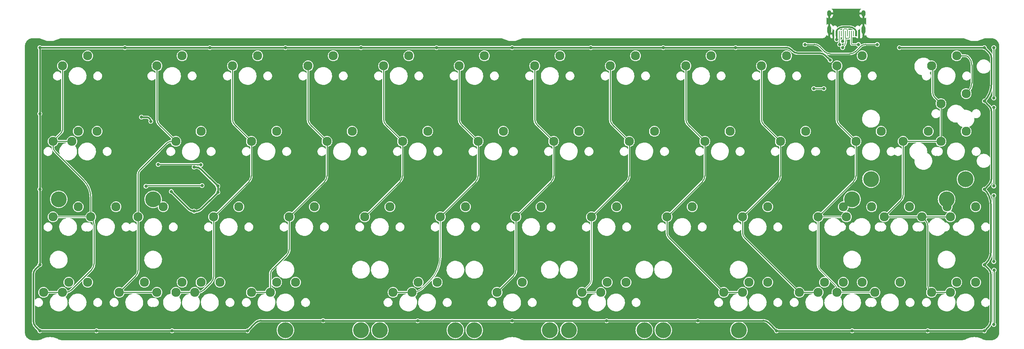
<source format=gbr>
%TF.GenerationSoftware,KiCad,Pcbnew,(7.0.0)*%
%TF.CreationDate,2023-11-21T21:36:58+01:00*%
%TF.ProjectId,forti proto,666f7274-6920-4707-926f-746f2e6b6963,rev?*%
%TF.SameCoordinates,Original*%
%TF.FileFunction,Copper,L1,Top*%
%TF.FilePolarity,Positive*%
%FSLAX46Y46*%
G04 Gerber Fmt 4.6, Leading zero omitted, Abs format (unit mm)*
G04 Created by KiCad (PCBNEW (7.0.0)) date 2023-11-21 21:36:58*
%MOMM*%
%LPD*%
G01*
G04 APERTURE LIST*
%TA.AperFunction,SMDPad,CuDef*%
%ADD10R,0.600000X1.450000*%
%TD*%
%TA.AperFunction,SMDPad,CuDef*%
%ADD11R,0.280000X1.450000*%
%TD*%
%TA.AperFunction,ComponentPad*%
%ADD12O,1.000000X2.100000*%
%TD*%
%TA.AperFunction,ComponentPad*%
%ADD13O,1.000000X1.600000*%
%TD*%
%TA.AperFunction,ComponentPad*%
%ADD14C,2.300000*%
%TD*%
%TA.AperFunction,ComponentPad*%
%ADD15C,4.000000*%
%TD*%
%TA.AperFunction,ViaPad*%
%ADD16C,0.800000*%
%TD*%
%TA.AperFunction,Conductor*%
%ADD17C,0.200000*%
%TD*%
%TA.AperFunction,Conductor*%
%ADD18C,0.250000*%
%TD*%
%TA.AperFunction,Conductor*%
%ADD19C,0.381000*%
%TD*%
G04 APERTURE END LIST*
D10*
%TO.P,J2,A1,GND*%
%TO.N,GND*%
X237519114Y-30570155D03*
%TO.P,J2,A4,VBUS*%
%TO.N,VBUS*%
X236719114Y-30570155D03*
D11*
%TO.P,J2,A5,CC1*%
%TO.N,/CC1*%
X235519114Y-30570155D03*
%TO.P,J2,A6,D+*%
%TO.N,D_USB_P*%
X234519114Y-30570155D03*
%TO.P,J2,A7,D-*%
%TO.N,D_USB_N*%
X234019114Y-30570155D03*
%TO.P,J2,A8,SBU1*%
%TO.N,unconnected-(J2-SBU1-PadA8)*%
X233019114Y-30570155D03*
D10*
%TO.P,J2,A9,VBUS*%
%TO.N,VBUS*%
X231819114Y-30570155D03*
%TO.P,J2,A12,GND*%
%TO.N,GND*%
X231019114Y-30570155D03*
%TO.P,J2,B1,GND*%
X231019114Y-30570155D03*
%TO.P,J2,B4,VBUS*%
%TO.N,VBUS*%
X231819114Y-30570155D03*
D11*
%TO.P,J2,B5,CC2*%
%TO.N,/CC2*%
X232519114Y-30570155D03*
%TO.P,J2,B6,D+*%
%TO.N,D_USB_P*%
X233519114Y-30570155D03*
%TO.P,J2,B7,D-*%
%TO.N,D_USB_N*%
X235019114Y-30570155D03*
%TO.P,J2,B8,SBU2*%
%TO.N,unconnected-(J2-SBU2-PadB8)*%
X236019114Y-30570155D03*
D10*
%TO.P,J2,B9,VBUS*%
%TO.N,VBUS*%
X236719114Y-30570155D03*
%TO.P,J2,B12,GND*%
%TO.N,GND*%
X237519114Y-30570155D03*
D12*
%TO.P,J2,S1,SHIELD*%
X238589114Y-29655155D03*
D13*
X238589114Y-25475155D03*
D12*
X229949114Y-29655155D03*
D13*
X229949114Y-25475155D03*
%TD*%
D14*
%TO.P,MX50,1,1*%
%TO.N,COL9*%
X227171250Y-95885000D03*
%TO.P,MX50,2,2*%
%TO.N,Net-(D44-A)*%
X233521250Y-93345000D03*
%TD*%
%TO.P,MX23,1,1*%
%TO.N,COL10*%
X236696250Y-57785000D03*
%TO.P,MX23,2,2*%
%TO.N,Net-(D23-A)*%
X243046250Y-55245000D03*
%TD*%
%TO.P,MX51,1,1*%
%TO.N,COL11*%
X255746250Y-95885000D03*
%TO.P,MX51,2,2*%
%TO.N,Net-(D46-A)*%
X262096250Y-93345000D03*
%TD*%
%TO.P,MX39,1,1*%
%TO.N,COL2*%
X70008750Y-95885000D03*
%TO.P,MX39,2,2*%
%TO.N,Net-(D39-A)*%
X76358750Y-93345000D03*
%TD*%
%TO.P,MXshift2.25,1,1*%
%TO.N,COL0*%
X43815000Y-76835000D03*
%TO.P,MXshift2.25,2,2*%
%TO.N,Net-(D25-A)*%
X50165000Y-74295000D03*
%TD*%
%TO.P,MX27,1,1*%
%TO.N,COL2*%
X74771250Y-76835000D03*
%TO.P,MX27,2,2*%
%TO.N,Net-(D27-A)*%
X81121250Y-74295000D03*
%TD*%
%TO.P,MX11,1,1*%
%TO.N,COL10*%
X231933750Y-38735000D03*
%TO.P,MX11,2,2*%
%TO.N,Net-(D11-A)*%
X238283750Y-36195000D03*
%TD*%
%TO.P,MX53,1,1*%
%TO.N,COL3*%
X84296250Y-95885000D03*
%TO.P,MX53,2,2*%
%TO.N,Net-(D41-A)*%
X90646250Y-93345000D03*
%TD*%
%TO.P,MXenter2.25,1,1*%
%TO.N,COL11*%
X248602500Y-57785000D03*
%TO.P,MXenter2.25,2,2*%
%TO.N,Net-(D24-A)*%
X254952500Y-55245000D03*
%TD*%
D15*
%TO.P,S1,*%
%TO.N,*%
X207168750Y-105410000D03*
X92868750Y-105410000D03*
%TD*%
D14*
%TO.P,MX54,1,1*%
%TO.N,COL8*%
X208121250Y-95885000D03*
%TO.P,MX54,2,2*%
%TO.N,Net-(D43-A)*%
X214471250Y-93345000D03*
%TD*%
%TO.P,MX31,1,1*%
%TO.N,COL6*%
X150971250Y-76835000D03*
%TO.P,MX31,2,2*%
%TO.N,Net-(D31-A)*%
X157321250Y-74295000D03*
%TD*%
%TO.P,MX16,1,1*%
%TO.N,COL3*%
X103346250Y-57785000D03*
%TO.P,MX16,2,2*%
%TO.N,Net-(D16-A)*%
X109696250Y-55245000D03*
%TD*%
%TO.P,MX47,1,1*%
%TO.N,COL11*%
X260508750Y-76835000D03*
%TO.P,MX47,2,2*%
%TO.N,Net-(D36-A)*%
X266858750Y-74295000D03*
%TD*%
%TO.P,MX35,1,1*%
%TO.N,COL10*%
X227171250Y-76835000D03*
%TO.P,MX35,2,2*%
%TO.N,Net-(D35-A)*%
X233521250Y-74295000D03*
%TD*%
%TO.P,MXsplit2.75(1)1,1,1*%
%TO.N,COL7*%
X167640000Y-95885000D03*
%TO.P,MXsplit2.75(1)1,2,2*%
%TO.N,Net-(D47-A)*%
X173990000Y-93345000D03*
%TD*%
D15*
%TO.P,shift2.25,*%
%TO.N,*%
X35718750Y-72390000D03*
X59531250Y-72390000D03*
%TD*%
D14*
%TO.P,MX8,1,1*%
%TO.N,COL7*%
X174783750Y-38735000D03*
%TO.P,MX8,2,2*%
%TO.N,Net-(D8-A)*%
X181133750Y-36195000D03*
%TD*%
%TO.P,MX13,1,1*%
%TO.N,COL0*%
X39052500Y-57785000D03*
%TO.P,MX13,2,2*%
%TO.N,Net-(D13-A)*%
X45402500Y-55245000D03*
%TD*%
%TO.P,MX32,1,1*%
%TO.N,COL7*%
X170021250Y-76835000D03*
%TO.P,MX32,2,2*%
%TO.N,Net-(D32-A)*%
X176371250Y-74295000D03*
%TD*%
%TO.P,MXISO1,1,1*%
%TO.N,COL11*%
X258127500Y-48260000D03*
%TO.P,MXISO1,2,2*%
%TO.N,Net-(D12-A)*%
X264477500Y-45720000D03*
%TD*%
%TO.P,MX21,1,1*%
%TO.N,COL8*%
X198596250Y-57785000D03*
%TO.P,MX21,2,2*%
%TO.N,Net-(D21-A)*%
X204946250Y-55245000D03*
%TD*%
%TO.P,MXsplit2.75,1,1*%
%TO.N,COL5*%
X124777500Y-95885000D03*
%TO.P,MXsplit2.75,2,2*%
%TO.N,Net-(D40-A)*%
X131127500Y-93345000D03*
%TD*%
%TO.P,MX4,1,1*%
%TO.N,COL3*%
X98583750Y-38735000D03*
%TO.P,MX4,2,2*%
%TO.N,Net-(D4-A)*%
X104933750Y-36195000D03*
%TD*%
%TO.P,MX41,1,1*%
%TO.N,COL3*%
X89058750Y-95885000D03*
%TO.P,MX41,2,2*%
%TO.N,Net-(D41-A)*%
X95408750Y-93345000D03*
%TD*%
%TO.P,MX30,1,1*%
%TO.N,COL5*%
X131921250Y-76835000D03*
%TO.P,MX30,2,2*%
%TO.N,Net-(D30-A)*%
X138271250Y-74295000D03*
%TD*%
%TO.P,MX1,1,1*%
%TO.N,COL0*%
X36671250Y-38735000D03*
%TO.P,MX1,2,2*%
%TO.N,Net-(D1-A)*%
X43021250Y-36195000D03*
%TD*%
%TO.P,MX34,1,1*%
%TO.N,COL9*%
X208121250Y-76835000D03*
%TO.P,MX34,2,2*%
%TO.N,Net-(D34-A)*%
X214471250Y-74295000D03*
%TD*%
%TO.P,MX25,1,1*%
%TO.N,COL0*%
X34290000Y-76835000D03*
%TO.P,MX25,2,2*%
%TO.N,Net-(D25-A)*%
X40640000Y-74295000D03*
%TD*%
D15*
%TO.P,enter2.25,*%
%TO.N,*%
X264318750Y-67310000D03*
X240506250Y-67310000D03*
%TD*%
D14*
%TO.P,MX29,1,1*%
%TO.N,COL4*%
X112871250Y-76835000D03*
%TO.P,MX29,2,2*%
%TO.N,Net-(D29-A)*%
X119221250Y-74295000D03*
%TD*%
%TO.P,MX55,1,1*%
%TO.N,COL10*%
X231933750Y-95885000D03*
%TO.P,MX55,2,2*%
%TO.N,Net-(D45-A)*%
X238283750Y-93345000D03*
%TD*%
%TO.P,MX22,1,1*%
%TO.N,COL9*%
X217646250Y-57785000D03*
%TO.P,MX22,2,2*%
%TO.N,Net-(D22-A)*%
X223996250Y-55245000D03*
%TD*%
%TO.P,MX17,1,1*%
%TO.N,COL4*%
X122396250Y-57785000D03*
%TO.P,MX17,2,2*%
%TO.N,Net-(D17-A)*%
X128746250Y-55245000D03*
%TD*%
%TO.P,MX42,1,1*%
%TO.N,COL6*%
X146208750Y-95885000D03*
%TO.P,MX42,2,2*%
%TO.N,Net-(D42-A)*%
X152558750Y-93345000D03*
%TD*%
D15*
%TO.P,S4,*%
%TO.N,*%
X135731250Y-105410000D03*
X111918750Y-105410000D03*
%TD*%
D14*
%TO.P,MX49,1,1*%
%TO.N,COL2*%
X65246250Y-95885000D03*
%TO.P,MX49,2,2*%
%TO.N,Net-(D39-A)*%
X71596250Y-93345000D03*
%TD*%
%TO.P,MX40,1,1*%
%TO.N,COL10*%
X234315000Y-76835000D03*
%TO.P,MX40,2,2*%
%TO.N,Net-(D35-A)*%
X240665000Y-74295000D03*
%TD*%
%TO.P,MX26,1,1*%
%TO.N,COL1*%
X55721250Y-76835000D03*
%TO.P,MX26,2,2*%
%TO.N,Net-(D26-A)*%
X62071250Y-74295000D03*
%TD*%
%TO.P,MX3,1,1*%
%TO.N,COL2*%
X79533750Y-38735000D03*
%TO.P,MX3,2,2*%
%TO.N,Net-(D3-A)*%
X85883750Y-36195000D03*
%TD*%
D15*
%TO.P,S2,*%
%TO.N,*%
X188118750Y-105410000D03*
X164306250Y-105410000D03*
%TD*%
D14*
%TO.P,MX36,1,1*%
%TO.N,COL11*%
X253365000Y-76835000D03*
%TO.P,MX36,2,2*%
%TO.N,Net-(D36-A)*%
X259715000Y-74295000D03*
%TD*%
%TO.P,MX24,1,1*%
%TO.N,COL11*%
X258127500Y-57785000D03*
%TO.P,MX24,2,2*%
%TO.N,Net-(D24-A)*%
X264477500Y-55245000D03*
%TD*%
D15*
%TO.P,S5,*%
%TO.N,*%
X183356250Y-105410000D03*
X159543750Y-105410000D03*
%TD*%
D14*
%TO.P,MX52,1,1*%
%TO.N,COL1*%
X60483750Y-95885000D03*
%TO.P,MX52,2,2*%
%TO.N,Net-(D38-A)*%
X66833750Y-93345000D03*
%TD*%
%TO.P,MX33,1,1*%
%TO.N,COL8*%
X189071250Y-76835000D03*
%TO.P,MX33,2,2*%
%TO.N,Net-(D33-A)*%
X195421250Y-74295000D03*
%TD*%
%TO.P,MX5,1,1*%
%TO.N,COL4*%
X117633750Y-38735000D03*
%TO.P,MX5,2,2*%
%TO.N,Net-(D5-A)*%
X123983750Y-36195000D03*
%TD*%
%TO.P,MX44,1,1*%
%TO.N,COL9*%
X222408750Y-95885000D03*
%TO.P,MX44,2,2*%
%TO.N,Net-(D44-A)*%
X228758750Y-93345000D03*
%TD*%
D15*
%TO.P,S3,*%
%TO.N,*%
X140493750Y-105410000D03*
X116681250Y-105410000D03*
%TD*%
D14*
%TO.P,MXsplit2.25(1)1,1,1*%
%TO.N,COL5*%
X120015000Y-95885000D03*
%TO.P,MXsplit2.25(1)1,2,2*%
%TO.N,Net-(D40-A)*%
X126365000Y-93345000D03*
%TD*%
%TO.P,MX28,1,1*%
%TO.N,COL3*%
X93821250Y-76835000D03*
%TO.P,MX28,2,2*%
%TO.N,Net-(D28-A)*%
X100171250Y-74295000D03*
%TD*%
%TO.P,MX18,1,1*%
%TO.N,COL5*%
X141446250Y-57785000D03*
%TO.P,MX18,2,2*%
%TO.N,Net-(D18-A)*%
X147796250Y-55245000D03*
%TD*%
%TO.P,MXcaps1,1,1*%
%TO.N,COL0*%
X34290000Y-57785000D03*
%TO.P,MXcaps1,2,2*%
%TO.N,Net-(D13-A)*%
X40640000Y-55245000D03*
%TD*%
%TO.P,MX48,1,1*%
%TO.N,COL0*%
X36671250Y-95885000D03*
%TO.P,MX48,2,2*%
%TO.N,Net-(D37-A)*%
X43021250Y-93345000D03*
%TD*%
%TO.P,MX15,1,1*%
%TO.N,COL2*%
X84296250Y-57785000D03*
%TO.P,MX15,2,2*%
%TO.N,Net-(D15-A)*%
X90646250Y-55245000D03*
%TD*%
%TO.P,MX46,1,1*%
%TO.N,COL11*%
X260508750Y-95885000D03*
%TO.P,MX46,2,2*%
%TO.N,Net-(D46-A)*%
X266858750Y-93345000D03*
%TD*%
%TO.P,MX37,1,1*%
%TO.N,COL0*%
X31908750Y-95885000D03*
%TO.P,MX37,2,2*%
%TO.N,Net-(D37-A)*%
X38258750Y-93345000D03*
%TD*%
D15*
%TO.P,shift2.75,*%
%TO.N,*%
X235743750Y-72390000D03*
X259556250Y-72390000D03*
%TD*%
D14*
%TO.P,MX10,1,1*%
%TO.N,COL9*%
X212883750Y-38735000D03*
%TO.P,MX10,2,2*%
%TO.N,Net-(D10-A)*%
X219233750Y-36195000D03*
%TD*%
%TO.P,MX9,1,1*%
%TO.N,COL8*%
X193833750Y-38735000D03*
%TO.P,MX9,2,2*%
%TO.N,Net-(D9-A)*%
X200183750Y-36195000D03*
%TD*%
%TO.P,MX45,1,1*%
%TO.N,COL10*%
X241458750Y-95885000D03*
%TO.P,MX45,2,2*%
%TO.N,Net-(D45-A)*%
X247808750Y-93345000D03*
%TD*%
%TO.P,MX20,1,1*%
%TO.N,COL7*%
X179546250Y-57785000D03*
%TO.P,MX20,2,2*%
%TO.N,Net-(D20-A)*%
X185896250Y-55245000D03*
%TD*%
%TO.P,MX6,1,1*%
%TO.N,COL5*%
X136683750Y-38735000D03*
%TO.P,MX6,2,2*%
%TO.N,Net-(D6-A)*%
X143033750Y-36195000D03*
%TD*%
%TO.P,MXshift2.75,1,1*%
%TO.N,COL11*%
X243840000Y-76835000D03*
%TO.P,MXshift2.75,2,2*%
%TO.N,Net-(D36-A)*%
X250190000Y-74295000D03*
%TD*%
%TO.P,MX12,1,1*%
%TO.N,COL11*%
X255746250Y-38735000D03*
%TO.P,MX12,2,2*%
%TO.N,Net-(D12-A)*%
X262096250Y-36195000D03*
%TD*%
%TO.P,MX19,1,1*%
%TO.N,COL6*%
X160496250Y-57785000D03*
%TO.P,MX19,2,2*%
%TO.N,Net-(D19-A)*%
X166846250Y-55245000D03*
%TD*%
%TO.P,MXsplit2.25,1,1*%
%TO.N,COL7*%
X172402500Y-95885000D03*
%TO.P,MXsplit2.25,2,2*%
%TO.N,Net-(D47-A)*%
X178752500Y-93345000D03*
%TD*%
%TO.P,MX7,1,1*%
%TO.N,COL6*%
X155733750Y-38735000D03*
%TO.P,MX7,2,2*%
%TO.N,Net-(D7-A)*%
X162083750Y-36195000D03*
%TD*%
%TO.P,MX14,1,1*%
%TO.N,COL1*%
X65246250Y-57785000D03*
%TO.P,MX14,2,2*%
%TO.N,Net-(D14-A)*%
X71596250Y-55245000D03*
%TD*%
%TO.P,MX43,1,1*%
%TO.N,COL8*%
X203358750Y-95885000D03*
%TO.P,MX43,2,2*%
%TO.N,Net-(D43-A)*%
X209708750Y-93345000D03*
%TD*%
%TO.P,MX38,1,1*%
%TO.N,COL1*%
X50958750Y-95885000D03*
%TO.P,MX38,2,2*%
%TO.N,Net-(D38-A)*%
X57308750Y-93345000D03*
%TD*%
%TO.P,MX2,1,1*%
%TO.N,COL1*%
X60483750Y-38735000D03*
%TO.P,MX2,2,2*%
%TO.N,Net-(D2-A)*%
X66833750Y-36195000D03*
%TD*%
D16*
%TO.N,ROW0*%
X228600000Y-44450000D03*
X226063000Y-44450000D03*
%TO.N,ROW1*%
X71558211Y-63675454D03*
X60780288Y-63594551D03*
%TO.N,GND*%
X241053249Y-34743140D03*
X271460531Y-48209953D03*
X254793750Y-107156250D03*
X83343750Y-107156250D03*
X52387500Y-32543750D03*
X45243750Y-107156250D03*
X269081250Y-32543750D03*
X73818750Y-32543750D03*
X53975000Y-53850500D03*
X150014938Y-33130583D03*
X70102229Y-79788928D03*
X206375000Y-32543750D03*
X56571139Y-55596882D03*
X92868750Y-32543750D03*
X188118750Y-32543750D03*
X68408159Y-70640483D03*
X30956250Y-107156250D03*
X271462500Y-70437997D03*
X169862500Y-32543750D03*
X216693750Y-107156250D03*
X130968750Y-32543750D03*
X59307990Y-51010126D03*
X61385212Y-67743808D03*
X79670438Y-68278415D03*
X63104625Y-56793510D03*
X65435620Y-61428999D03*
X64293750Y-107156250D03*
X235491679Y-34483918D03*
X111918750Y-32543750D03*
X247650000Y-32543750D03*
X228600000Y-37306250D03*
X30956250Y-32543750D03*
X235743750Y-107156250D03*
X269081250Y-107156250D03*
X226162000Y-34731111D03*
X56445750Y-66353872D03*
X271425276Y-89283983D03*
%TO.N,+5V*%
X269081250Y-69850000D03*
X64293750Y-105568750D03*
X83343750Y-105568750D03*
X173855174Y-103043952D03*
X56589038Y-51683133D03*
X150018750Y-34131250D03*
X30956250Y-105568750D03*
X196837613Y-103039291D03*
X269081250Y-47625000D03*
X30956250Y-88900000D03*
X30956250Y-69850000D03*
X269081250Y-34131250D03*
X188118750Y-34131250D03*
X235743750Y-105568750D03*
X269081250Y-105568750D03*
X130968750Y-34131250D03*
X230187500Y-37306250D03*
X92868750Y-34131250D03*
X247650000Y-34131250D03*
X206375000Y-34131250D03*
X269081250Y-88900000D03*
X150022986Y-103036226D03*
X30956250Y-34131250D03*
X52387500Y-34131250D03*
X169862500Y-34131250D03*
X254793750Y-105568750D03*
X45243750Y-105568750D03*
X102393750Y-103020027D03*
X73818750Y-34131250D03*
X126206250Y-103043952D03*
X216693750Y-105568750D03*
X58918250Y-52728331D03*
X30956250Y-50800000D03*
X111918750Y-34131250D03*
%TO.N,+3V3*%
X69850000Y-64293750D03*
X69850000Y-75406250D03*
X75828969Y-69056250D03*
X75828969Y-70643750D03*
X64077250Y-70427250D03*
%TO.N,VBUS*%
X231805189Y-32091019D03*
%TO.N,/CC1*%
X237331250Y-33337500D03*
%TO.N,D_USB_P*%
X233362500Y-32543750D03*
%TO.N,D_USB_N*%
X233334389Y-34125379D03*
%TO.N,/CC2*%
X232568750Y-33337500D03*
%TO.N,BOOT0*%
X57711669Y-69133610D03*
X71850104Y-68930176D03*
%TO.N,Net-(LED14-DOUT)*%
X271515700Y-90279387D03*
X271462500Y-103981250D03*
%TO.N,Net-(LED15-DOUT)*%
X271462500Y-88106250D03*
X271462500Y-71437500D03*
%TO.N,Net-(LED16-DOUT)*%
X271462500Y-69056250D03*
X271469958Y-49209411D03*
%TO.N,Net-(LED17-DOUT)*%
X271462500Y-46831250D03*
X271462500Y-34131250D03*
%TO.N,Net-(LED19-DOUT)*%
X242093750Y-33337500D03*
X223837500Y-33337500D03*
%TD*%
D17*
%TO.N,COL0*%
X34290000Y-76835000D02*
X43815000Y-76835000D01*
D18*
X44608757Y-78751282D02*
G75*
G03*
X43815000Y-76835000I-2710057J-18D01*
G01*
X44608750Y-81756250D02*
X44608750Y-88706573D01*
X44608750Y-78751282D02*
X44608750Y-81756250D01*
X43815000Y-71983539D02*
X43815000Y-76835000D01*
X43814983Y-71983539D02*
G75*
G03*
X41981184Y-67556316I-6260983J39D01*
G01*
X34875787Y-60450918D02*
X41981184Y-67556316D01*
%TO.N,ROW0*%
X228600000Y-44450000D02*
X226063000Y-44450000D01*
%TO.N,Net-(D12-A)*%
X265906250Y-38516476D02*
X265906250Y-43056465D01*
X265033125Y-45164375D02*
X264477500Y-45720000D01*
X262096250Y-36195000D02*
X264258294Y-36195000D01*
X265906259Y-38516476D02*
G75*
G03*
X265086814Y-36538186I-2797759J-24D01*
G01*
X265033146Y-45164396D02*
G75*
G03*
X265906250Y-43056465I-2107946J2107896D01*
G01*
X265086817Y-36538183D02*
G75*
G03*
X264258294Y-36195000I-828517J-828517D01*
G01*
%TO.N,ROW1*%
X71451507Y-63568750D02*
X71558211Y-63675454D01*
X60780288Y-63594551D02*
X60806089Y-63568750D01*
X60806089Y-63568750D02*
X71451507Y-63568750D01*
%TO.N,COL0*%
X44022963Y-90120787D02*
X38844536Y-95299214D01*
X34290000Y-57785000D02*
X39052500Y-57785000D01*
X36446495Y-55496495D02*
X34383346Y-57559644D01*
X36671250Y-95885000D02*
X31908750Y-95885000D01*
X34290000Y-57785000D02*
X34290000Y-59036704D01*
X31908750Y-95885000D02*
X37430323Y-95885000D01*
X36671250Y-38735000D02*
X36671250Y-54953889D01*
X34383346Y-57559644D02*
G75*
G03*
X34290000Y-57785000I225354J-225356D01*
G01*
X34289998Y-59036704D02*
G75*
G03*
X34875788Y-60450917I2000002J4D01*
G01*
X37430323Y-95885016D02*
G75*
G03*
X38844536Y-95299214I-23J2000016D01*
G01*
X36446498Y-55496498D02*
G75*
G03*
X36671250Y-54953889I-542598J542598D01*
G01*
X44022966Y-90120790D02*
G75*
G03*
X44608750Y-88706573I-1414166J1414190D01*
G01*
%TO.N,COL1*%
X60483750Y-95885000D02*
X50958750Y-95885000D01*
X60483750Y-38735000D02*
X60483750Y-52194073D01*
X62841408Y-58370787D02*
X56307036Y-64905159D01*
X55721250Y-66319372D02*
X55721250Y-76835000D01*
X55135463Y-91708287D02*
X50958750Y-95885000D01*
X55721250Y-76835000D02*
X55721250Y-90294073D01*
X65246250Y-57785000D02*
X64255622Y-57785000D01*
X61069537Y-53608287D02*
X65246250Y-57785000D01*
X64255622Y-57785016D02*
G75*
G03*
X62841408Y-58370787I-22J-1999984D01*
G01*
X56307060Y-64905183D02*
G75*
G03*
X55721250Y-66319372I1414140J-1414217D01*
G01*
X60483755Y-52194073D02*
G75*
G03*
X61069537Y-53608287I1999945J-27D01*
G01*
X55135466Y-91708290D02*
G75*
G03*
X55721250Y-90294073I-1414166J1414190D01*
G01*
%TO.N,COL2*%
X74185463Y-93334632D02*
X72220881Y-95299214D01*
X80119537Y-53608287D02*
X84296250Y-57785000D01*
X74771250Y-76835000D02*
X74771250Y-91920418D01*
X70008750Y-95885000D02*
X65246250Y-95885000D01*
X84296250Y-57785000D02*
X84296250Y-66481573D01*
X83710463Y-67895787D02*
X74771250Y-76835000D01*
X79533750Y-38735000D02*
X79533750Y-52194073D01*
X70806668Y-95885000D02*
X70008750Y-95885000D01*
X79533755Y-52194073D02*
G75*
G03*
X80119537Y-53608287I1999945J-27D01*
G01*
X70806668Y-95884977D02*
G75*
G03*
X72220881Y-95299214I32J1999977D01*
G01*
X83710466Y-67895790D02*
G75*
G03*
X84296250Y-66481573I-1414166J1414190D01*
G01*
X74185444Y-93334613D02*
G75*
G03*
X74771250Y-91920418I-1414144J1414213D01*
G01*
%TO.N,COL3*%
X99169537Y-53608287D02*
X103346250Y-57785000D01*
X93235463Y-86453156D02*
X89644536Y-90044083D01*
X98583750Y-38735000D02*
X98583750Y-52194073D01*
X93821250Y-76835000D02*
X93821250Y-85038942D01*
X103346250Y-57785000D02*
X103346250Y-66481573D01*
X89058750Y-95885000D02*
X84296250Y-95885000D01*
X89058750Y-91458296D02*
X89058750Y-95885000D01*
X102760463Y-67895787D02*
X93821250Y-76835000D01*
X93235432Y-86453125D02*
G75*
G03*
X93821250Y-85038942I-1414132J1414225D01*
G01*
X102760466Y-67895790D02*
G75*
G03*
X103346250Y-66481573I-1414166J1414190D01*
G01*
X89644548Y-90044095D02*
G75*
G03*
X89058750Y-91458296I1414152J-1414205D01*
G01*
X98583755Y-52194073D02*
G75*
G03*
X99169537Y-53608287I1999945J-27D01*
G01*
%TO.N,COL4*%
X117633750Y-38735000D02*
X117633750Y-52194073D01*
X118219537Y-53608287D02*
X122396250Y-57785000D01*
X121810463Y-67895787D02*
X112871250Y-76835000D01*
X122396250Y-57785000D02*
X122396250Y-66481573D01*
X117633755Y-52194073D02*
G75*
G03*
X118219537Y-53608287I1999945J-27D01*
G01*
X121810466Y-67895790D02*
G75*
G03*
X122396250Y-66481573I-1414166J1414190D01*
G01*
D17*
%TO.N,COL5*%
X131921250Y-76835000D02*
X131921250Y-86736648D01*
D18*
X124777500Y-95885000D02*
X120015000Y-95885000D01*
X141446250Y-57785000D02*
X141446250Y-66481573D01*
X137269537Y-53608287D02*
X141446250Y-57785000D01*
X140860463Y-67895787D02*
X131921250Y-76835000D01*
X136683750Y-38735000D02*
X136683750Y-52194073D01*
D17*
X129381250Y-92868750D02*
X127487532Y-94762468D01*
X129381248Y-92868748D02*
G75*
G03*
X131921250Y-86736648I-6132108J6132108D01*
G01*
D18*
X136683755Y-52194073D02*
G75*
G03*
X137269537Y-53608287I1999945J-27D01*
G01*
D17*
X124777500Y-95884989D02*
G75*
G03*
X127487532Y-94762468I0J3832589D01*
G01*
D18*
X140860466Y-67895790D02*
G75*
G03*
X141446250Y-66481573I-1414166J1414190D01*
G01*
%TO.N,COL6*%
X150385463Y-91708287D02*
X146208750Y-95885000D01*
X150971250Y-76835000D02*
X150971250Y-90294073D01*
X159910463Y-67895787D02*
X150971250Y-76835000D01*
X156319537Y-53608287D02*
X160496250Y-57785000D01*
X155733750Y-38735000D02*
X155733750Y-52194073D01*
X160496250Y-57785000D02*
X160496250Y-66481573D01*
X150385466Y-91708290D02*
G75*
G03*
X150971250Y-90294073I-1414166J1414190D01*
G01*
X155733755Y-52194073D02*
G75*
G03*
X156319537Y-53608287I1999945J-27D01*
G01*
X159910466Y-67895790D02*
G75*
G03*
X160496250Y-66481573I-1414166J1414190D01*
G01*
%TO.N,COL7*%
X175369537Y-53608287D02*
X179546250Y-57785000D01*
X178960463Y-67895787D02*
X170021250Y-76835000D01*
D17*
X170021250Y-76835000D02*
X170021250Y-92675323D01*
D18*
X174783750Y-38735000D02*
X174783750Y-52194073D01*
X179546250Y-57785000D02*
X179546250Y-66481573D01*
D17*
X167640000Y-95885000D02*
X172402500Y-95885000D01*
X169435463Y-94089537D02*
X167640000Y-95885000D01*
X169435441Y-94089515D02*
G75*
G03*
X170021250Y-92675323I-1414141J1414215D01*
G01*
D18*
X174783755Y-52194073D02*
G75*
G03*
X175369537Y-53608287I1999945J-27D01*
G01*
X178960466Y-67895790D02*
G75*
G03*
X179546250Y-66481573I-1414166J1414190D01*
G01*
%TO.N,COL8*%
X198596250Y-57785000D02*
X198596250Y-66481573D01*
X203358750Y-95885000D02*
X208121250Y-95885000D01*
X189657037Y-82183287D02*
X203358750Y-95885000D01*
X193833750Y-38735000D02*
X193833750Y-52194073D01*
X194419537Y-53608287D02*
X198596250Y-57785000D01*
X198010463Y-67895787D02*
X189071250Y-76835000D01*
X189071250Y-76835000D02*
X189071250Y-80769073D01*
X189071255Y-80769073D02*
G75*
G03*
X189657037Y-82183287I1999945J-27D01*
G01*
X193833755Y-52194073D02*
G75*
G03*
X194419537Y-53608287I1999945J-27D01*
G01*
X198010466Y-67895790D02*
G75*
G03*
X198596250Y-66481573I-1414166J1414190D01*
G01*
%TO.N,COL9*%
X208121250Y-76835000D02*
X208121250Y-80769073D01*
X217646250Y-57785000D02*
X217646250Y-66481573D01*
X217060463Y-67895787D02*
X208121250Y-76835000D01*
X212883750Y-38735000D02*
X212883750Y-52194073D01*
X222408750Y-95885000D02*
X227171250Y-95885000D01*
X213469537Y-53608287D02*
X217646250Y-57785000D01*
X208707037Y-82183287D02*
X222408750Y-95885000D01*
X217060466Y-67895790D02*
G75*
G03*
X217646250Y-66481573I-1414166J1414190D01*
G01*
X212883755Y-52194073D02*
G75*
G03*
X213469537Y-53608287I1999945J-27D01*
G01*
X208121255Y-80769073D02*
G75*
G03*
X208707037Y-82183287I1999945J-27D01*
G01*
D17*
%TO.N,COL10*%
X227757037Y-90292677D02*
X231347964Y-93883604D01*
X231933750Y-95885000D02*
X241458750Y-95885000D01*
D18*
X236110463Y-67895787D02*
X227171250Y-76835000D01*
X231933750Y-38735000D02*
X231933750Y-52194073D01*
D17*
X227171250Y-76835000D02*
X234315000Y-76835000D01*
X231933750Y-95297817D02*
X231933750Y-95885000D01*
D18*
X236696250Y-57785000D02*
X236696250Y-66481573D01*
X232519537Y-53608287D02*
X236696250Y-57785000D01*
D17*
X227171250Y-76835000D02*
X227171250Y-88878463D01*
X227171262Y-88878463D02*
G75*
G03*
X227757037Y-90292677I1999938J-37D01*
G01*
D18*
X231933755Y-52194073D02*
G75*
G03*
X232519537Y-53608287I1999945J-27D01*
G01*
D17*
X231933752Y-95297817D02*
G75*
G03*
X231347964Y-93883604I-1999952J17D01*
G01*
D18*
X236110466Y-67895790D02*
G75*
G03*
X236696250Y-66481573I-1414166J1414190D01*
G01*
%TO.N,COL11*%
X248602500Y-57785000D02*
X248602500Y-71244073D01*
X256051400Y-45355473D02*
X256051400Y-39687500D01*
X254806100Y-79104527D02*
X254806100Y-94116423D01*
X243840000Y-76835000D02*
X253365000Y-76835000D01*
X256051400Y-39687500D02*
X256051400Y-38735000D01*
X248016713Y-72658287D02*
X243840000Y-76835000D01*
X255391887Y-95530637D02*
X255746250Y-95885000D01*
X253365000Y-76835000D02*
X254220314Y-77690314D01*
X256637187Y-46769687D02*
X258127500Y-48260000D01*
X255746250Y-95885000D02*
X260508750Y-95885000D01*
X253365000Y-76835000D02*
X260508750Y-76835000D01*
X248602500Y-57785000D02*
X258127500Y-57785000D01*
X258127500Y-48260000D02*
X258127500Y-57785000D01*
X254806080Y-79104527D02*
G75*
G03*
X254220313Y-77690315I-1999980J27D01*
G01*
X254806084Y-94116423D02*
G75*
G03*
X255391887Y-95530637I2000016J23D01*
G01*
X256051420Y-45355473D02*
G75*
G03*
X256637188Y-46769686I1999980J-27D01*
G01*
X248016727Y-72658301D02*
G75*
G03*
X248602500Y-71244073I-1414227J1414201D01*
G01*
%TO.N,+5V*%
X103186973Y-103020027D02*
X103187500Y-103019500D01*
D19*
X103187500Y-103019500D02*
X127000000Y-103019500D01*
D18*
X126206250Y-103043952D02*
X126975548Y-103043952D01*
D19*
X228988648Y-36107398D02*
X230187500Y-37306250D01*
D18*
X150022986Y-103036226D02*
X150795774Y-103036226D01*
X102393750Y-103020027D02*
X103186973Y-103020027D01*
D19*
X269081250Y-105568750D02*
X270128464Y-104521536D01*
X83343750Y-105568750D02*
X85307214Y-103605286D01*
X269081250Y-88900000D02*
X269623891Y-88357359D01*
D18*
X174600548Y-103043952D02*
X174625000Y-103019500D01*
X126975548Y-103043952D02*
X127000000Y-103019500D01*
D19*
X30956250Y-69850000D02*
X30956250Y-88900000D01*
X220454537Y-34717037D02*
X220673325Y-34935825D01*
X222087538Y-35521611D02*
X227574434Y-35521611D01*
D18*
X197623959Y-103039291D02*
X197643750Y-103019500D01*
D19*
X270128463Y-89947213D02*
X269081250Y-88900000D01*
X270714250Y-103107323D02*
X270714250Y-91361427D01*
X29909037Y-104521537D02*
X30956250Y-105568750D01*
D18*
X173855174Y-103043952D02*
X174600548Y-103043952D01*
D19*
X216693750Y-105568750D02*
X269081250Y-105568750D01*
X30956250Y-50800000D02*
X30956250Y-69850000D01*
X269081250Y-69850000D02*
X270301214Y-68630036D01*
X30956250Y-88900000D02*
X29909036Y-89947214D01*
X214730287Y-103605287D02*
X216693750Y-105568750D01*
X29323250Y-91361427D02*
X29323250Y-103107323D01*
X270887000Y-67215823D02*
X270887000Y-50259177D01*
X150812500Y-103019500D02*
X174625000Y-103019500D01*
X270301213Y-48844963D02*
X269081250Y-47625000D01*
X30956250Y-34131250D02*
X30956250Y-50800000D01*
X127000000Y-103019500D02*
X150812500Y-103019500D01*
X206375000Y-34131250D02*
X30956250Y-34131250D01*
D18*
X196837613Y-103039291D02*
X197623959Y-103039291D01*
D19*
X197643750Y-103019500D02*
X213316073Y-103019500D01*
X270887000Y-36765427D02*
X270887000Y-42800566D01*
X270714250Y-73792410D02*
X270714250Y-85725000D01*
X174625000Y-103019500D02*
X197643750Y-103019500D01*
D18*
X150795774Y-103036226D02*
X150812500Y-103019500D01*
D19*
X269081250Y-34131250D02*
X247650000Y-34131250D01*
X57873052Y-51683133D02*
X56589038Y-51683133D01*
X270886445Y-43266874D02*
X270886445Y-42862500D01*
X30956250Y-105568750D02*
X83343750Y-105568750D01*
X86721427Y-103019500D02*
X103187500Y-103019500D01*
X206375000Y-34131250D02*
X219040323Y-34131250D01*
X269081250Y-34131250D02*
X270301213Y-35351213D01*
X270714230Y-73792410D02*
G75*
G03*
X269081249Y-69850001I-5575430J10D01*
G01*
X86721427Y-103019520D02*
G75*
G03*
X85307215Y-103605287I-27J-1999980D01*
G01*
X220454515Y-34717059D02*
G75*
G03*
X219040323Y-34131250I-1414215J-1414141D01*
G01*
X228988629Y-36107417D02*
G75*
G03*
X227574434Y-35521611I-1414229J-1414183D01*
G01*
X29909033Y-89947211D02*
G75*
G03*
X29323250Y-91361427I1414167J-1414189D01*
G01*
X270887016Y-50259177D02*
G75*
G03*
X270301213Y-48844963I-2000016J-23D01*
G01*
X58918267Y-52728331D02*
G75*
G03*
X57873052Y-51683133I-1045167J31D01*
G01*
X270714245Y-91361427D02*
G75*
G03*
X270128463Y-89947213I-1999945J27D01*
G01*
X270128442Y-104521514D02*
G75*
G03*
X270714250Y-103107323I-1414142J1414214D01*
G01*
X270886980Y-36765427D02*
G75*
G03*
X270301212Y-35351214I-1999980J27D01*
G01*
X220673304Y-34935846D02*
G75*
G03*
X222087538Y-35521611I1414196J1414246D01*
G01*
X270301203Y-68630025D02*
G75*
G03*
X270887000Y-67215823I-1414203J1414225D01*
G01*
X214730301Y-103605273D02*
G75*
G03*
X213316073Y-103019500I-1414201J-1414227D01*
G01*
X269623898Y-88357366D02*
G75*
G03*
X270714250Y-85725000I-2632398J2632366D01*
G01*
X269081268Y-47625018D02*
G75*
G03*
X270886445Y-43266874I-4358168J4358118D01*
G01*
X29323220Y-103107323D02*
G75*
G03*
X29909038Y-104521536I1999980J23D01*
G01*
%TO.N,+3V3*%
X75828969Y-69056250D02*
X75828969Y-70643750D01*
X70238042Y-75406250D02*
X69850000Y-75406250D01*
X69850000Y-64293750D02*
X70238042Y-64293750D01*
X75828969Y-70643750D02*
X71652255Y-74820464D01*
X71652256Y-64879537D02*
X75828969Y-69056250D01*
X64077250Y-70427250D02*
X68494984Y-74844984D01*
X70238042Y-75406294D02*
G75*
G03*
X71652255Y-74820464I-42J1999994D01*
G01*
X71652225Y-64879568D02*
G75*
G03*
X70238042Y-64293750I-1414225J-1414132D01*
G01*
X68494991Y-74844977D02*
G75*
G03*
X69850000Y-75406250I1355009J1354977D01*
G01*
%TO.N,VBUS*%
X236719115Y-30570156D02*
X236719115Y-30131037D01*
X233490222Y-28925056D02*
X235048008Y-28925056D01*
X236719115Y-30770156D02*
X236719115Y-30331037D01*
X231805189Y-32091019D02*
X231805189Y-30164659D01*
X231819115Y-30770156D02*
X231819115Y-32077093D01*
X231819115Y-30770156D02*
X231819115Y-30331038D01*
X231819115Y-32077093D02*
X231805189Y-32091019D01*
X232076035Y-29510868D02*
G75*
G03*
X231805189Y-30164659I653765J-653832D01*
G01*
X233490222Y-28925085D02*
G75*
G03*
X232076009Y-29510842I-22J-2000015D01*
G01*
X236719080Y-30131037D02*
G75*
G03*
X236462222Y-29510843I-877080J37D01*
G01*
X232075991Y-29510824D02*
G75*
G03*
X231819115Y-30131038I620209J-620176D01*
G01*
X236462227Y-29510838D02*
G75*
G03*
X235048008Y-28925056I-1414227J-1414262D01*
G01*
D17*
%TO.N,/CC1*%
X237331250Y-33337500D02*
X235743750Y-33337500D01*
X235519115Y-33112865D02*
X235519115Y-30570156D01*
X235519100Y-33112865D02*
G75*
G03*
X235743750Y-33337500I224600J-35D01*
G01*
%TO.N,D_USB_P*%
X233698715Y-29415556D02*
X234339515Y-29415556D01*
X233519115Y-30570156D02*
X233519115Y-32387135D01*
X234519115Y-29595156D02*
X234519115Y-30570156D01*
X233519115Y-30570156D02*
X233519115Y-29595156D01*
X233519115Y-32387135D02*
X233362500Y-32543750D01*
X233698715Y-29415615D02*
G75*
G03*
X233519115Y-29595156I-15J-179585D01*
G01*
X234519144Y-29595156D02*
G75*
G03*
X234339515Y-29415556I-179644J-44D01*
G01*
%TO.N,D_USB_N*%
X234156250Y-31795156D02*
X234156250Y-32475091D01*
X234019115Y-30570156D02*
X234019115Y-31658021D01*
X233570463Y-33889305D02*
X233334389Y-34125379D01*
X234156250Y-31795156D02*
X234904844Y-31795156D01*
X235019115Y-31680885D02*
X235019115Y-30570156D01*
X234904844Y-31795215D02*
G75*
G03*
X235019115Y-31680885I-44J114315D01*
G01*
X234019144Y-31658021D02*
G75*
G03*
X234156250Y-31795156I137156J21D01*
G01*
X233570457Y-33889299D02*
G75*
G03*
X234156250Y-32475091I-1414157J1414199D01*
G01*
%TO.N,/CC2*%
X232568750Y-33337500D02*
X232519115Y-33287865D01*
X232519115Y-33287865D02*
X232519115Y-30570156D01*
D18*
%TO.N,BOOT0*%
X57915103Y-68930176D02*
X71850104Y-68930176D01*
X57915103Y-68930176D02*
X57711669Y-69133610D01*
%TO.N,Net-(LED14-DOUT)*%
X271462500Y-103981250D02*
X271522414Y-103921336D01*
X271515700Y-90279387D02*
X271515700Y-103928050D01*
X271515700Y-103928050D02*
X271462500Y-103981250D01*
%TO.N,Net-(LED15-DOUT)*%
X271462500Y-88106250D02*
X271462500Y-71437500D01*
%TO.N,Net-(LED16-DOUT)*%
X271462500Y-69056250D02*
X271462500Y-49216869D01*
X271462500Y-49216869D02*
X271469958Y-49209411D01*
%TO.N,Net-(LED17-DOUT)*%
X271462500Y-46831250D02*
X271462500Y-34131250D01*
%TO.N,Net-(LED19-DOUT)*%
X224592174Y-33337500D02*
X226218750Y-33337500D01*
X223837500Y-33337500D02*
X226184073Y-33337500D01*
X230222177Y-35718750D02*
X235146878Y-35718750D01*
X239184982Y-33337500D02*
X242093750Y-33337500D01*
X236561092Y-35132963D02*
X237770769Y-33923286D01*
X224587394Y-33337500D02*
X224584014Y-33334120D01*
X227598287Y-33923287D02*
X228807964Y-35132964D01*
X224584035Y-33334099D02*
G75*
G03*
X224592174Y-33337500I8165J8099D01*
G01*
X227598301Y-33923273D02*
G75*
G03*
X226184073Y-33337500I-1414201J-1414227D01*
G01*
X235146878Y-35718749D02*
G75*
G03*
X236561092Y-35132963I22J1999949D01*
G01*
X228807986Y-35132942D02*
G75*
G03*
X230222177Y-35718750I1414214J1414142D01*
G01*
X239184982Y-33337488D02*
G75*
G03*
X237770769Y-33923286I18J-2000012D01*
G01*
%TD*%
%TA.AperFunction,Conductor*%
%TO.N,GND*%
G36*
X237988398Y-24352818D02*
G01*
X237992531Y-24358836D01*
X237992208Y-24366130D01*
X237987558Y-24371759D01*
X237974350Y-24379991D01*
X237973426Y-24380706D01*
X237826867Y-24520021D01*
X237826111Y-24520901D01*
X237710590Y-24686875D01*
X237710029Y-24687885D01*
X237630285Y-24873712D01*
X237629937Y-24874818D01*
X237589231Y-25072900D01*
X237589115Y-25074046D01*
X237589115Y-25222869D01*
X237589784Y-25224486D01*
X237591402Y-25225156D01*
X238827615Y-25225156D01*
X238835747Y-25228524D01*
X238839115Y-25236656D01*
X238839115Y-26746861D01*
X238839480Y-26748097D01*
X238840684Y-26748261D01*
X238841608Y-26748021D01*
X239031231Y-26677794D01*
X239032277Y-26677280D01*
X239203879Y-26570320D01*
X239204803Y-26569605D01*
X239242577Y-26533699D01*
X239250694Y-26530536D01*
X239258700Y-26533971D01*
X239262000Y-26542034D01*
X239262000Y-28337982D01*
X239258968Y-28345763D01*
X239251470Y-28349441D01*
X239243461Y-28347076D01*
X239121266Y-28252490D01*
X239120287Y-28251880D01*
X238938727Y-28162821D01*
X238937654Y-28162423D01*
X238840819Y-28137351D01*
X238839508Y-28137417D01*
X238839115Y-28138672D01*
X238839115Y-31176861D01*
X238839480Y-31178097D01*
X238840684Y-31178261D01*
X238841608Y-31178021D01*
X239031231Y-31107794D01*
X239032277Y-31107280D01*
X239203879Y-31000320D01*
X239204802Y-30999606D01*
X239262736Y-30944534D01*
X239270184Y-30941379D01*
X239277868Y-30943909D01*
X239281984Y-30950872D01*
X239292399Y-31009938D01*
X239292572Y-31010413D01*
X239292573Y-31010417D01*
X239351734Y-31172960D01*
X239352275Y-31174445D01*
X239352525Y-31174879D01*
X239352527Y-31174882D01*
X239395753Y-31249750D01*
X239439808Y-31326055D01*
X239552337Y-31460163D01*
X239686445Y-31572692D01*
X239838055Y-31660225D01*
X240002562Y-31720101D01*
X240174968Y-31750500D01*
X240262401Y-31750500D01*
X240262500Y-31750500D01*
X240263000Y-31750500D01*
X263463445Y-31750500D01*
X263463679Y-31750500D01*
X263464206Y-31750512D01*
X263507460Y-31752497D01*
X263718755Y-31764628D01*
X263719624Y-31764713D01*
X263820653Y-31778704D01*
X263820863Y-31778737D01*
X263978146Y-31806061D01*
X263978715Y-31806176D01*
X264084290Y-31830822D01*
X264084869Y-31830974D01*
X264237959Y-31876103D01*
X264238300Y-31876210D01*
X264334989Y-31908366D01*
X264335814Y-31908677D01*
X264529311Y-31990772D01*
X264570528Y-32008823D01*
X264570485Y-32008919D01*
X264571027Y-32009045D01*
X264735133Y-32090113D01*
X265076750Y-32224680D01*
X265428389Y-32330326D01*
X265787605Y-32406316D01*
X266151903Y-32452123D01*
X266518750Y-32467427D01*
X266885597Y-32452123D01*
X267249895Y-32406316D01*
X267609111Y-32330326D01*
X267960750Y-32224680D01*
X268302367Y-32090113D01*
X268466514Y-32009025D01*
X268466515Y-32009027D01*
X268466688Y-32008940D01*
X268467153Y-32008722D01*
X268506969Y-31991285D01*
X268701692Y-31908654D01*
X268702496Y-31908351D01*
X268799258Y-31876171D01*
X268799552Y-31876078D01*
X268952606Y-31830960D01*
X268953171Y-31830811D01*
X269058811Y-31806150D01*
X269059356Y-31806040D01*
X269216579Y-31778727D01*
X269216873Y-31778681D01*
X269317862Y-31764696D01*
X269318709Y-31764613D01*
X269531453Y-31752413D01*
X269572918Y-31750509D01*
X269573456Y-31750558D01*
X269573456Y-31750500D01*
X269573555Y-31750500D01*
X270843250Y-31750500D01*
X270843380Y-31750500D01*
X270844131Y-31750524D01*
X270927306Y-31755974D01*
X270927369Y-31756004D01*
X270927369Y-31755978D01*
X270927490Y-31755986D01*
X271112378Y-31769206D01*
X271113749Y-31769391D01*
X271233212Y-31793151D01*
X271380213Y-31825127D01*
X271381429Y-31825464D01*
X271503121Y-31866770D01*
X271503290Y-31866830D01*
X271637919Y-31917041D01*
X271638948Y-31917486D01*
X271756541Y-31975474D01*
X271756920Y-31975671D01*
X271880663Y-32043237D01*
X271881522Y-32043757D01*
X271991544Y-32117268D01*
X271992047Y-32117624D01*
X272103982Y-32201415D01*
X272104672Y-32201975D01*
X272130464Y-32224593D01*
X272204531Y-32289546D01*
X272205056Y-32290037D01*
X272303708Y-32388686D01*
X272304222Y-32389235D01*
X272391798Y-32489095D01*
X272392358Y-32489786D01*
X272476143Y-32601707D01*
X272476499Y-32602210D01*
X272550010Y-32712225D01*
X272550541Y-32713103D01*
X272618093Y-32836813D01*
X272618314Y-32837238D01*
X272676282Y-32954783D01*
X272676743Y-32955850D01*
X272726929Y-33090402D01*
X272727044Y-33090724D01*
X272768314Y-33212296D01*
X272768661Y-33213549D01*
X272800624Y-33360481D01*
X272800666Y-33360681D01*
X272824392Y-33479959D01*
X272824584Y-33481385D01*
X272838211Y-33672374D01*
X272838215Y-33672440D01*
X272843238Y-33749076D01*
X272843192Y-33749901D01*
X272843250Y-33749901D01*
X272843250Y-105949629D01*
X272843225Y-105950381D01*
X272837771Y-106033576D01*
X272837767Y-106033644D01*
X272824539Y-106218589D01*
X272824347Y-106220013D01*
X272800614Y-106339326D01*
X272800572Y-106339527D01*
X272768614Y-106486431D01*
X272768267Y-106487683D01*
X272726992Y-106609271D01*
X272726877Y-106609593D01*
X272676699Y-106744125D01*
X272676238Y-106745192D01*
X272618267Y-106862744D01*
X272618046Y-106863169D01*
X272550498Y-106986870D01*
X272549967Y-106987748D01*
X272476465Y-107097750D01*
X272476109Y-107098253D01*
X272392313Y-107210189D01*
X272391753Y-107210880D01*
X272304189Y-107310724D01*
X272303675Y-107311273D01*
X272205032Y-107409914D01*
X272204482Y-107410428D01*
X272104642Y-107497983D01*
X272103952Y-107498543D01*
X271992017Y-107582334D01*
X271991514Y-107582690D01*
X271881506Y-107656193D01*
X271880628Y-107656724D01*
X271756922Y-107724270D01*
X271756497Y-107724491D01*
X271638946Y-107782458D01*
X271637879Y-107782919D01*
X271503334Y-107833098D01*
X271503011Y-107833213D01*
X271381437Y-107874480D01*
X271380185Y-107874827D01*
X271233289Y-107906779D01*
X271233088Y-107906821D01*
X271113739Y-107930558D01*
X271112318Y-107930750D01*
X270933159Y-107943591D01*
X270933089Y-107943595D01*
X270843750Y-107949450D01*
X270843741Y-107949321D01*
X270842945Y-107949500D01*
X269727396Y-107949500D01*
X269726840Y-107949487D01*
X269685910Y-107947505D01*
X269685771Y-107947497D01*
X269457851Y-107933703D01*
X269456883Y-107933603D01*
X269352787Y-107918394D01*
X269352376Y-107918326D01*
X269184524Y-107887547D01*
X269183844Y-107887401D01*
X269074738Y-107860493D01*
X269074069Y-107860307D01*
X268911128Y-107809501D01*
X268910732Y-107809369D01*
X268811526Y-107774441D01*
X268810622Y-107774080D01*
X268602134Y-107680181D01*
X268602008Y-107680123D01*
X268565208Y-107663012D01*
X268564721Y-107662771D01*
X268564448Y-107662628D01*
X268564434Y-107662621D01*
X268393754Y-107572917D01*
X268393747Y-107572914D01*
X268393525Y-107572797D01*
X268393281Y-107572695D01*
X268036481Y-107423654D01*
X268036464Y-107423648D01*
X268036254Y-107423560D01*
X268036036Y-107423490D01*
X268036026Y-107423487D01*
X267667494Y-107306349D01*
X267667493Y-107306348D01*
X267667258Y-107306274D01*
X267667016Y-107306220D01*
X267667009Y-107306218D01*
X267289647Y-107221902D01*
X267289628Y-107221898D01*
X267289388Y-107221845D01*
X267201746Y-107210218D01*
X266905807Y-107170957D01*
X266905798Y-107170956D01*
X266905563Y-107170925D01*
X266905325Y-107170914D01*
X266905319Y-107170914D01*
X266519000Y-107153919D01*
X266518750Y-107153908D01*
X266518500Y-107153919D01*
X266132180Y-107170914D01*
X266132172Y-107170914D01*
X266131937Y-107170925D01*
X266131703Y-107170956D01*
X266131692Y-107170957D01*
X265748375Y-107221810D01*
X265748372Y-107221810D01*
X265748112Y-107221845D01*
X265747874Y-107221897D01*
X265747852Y-107221902D01*
X265370490Y-107306218D01*
X265370477Y-107306221D01*
X265370242Y-107306274D01*
X265370011Y-107306347D01*
X265370005Y-107306349D01*
X265001473Y-107423487D01*
X265001455Y-107423493D01*
X265001246Y-107423560D01*
X265001042Y-107423645D01*
X265001018Y-107423654D01*
X264644218Y-107572695D01*
X264644208Y-107572699D01*
X264643975Y-107572797D01*
X264643760Y-107572909D01*
X264643745Y-107572917D01*
X264473050Y-107662629D01*
X264473032Y-107662630D01*
X264473035Y-107662636D01*
X264472840Y-107662738D01*
X264472359Y-107662976D01*
X264435204Y-107680252D01*
X264435077Y-107680310D01*
X264226874Y-107774076D01*
X264225971Y-107774437D01*
X264126776Y-107809362D01*
X264126380Y-107809494D01*
X263963427Y-107860304D01*
X263962758Y-107860490D01*
X263853653Y-107887398D01*
X263852973Y-107887544D01*
X263685139Y-107918319D01*
X263684728Y-107918387D01*
X263580598Y-107933601D01*
X263579630Y-107933701D01*
X263352023Y-107947479D01*
X263351884Y-107947487D01*
X263310577Y-107949487D01*
X263310021Y-107949500D01*
X153227396Y-107949500D01*
X153226840Y-107949487D01*
X153185910Y-107947505D01*
X153185771Y-107947497D01*
X152957851Y-107933703D01*
X152956883Y-107933603D01*
X152852787Y-107918394D01*
X152852376Y-107918326D01*
X152684524Y-107887547D01*
X152683844Y-107887401D01*
X152574738Y-107860493D01*
X152574069Y-107860307D01*
X152411128Y-107809501D01*
X152410732Y-107809369D01*
X152311526Y-107774441D01*
X152310622Y-107774080D01*
X152102134Y-107680181D01*
X152102008Y-107680123D01*
X152065208Y-107663012D01*
X152064721Y-107662771D01*
X152064448Y-107662628D01*
X152064434Y-107662621D01*
X151893754Y-107572917D01*
X151893747Y-107572914D01*
X151893525Y-107572797D01*
X151893281Y-107572695D01*
X151536481Y-107423654D01*
X151536464Y-107423648D01*
X151536254Y-107423560D01*
X151536036Y-107423490D01*
X151536026Y-107423487D01*
X151167494Y-107306349D01*
X151167493Y-107306348D01*
X151167258Y-107306274D01*
X151167016Y-107306220D01*
X151167009Y-107306218D01*
X150789647Y-107221902D01*
X150789628Y-107221898D01*
X150789388Y-107221845D01*
X150701746Y-107210218D01*
X150405807Y-107170957D01*
X150405798Y-107170956D01*
X150405563Y-107170925D01*
X150405325Y-107170914D01*
X150405319Y-107170914D01*
X150019000Y-107153919D01*
X150018750Y-107153908D01*
X150018500Y-107153919D01*
X149632180Y-107170914D01*
X149632172Y-107170914D01*
X149631937Y-107170925D01*
X149631703Y-107170956D01*
X149631692Y-107170957D01*
X149248375Y-107221810D01*
X149248372Y-107221810D01*
X149248112Y-107221845D01*
X149247874Y-107221897D01*
X149247852Y-107221902D01*
X148870490Y-107306218D01*
X148870477Y-107306221D01*
X148870242Y-107306274D01*
X148870011Y-107306347D01*
X148870005Y-107306349D01*
X148501473Y-107423487D01*
X148501455Y-107423493D01*
X148501246Y-107423560D01*
X148501042Y-107423645D01*
X148501018Y-107423654D01*
X148144218Y-107572695D01*
X148144208Y-107572699D01*
X148143975Y-107572797D01*
X148143760Y-107572909D01*
X148143745Y-107572917D01*
X147973050Y-107662629D01*
X147973032Y-107662630D01*
X147973035Y-107662636D01*
X147972840Y-107662738D01*
X147972359Y-107662976D01*
X147935204Y-107680252D01*
X147935077Y-107680310D01*
X147726874Y-107774076D01*
X147725971Y-107774437D01*
X147626776Y-107809362D01*
X147626380Y-107809494D01*
X147463427Y-107860304D01*
X147462758Y-107860490D01*
X147353653Y-107887398D01*
X147352973Y-107887544D01*
X147185139Y-107918319D01*
X147184728Y-107918387D01*
X147080598Y-107933601D01*
X147079630Y-107933701D01*
X146852023Y-107947479D01*
X146851884Y-107947487D01*
X146810577Y-107949487D01*
X146810021Y-107949500D01*
X36727396Y-107949500D01*
X36726840Y-107949487D01*
X36685910Y-107947505D01*
X36685771Y-107947497D01*
X36457851Y-107933703D01*
X36456883Y-107933603D01*
X36352787Y-107918394D01*
X36352376Y-107918326D01*
X36184524Y-107887547D01*
X36183844Y-107887401D01*
X36074738Y-107860493D01*
X36074069Y-107860307D01*
X35911128Y-107809501D01*
X35910732Y-107809369D01*
X35811526Y-107774441D01*
X35810622Y-107774080D01*
X35602134Y-107680181D01*
X35602008Y-107680123D01*
X35565208Y-107663012D01*
X35564721Y-107662771D01*
X35564448Y-107662628D01*
X35564434Y-107662621D01*
X35393754Y-107572917D01*
X35393747Y-107572914D01*
X35393525Y-107572797D01*
X35393281Y-107572695D01*
X35036481Y-107423654D01*
X35036464Y-107423648D01*
X35036254Y-107423560D01*
X35036036Y-107423490D01*
X35036026Y-107423487D01*
X34667494Y-107306349D01*
X34667493Y-107306348D01*
X34667258Y-107306274D01*
X34667016Y-107306220D01*
X34667009Y-107306218D01*
X34289647Y-107221902D01*
X34289628Y-107221898D01*
X34289388Y-107221845D01*
X34201746Y-107210218D01*
X33905807Y-107170957D01*
X33905798Y-107170956D01*
X33905563Y-107170925D01*
X33905325Y-107170914D01*
X33905319Y-107170914D01*
X33519000Y-107153919D01*
X33518750Y-107153908D01*
X33518500Y-107153919D01*
X33132180Y-107170914D01*
X33132172Y-107170914D01*
X33131937Y-107170925D01*
X33131703Y-107170956D01*
X33131692Y-107170957D01*
X32748375Y-107221810D01*
X32748372Y-107221810D01*
X32748112Y-107221845D01*
X32747874Y-107221897D01*
X32747852Y-107221902D01*
X32370490Y-107306218D01*
X32370477Y-107306221D01*
X32370242Y-107306274D01*
X32370011Y-107306347D01*
X32370005Y-107306349D01*
X32001473Y-107423487D01*
X32001455Y-107423493D01*
X32001246Y-107423560D01*
X32001042Y-107423645D01*
X32001018Y-107423654D01*
X31644218Y-107572695D01*
X31644208Y-107572699D01*
X31643975Y-107572797D01*
X31643760Y-107572909D01*
X31643745Y-107572917D01*
X31473050Y-107662629D01*
X31473032Y-107662630D01*
X31473035Y-107662636D01*
X31472840Y-107662738D01*
X31472359Y-107662976D01*
X31435204Y-107680252D01*
X31435077Y-107680310D01*
X31226874Y-107774076D01*
X31225971Y-107774437D01*
X31126776Y-107809362D01*
X31126380Y-107809494D01*
X30963427Y-107860304D01*
X30962758Y-107860490D01*
X30853653Y-107887398D01*
X30852973Y-107887544D01*
X30685139Y-107918319D01*
X30684728Y-107918387D01*
X30580598Y-107933601D01*
X30579630Y-107933701D01*
X30352023Y-107947479D01*
X30351884Y-107947487D01*
X30310577Y-107949487D01*
X30310021Y-107949500D01*
X29194121Y-107949500D01*
X29193369Y-107949475D01*
X29110168Y-107944021D01*
X29110102Y-107943989D01*
X29110101Y-107944017D01*
X28925155Y-107930789D01*
X28923731Y-107930597D01*
X28804421Y-107906865D01*
X28804220Y-107906823D01*
X28657312Y-107874865D01*
X28656060Y-107874518D01*
X28534477Y-107833246D01*
X28534155Y-107833131D01*
X28399612Y-107782949D01*
X28398545Y-107782488D01*
X28281006Y-107724524D01*
X28280581Y-107724303D01*
X28156865Y-107656749D01*
X28155987Y-107656218D01*
X28045978Y-107582712D01*
X28045475Y-107582356D01*
X27984265Y-107536535D01*
X27933537Y-107498561D01*
X27932861Y-107498012D01*
X27833016Y-107410450D01*
X27832466Y-107409936D01*
X27733812Y-107311282D01*
X27733298Y-107310732D01*
X27729454Y-107306349D01*
X27645732Y-107210882D01*
X27645193Y-107210218D01*
X27561391Y-107098271D01*
X27561036Y-107097770D01*
X27487530Y-106987761D01*
X27486999Y-106986883D01*
X27486992Y-106986870D01*
X27419437Y-106863153D01*
X27419224Y-106862742D01*
X27406376Y-106836688D01*
X27361255Y-106745192D01*
X27360805Y-106744150D01*
X27310596Y-106609536D01*
X27310523Y-106609332D01*
X27269226Y-106487673D01*
X27268888Y-106486455D01*
X27236903Y-106339425D01*
X27213148Y-106219998D01*
X27212961Y-106218609D01*
X27199728Y-106033580D01*
X27194275Y-105950381D01*
X27194250Y-105949629D01*
X27194250Y-103107442D01*
X28932220Y-103107442D01*
X28932221Y-103241284D01*
X28932221Y-103241301D01*
X28932222Y-103241605D01*
X28932256Y-103241911D01*
X28932257Y-103241920D01*
X28962259Y-103508162D01*
X28962294Y-103508470D01*
X28962359Y-103508759D01*
X28962362Y-103508771D01*
X28994516Y-103649634D01*
X29022057Y-103770290D01*
X29022158Y-103770579D01*
X29022159Y-103770582D01*
X29110652Y-104023466D01*
X29110657Y-104023479D01*
X29110760Y-104023772D01*
X29110900Y-104024063D01*
X29110901Y-104024065D01*
X29227138Y-104265422D01*
X29227286Y-104265728D01*
X29227453Y-104265993D01*
X29227457Y-104266001D01*
X29253674Y-104307723D01*
X29370170Y-104493116D01*
X29380503Y-104506072D01*
X29444989Y-104586932D01*
X29537616Y-104703076D01*
X29537844Y-104703304D01*
X29537845Y-104703305D01*
X29610797Y-104776254D01*
X29632562Y-104798019D01*
X29632565Y-104798023D01*
X29652441Y-104817898D01*
X30352690Y-105518147D01*
X30355448Y-105522582D01*
X30355960Y-105527780D01*
X30350666Y-105568005D01*
X30350568Y-105568750D01*
X30350666Y-105569494D01*
X30367611Y-105698209D01*
X30371206Y-105725512D01*
X30431714Y-105871591D01*
X30432168Y-105872183D01*
X30432169Y-105872184D01*
X30499360Y-105959750D01*
X30527968Y-105997032D01*
X30653409Y-106093286D01*
X30799488Y-106153794D01*
X30956250Y-106174432D01*
X31113012Y-106153794D01*
X31259091Y-106093286D01*
X31384532Y-105997032D01*
X31409686Y-105964249D01*
X31413725Y-105960936D01*
X31418811Y-105959750D01*
X44781189Y-105959750D01*
X44786275Y-105960936D01*
X44790313Y-105964249D01*
X44803248Y-105981107D01*
X44815468Y-105997032D01*
X44940909Y-106093286D01*
X45086988Y-106153794D01*
X45243750Y-106174432D01*
X45400512Y-106153794D01*
X45546591Y-106093286D01*
X45672032Y-105997032D01*
X45697186Y-105964249D01*
X45701225Y-105960936D01*
X45706311Y-105959750D01*
X63831189Y-105959750D01*
X63836275Y-105960936D01*
X63840313Y-105964249D01*
X63853248Y-105981107D01*
X63865468Y-105997032D01*
X63990909Y-106093286D01*
X64136988Y-106153794D01*
X64293750Y-106174432D01*
X64450512Y-106153794D01*
X64596591Y-106093286D01*
X64722032Y-105997032D01*
X64747186Y-105964249D01*
X64751225Y-105960936D01*
X64756311Y-105959750D01*
X82881189Y-105959750D01*
X82886275Y-105960936D01*
X82890313Y-105964249D01*
X82903248Y-105981107D01*
X82915468Y-105997032D01*
X83040909Y-106093286D01*
X83186988Y-106153794D01*
X83343750Y-106174432D01*
X83500512Y-106153794D01*
X83646591Y-106093286D01*
X83772032Y-105997032D01*
X83868286Y-105871591D01*
X83928794Y-105725512D01*
X83949432Y-105568750D01*
X83944038Y-105527779D01*
X83944550Y-105522582D01*
X83947306Y-105518149D01*
X85583432Y-103882024D01*
X85583950Y-103881540D01*
X85741365Y-103743492D01*
X85742543Y-103742588D01*
X85916312Y-103626482D01*
X85917588Y-103625746D01*
X86105013Y-103533321D01*
X86106394Y-103532748D01*
X86304281Y-103465578D01*
X86305716Y-103465194D01*
X86510680Y-103424426D01*
X86512150Y-103424233D01*
X86721346Y-103410524D01*
X86722096Y-103410500D01*
X86777639Y-103410501D01*
X86777642Y-103410500D01*
X91898757Y-103410500D01*
X91905906Y-103412992D01*
X91909957Y-103419389D01*
X91909153Y-103426917D01*
X91903843Y-103432314D01*
X91766473Y-103500057D01*
X91766469Y-103500059D01*
X91766139Y-103500222D01*
X91765845Y-103500417D01*
X91765830Y-103500427D01*
X91526609Y-103660270D01*
X91526600Y-103660276D01*
X91526296Y-103660480D01*
X91526017Y-103660724D01*
X91526010Y-103660730D01*
X91309715Y-103850416D01*
X91309707Y-103850423D01*
X91309423Y-103850673D01*
X91309173Y-103850957D01*
X91309166Y-103850965D01*
X91119480Y-104067260D01*
X91119474Y-104067267D01*
X91119230Y-104067546D01*
X91119026Y-104067850D01*
X91119020Y-104067859D01*
X90959177Y-104307080D01*
X90959167Y-104307095D01*
X90958972Y-104307389D01*
X90958809Y-104307719D01*
X90958807Y-104307723D01*
X90831558Y-104565758D01*
X90831554Y-104565766D01*
X90831391Y-104566098D01*
X90831276Y-104566435D01*
X90831270Y-104566451D01*
X90738789Y-104838892D01*
X90738787Y-104838899D01*
X90738669Y-104839247D01*
X90738597Y-104839607D01*
X90738595Y-104839616D01*
X90682467Y-105121790D01*
X90682465Y-105121801D01*
X90682394Y-105122161D01*
X90663528Y-105410000D01*
X90682394Y-105697839D01*
X90682465Y-105698200D01*
X90682467Y-105698209D01*
X90734491Y-105959750D01*
X90738669Y-105980753D01*
X90738788Y-105981104D01*
X90738789Y-105981107D01*
X90831270Y-106253548D01*
X90831274Y-106253558D01*
X90831391Y-106253902D01*
X90831557Y-106254238D01*
X90831558Y-106254241D01*
X90874398Y-106341112D01*
X90958972Y-106512611D01*
X90959172Y-106512910D01*
X90959177Y-106512919D01*
X91114385Y-106745203D01*
X91119230Y-106752454D01*
X91309423Y-106969327D01*
X91526296Y-107159520D01*
X91537817Y-107167218D01*
X91765830Y-107319572D01*
X91765835Y-107319574D01*
X91766139Y-107319778D01*
X92024848Y-107447359D01*
X92025198Y-107447478D01*
X92025201Y-107447479D01*
X92054024Y-107457263D01*
X92297997Y-107540081D01*
X92580911Y-107596356D01*
X92868750Y-107615222D01*
X93156589Y-107596356D01*
X93439503Y-107540081D01*
X93712652Y-107447359D01*
X93971361Y-107319778D01*
X94211204Y-107159520D01*
X94428077Y-106969327D01*
X94618270Y-106752454D01*
X94778528Y-106512611D01*
X94906109Y-106253902D01*
X94998831Y-105980753D01*
X95055106Y-105697839D01*
X95073972Y-105410000D01*
X95055106Y-105122161D01*
X94998831Y-104839247D01*
X94906109Y-104566098D01*
X94778528Y-104307389D01*
X94763439Y-104284807D01*
X94618479Y-104067859D01*
X94618270Y-104067546D01*
X94428077Y-103850673D01*
X94211204Y-103660480D01*
X94194825Y-103649536D01*
X93971669Y-103500427D01*
X93971660Y-103500422D01*
X93971361Y-103500222D01*
X93833656Y-103432313D01*
X93828347Y-103426917D01*
X93827543Y-103419389D01*
X93831594Y-103412992D01*
X93838743Y-103410500D01*
X101930784Y-103410500D01*
X101935870Y-103411686D01*
X101939908Y-103414999D01*
X101965009Y-103447711D01*
X101965468Y-103448309D01*
X102090909Y-103544563D01*
X102236988Y-103605071D01*
X102393750Y-103625709D01*
X102550512Y-103605071D01*
X102696591Y-103544563D01*
X102822032Y-103448309D01*
X102847591Y-103414999D01*
X102851630Y-103411686D01*
X102856716Y-103410500D01*
X103156726Y-103410500D01*
X103218274Y-103410500D01*
X110948757Y-103410500D01*
X110955906Y-103412992D01*
X110959957Y-103419389D01*
X110959153Y-103426917D01*
X110953843Y-103432314D01*
X110816473Y-103500057D01*
X110816469Y-103500059D01*
X110816139Y-103500222D01*
X110815845Y-103500417D01*
X110815830Y-103500427D01*
X110576609Y-103660270D01*
X110576600Y-103660276D01*
X110576296Y-103660480D01*
X110576017Y-103660724D01*
X110576010Y-103660730D01*
X110359715Y-103850416D01*
X110359707Y-103850423D01*
X110359423Y-103850673D01*
X110359173Y-103850957D01*
X110359166Y-103850965D01*
X110169480Y-104067260D01*
X110169474Y-104067267D01*
X110169230Y-104067546D01*
X110169026Y-104067850D01*
X110169020Y-104067859D01*
X110009177Y-104307080D01*
X110009167Y-104307095D01*
X110008972Y-104307389D01*
X110008809Y-104307719D01*
X110008807Y-104307723D01*
X109881558Y-104565758D01*
X109881554Y-104565766D01*
X109881391Y-104566098D01*
X109881276Y-104566435D01*
X109881270Y-104566451D01*
X109788789Y-104838892D01*
X109788787Y-104838899D01*
X109788669Y-104839247D01*
X109788597Y-104839607D01*
X109788595Y-104839616D01*
X109732467Y-105121790D01*
X109732465Y-105121801D01*
X109732394Y-105122161D01*
X109713528Y-105410000D01*
X109732394Y-105697839D01*
X109732465Y-105698200D01*
X109732467Y-105698209D01*
X109784491Y-105959750D01*
X109788669Y-105980753D01*
X109788788Y-105981104D01*
X109788789Y-105981107D01*
X109881270Y-106253548D01*
X109881274Y-106253558D01*
X109881391Y-106253902D01*
X109881557Y-106254238D01*
X109881558Y-106254241D01*
X109924398Y-106341112D01*
X110008972Y-106512611D01*
X110009172Y-106512910D01*
X110009177Y-106512919D01*
X110164385Y-106745203D01*
X110169230Y-106752454D01*
X110359423Y-106969327D01*
X110576296Y-107159520D01*
X110587817Y-107167218D01*
X110815830Y-107319572D01*
X110815835Y-107319574D01*
X110816139Y-107319778D01*
X111074848Y-107447359D01*
X111075198Y-107447478D01*
X111075201Y-107447479D01*
X111104024Y-107457263D01*
X111347997Y-107540081D01*
X111630911Y-107596356D01*
X111918750Y-107615222D01*
X112206589Y-107596356D01*
X112489503Y-107540081D01*
X112762652Y-107447359D01*
X113021361Y-107319778D01*
X113261204Y-107159520D01*
X113478077Y-106969327D01*
X113668270Y-106752454D01*
X113828528Y-106512611D01*
X113956109Y-106253902D01*
X114048831Y-105980753D01*
X114105106Y-105697839D01*
X114123972Y-105410000D01*
X114105106Y-105122161D01*
X114048831Y-104839247D01*
X113956109Y-104566098D01*
X113828528Y-104307389D01*
X113813439Y-104284807D01*
X113668479Y-104067859D01*
X113668270Y-104067546D01*
X113478077Y-103850673D01*
X113261204Y-103660480D01*
X113244825Y-103649536D01*
X113021669Y-103500427D01*
X113021660Y-103500422D01*
X113021361Y-103500222D01*
X112883656Y-103432313D01*
X112878347Y-103426917D01*
X112877543Y-103419389D01*
X112881594Y-103412992D01*
X112888743Y-103410500D01*
X115711257Y-103410500D01*
X115718406Y-103412992D01*
X115722457Y-103419389D01*
X115721653Y-103426917D01*
X115716343Y-103432314D01*
X115578973Y-103500057D01*
X115578969Y-103500059D01*
X115578639Y-103500222D01*
X115578345Y-103500417D01*
X115578330Y-103500427D01*
X115339109Y-103660270D01*
X115339100Y-103660276D01*
X115338796Y-103660480D01*
X115338517Y-103660724D01*
X115338510Y-103660730D01*
X115122215Y-103850416D01*
X115122207Y-103850423D01*
X115121923Y-103850673D01*
X115121673Y-103850957D01*
X115121666Y-103850965D01*
X114931980Y-104067260D01*
X114931974Y-104067267D01*
X114931730Y-104067546D01*
X114931526Y-104067850D01*
X114931520Y-104067859D01*
X114771677Y-104307080D01*
X114771667Y-104307095D01*
X114771472Y-104307389D01*
X114771309Y-104307719D01*
X114771307Y-104307723D01*
X114644058Y-104565758D01*
X114644054Y-104565766D01*
X114643891Y-104566098D01*
X114643776Y-104566435D01*
X114643770Y-104566451D01*
X114551289Y-104838892D01*
X114551287Y-104838899D01*
X114551169Y-104839247D01*
X114551097Y-104839607D01*
X114551095Y-104839616D01*
X114494967Y-105121790D01*
X114494965Y-105121801D01*
X114494894Y-105122161D01*
X114476028Y-105410000D01*
X114494894Y-105697839D01*
X114494965Y-105698200D01*
X114494967Y-105698209D01*
X114546991Y-105959750D01*
X114551169Y-105980753D01*
X114551288Y-105981104D01*
X114551289Y-105981107D01*
X114643770Y-106253548D01*
X114643774Y-106253558D01*
X114643891Y-106253902D01*
X114644057Y-106254238D01*
X114644058Y-106254241D01*
X114686898Y-106341112D01*
X114771472Y-106512611D01*
X114771672Y-106512910D01*
X114771677Y-106512919D01*
X114926885Y-106745203D01*
X114931730Y-106752454D01*
X115121923Y-106969327D01*
X115338796Y-107159520D01*
X115350317Y-107167218D01*
X115578330Y-107319572D01*
X115578335Y-107319574D01*
X115578639Y-107319778D01*
X115837348Y-107447359D01*
X115837698Y-107447478D01*
X115837701Y-107447479D01*
X115866524Y-107457263D01*
X116110497Y-107540081D01*
X116393411Y-107596356D01*
X116681250Y-107615222D01*
X116969089Y-107596356D01*
X117252003Y-107540081D01*
X117525152Y-107447359D01*
X117783861Y-107319778D01*
X118023704Y-107159520D01*
X118240577Y-106969327D01*
X118430770Y-106752454D01*
X118591028Y-106512611D01*
X118718609Y-106253902D01*
X118811331Y-105980753D01*
X118867606Y-105697839D01*
X118886472Y-105410000D01*
X118867606Y-105122161D01*
X118811331Y-104839247D01*
X118718609Y-104566098D01*
X118591028Y-104307389D01*
X118575939Y-104284807D01*
X118430979Y-104067859D01*
X118430770Y-104067546D01*
X118240577Y-103850673D01*
X118023704Y-103660480D01*
X118007325Y-103649536D01*
X117784169Y-103500427D01*
X117784160Y-103500422D01*
X117783861Y-103500222D01*
X117646156Y-103432313D01*
X117640847Y-103426917D01*
X117640043Y-103419389D01*
X117644094Y-103412992D01*
X117651243Y-103410500D01*
X125724926Y-103410500D01*
X125730012Y-103411686D01*
X125734050Y-103414999D01*
X125774743Y-103468031D01*
X125777968Y-103472234D01*
X125903409Y-103568488D01*
X126049488Y-103628996D01*
X126206250Y-103649634D01*
X126363012Y-103628996D01*
X126509091Y-103568488D01*
X126634532Y-103472234D01*
X126678449Y-103414999D01*
X126682488Y-103411686D01*
X126687574Y-103410500D01*
X126969226Y-103410500D01*
X127030774Y-103410500D01*
X134761257Y-103410500D01*
X134768406Y-103412992D01*
X134772457Y-103419389D01*
X134771653Y-103426917D01*
X134766343Y-103432314D01*
X134628973Y-103500057D01*
X134628969Y-103500059D01*
X134628639Y-103500222D01*
X134628345Y-103500417D01*
X134628330Y-103500427D01*
X134389109Y-103660270D01*
X134389100Y-103660276D01*
X134388796Y-103660480D01*
X134388517Y-103660724D01*
X134388510Y-103660730D01*
X134172215Y-103850416D01*
X134172207Y-103850423D01*
X134171923Y-103850673D01*
X134171673Y-103850957D01*
X134171666Y-103850965D01*
X133981980Y-104067260D01*
X133981974Y-104067267D01*
X133981730Y-104067546D01*
X133981526Y-104067850D01*
X133981520Y-104067859D01*
X133821677Y-104307080D01*
X133821667Y-104307095D01*
X133821472Y-104307389D01*
X133821309Y-104307719D01*
X133821307Y-104307723D01*
X133694058Y-104565758D01*
X133694054Y-104565766D01*
X133693891Y-104566098D01*
X133693776Y-104566435D01*
X133693770Y-104566451D01*
X133601289Y-104838892D01*
X133601287Y-104838899D01*
X133601169Y-104839247D01*
X133601097Y-104839607D01*
X133601095Y-104839616D01*
X133544967Y-105121790D01*
X133544965Y-105121801D01*
X133544894Y-105122161D01*
X133526028Y-105410000D01*
X133544894Y-105697839D01*
X133544965Y-105698200D01*
X133544967Y-105698209D01*
X133596991Y-105959750D01*
X133601169Y-105980753D01*
X133601288Y-105981104D01*
X133601289Y-105981107D01*
X133693770Y-106253548D01*
X133693774Y-106253558D01*
X133693891Y-106253902D01*
X133694057Y-106254238D01*
X133694058Y-106254241D01*
X133736898Y-106341112D01*
X133821472Y-106512611D01*
X133821672Y-106512910D01*
X133821677Y-106512919D01*
X133976885Y-106745203D01*
X133981730Y-106752454D01*
X134171923Y-106969327D01*
X134388796Y-107159520D01*
X134400317Y-107167218D01*
X134628330Y-107319572D01*
X134628335Y-107319574D01*
X134628639Y-107319778D01*
X134887348Y-107447359D01*
X134887698Y-107447478D01*
X134887701Y-107447479D01*
X134916524Y-107457263D01*
X135160497Y-107540081D01*
X135443411Y-107596356D01*
X135731250Y-107615222D01*
X136019089Y-107596356D01*
X136302003Y-107540081D01*
X136575152Y-107447359D01*
X136833861Y-107319778D01*
X137073704Y-107159520D01*
X137290577Y-106969327D01*
X137480770Y-106752454D01*
X137641028Y-106512611D01*
X137768609Y-106253902D01*
X137861331Y-105980753D01*
X137917606Y-105697839D01*
X137936472Y-105410000D01*
X137917606Y-105122161D01*
X137861331Y-104839247D01*
X137768609Y-104566098D01*
X137641028Y-104307389D01*
X137625939Y-104284807D01*
X137480979Y-104067859D01*
X137480770Y-104067546D01*
X137290577Y-103850673D01*
X137073704Y-103660480D01*
X137057325Y-103649536D01*
X136834169Y-103500427D01*
X136834160Y-103500422D01*
X136833861Y-103500222D01*
X136696156Y-103432313D01*
X136690847Y-103426917D01*
X136690043Y-103419389D01*
X136694094Y-103412992D01*
X136701243Y-103410500D01*
X139523757Y-103410500D01*
X139530906Y-103412992D01*
X139534957Y-103419389D01*
X139534153Y-103426917D01*
X139528843Y-103432314D01*
X139391473Y-103500057D01*
X139391469Y-103500059D01*
X139391139Y-103500222D01*
X139390845Y-103500417D01*
X139390830Y-103500427D01*
X139151609Y-103660270D01*
X139151600Y-103660276D01*
X139151296Y-103660480D01*
X139151017Y-103660724D01*
X139151010Y-103660730D01*
X138934715Y-103850416D01*
X138934707Y-103850423D01*
X138934423Y-103850673D01*
X138934173Y-103850957D01*
X138934166Y-103850965D01*
X138744480Y-104067260D01*
X138744474Y-104067267D01*
X138744230Y-104067546D01*
X138744026Y-104067850D01*
X138744020Y-104067859D01*
X138584177Y-104307080D01*
X138584167Y-104307095D01*
X138583972Y-104307389D01*
X138583809Y-104307719D01*
X138583807Y-104307723D01*
X138456558Y-104565758D01*
X138456554Y-104565766D01*
X138456391Y-104566098D01*
X138456276Y-104566435D01*
X138456270Y-104566451D01*
X138363789Y-104838892D01*
X138363787Y-104838899D01*
X138363669Y-104839247D01*
X138363597Y-104839607D01*
X138363595Y-104839616D01*
X138307467Y-105121790D01*
X138307465Y-105121801D01*
X138307394Y-105122161D01*
X138288528Y-105410000D01*
X138307394Y-105697839D01*
X138307465Y-105698200D01*
X138307467Y-105698209D01*
X138359491Y-105959750D01*
X138363669Y-105980753D01*
X138363788Y-105981104D01*
X138363789Y-105981107D01*
X138456270Y-106253548D01*
X138456274Y-106253558D01*
X138456391Y-106253902D01*
X138456557Y-106254238D01*
X138456558Y-106254241D01*
X138499398Y-106341112D01*
X138583972Y-106512611D01*
X138584172Y-106512910D01*
X138584177Y-106512919D01*
X138739385Y-106745203D01*
X138744230Y-106752454D01*
X138934423Y-106969327D01*
X139151296Y-107159520D01*
X139162817Y-107167218D01*
X139390830Y-107319572D01*
X139390835Y-107319574D01*
X139391139Y-107319778D01*
X139649848Y-107447359D01*
X139650198Y-107447478D01*
X139650201Y-107447479D01*
X139679024Y-107457263D01*
X139922997Y-107540081D01*
X140205911Y-107596356D01*
X140493750Y-107615222D01*
X140781589Y-107596356D01*
X141064503Y-107540081D01*
X141337652Y-107447359D01*
X141596361Y-107319778D01*
X141836204Y-107159520D01*
X142053077Y-106969327D01*
X142243270Y-106752454D01*
X142403528Y-106512611D01*
X142531109Y-106253902D01*
X142623831Y-105980753D01*
X142680106Y-105697839D01*
X142698972Y-105410000D01*
X142680106Y-105122161D01*
X142623831Y-104839247D01*
X142531109Y-104566098D01*
X142403528Y-104307389D01*
X142388439Y-104284807D01*
X142243479Y-104067859D01*
X142243270Y-104067546D01*
X142053077Y-103850673D01*
X141836204Y-103660480D01*
X141819825Y-103649536D01*
X141596669Y-103500427D01*
X141596660Y-103500422D01*
X141596361Y-103500222D01*
X141458656Y-103432313D01*
X141453347Y-103426917D01*
X141452543Y-103419389D01*
X141456594Y-103412992D01*
X141463743Y-103410500D01*
X149547590Y-103410500D01*
X149552676Y-103411686D01*
X149556714Y-103414999D01*
X149594245Y-103463910D01*
X149594704Y-103464508D01*
X149720145Y-103560762D01*
X149866224Y-103621270D01*
X150022986Y-103641908D01*
X150179748Y-103621270D01*
X150325827Y-103560762D01*
X150451268Y-103464508D01*
X150489257Y-103414999D01*
X150493296Y-103411686D01*
X150498382Y-103410500D01*
X150781726Y-103410500D01*
X150843274Y-103410500D01*
X158573757Y-103410500D01*
X158580906Y-103412992D01*
X158584957Y-103419389D01*
X158584153Y-103426917D01*
X158578843Y-103432314D01*
X158441473Y-103500057D01*
X158441469Y-103500059D01*
X158441139Y-103500222D01*
X158440845Y-103500417D01*
X158440830Y-103500427D01*
X158201609Y-103660270D01*
X158201600Y-103660276D01*
X158201296Y-103660480D01*
X158201017Y-103660724D01*
X158201010Y-103660730D01*
X157984715Y-103850416D01*
X157984707Y-103850423D01*
X157984423Y-103850673D01*
X157984173Y-103850957D01*
X157984166Y-103850965D01*
X157794480Y-104067260D01*
X157794474Y-104067267D01*
X157794230Y-104067546D01*
X157794026Y-104067850D01*
X157794020Y-104067859D01*
X157634177Y-104307080D01*
X157634167Y-104307095D01*
X157633972Y-104307389D01*
X157633809Y-104307719D01*
X157633807Y-104307723D01*
X157506558Y-104565758D01*
X157506554Y-104565766D01*
X157506391Y-104566098D01*
X157506276Y-104566435D01*
X157506270Y-104566451D01*
X157413789Y-104838892D01*
X157413787Y-104838899D01*
X157413669Y-104839247D01*
X157413597Y-104839607D01*
X157413595Y-104839616D01*
X157357467Y-105121790D01*
X157357465Y-105121801D01*
X157357394Y-105122161D01*
X157338528Y-105410000D01*
X157357394Y-105697839D01*
X157357465Y-105698200D01*
X157357467Y-105698209D01*
X157409491Y-105959750D01*
X157413669Y-105980753D01*
X157413788Y-105981104D01*
X157413789Y-105981107D01*
X157506270Y-106253548D01*
X157506274Y-106253558D01*
X157506391Y-106253902D01*
X157506557Y-106254238D01*
X157506558Y-106254241D01*
X157549398Y-106341112D01*
X157633972Y-106512611D01*
X157634172Y-106512910D01*
X157634177Y-106512919D01*
X157789385Y-106745203D01*
X157794230Y-106752454D01*
X157984423Y-106969327D01*
X158201296Y-107159520D01*
X158212817Y-107167218D01*
X158440830Y-107319572D01*
X158440835Y-107319574D01*
X158441139Y-107319778D01*
X158699848Y-107447359D01*
X158700198Y-107447478D01*
X158700201Y-107447479D01*
X158729024Y-107457263D01*
X158972997Y-107540081D01*
X159255911Y-107596356D01*
X159543750Y-107615222D01*
X159831589Y-107596356D01*
X160114503Y-107540081D01*
X160387652Y-107447359D01*
X160646361Y-107319778D01*
X160886204Y-107159520D01*
X161103077Y-106969327D01*
X161293270Y-106752454D01*
X161453528Y-106512611D01*
X161581109Y-106253902D01*
X161673831Y-105980753D01*
X161730106Y-105697839D01*
X161748972Y-105410000D01*
X161730106Y-105122161D01*
X161673831Y-104839247D01*
X161581109Y-104566098D01*
X161453528Y-104307389D01*
X161438439Y-104284807D01*
X161293479Y-104067859D01*
X161293270Y-104067546D01*
X161103077Y-103850673D01*
X160886204Y-103660480D01*
X160869825Y-103649536D01*
X160646669Y-103500427D01*
X160646660Y-103500422D01*
X160646361Y-103500222D01*
X160508656Y-103432313D01*
X160503347Y-103426917D01*
X160502543Y-103419389D01*
X160506594Y-103412992D01*
X160513743Y-103410500D01*
X163336257Y-103410500D01*
X163343406Y-103412992D01*
X163347457Y-103419389D01*
X163346653Y-103426917D01*
X163341343Y-103432314D01*
X163203973Y-103500057D01*
X163203969Y-103500059D01*
X163203639Y-103500222D01*
X163203345Y-103500417D01*
X163203330Y-103500427D01*
X162964109Y-103660270D01*
X162964100Y-103660276D01*
X162963796Y-103660480D01*
X162963517Y-103660724D01*
X162963510Y-103660730D01*
X162747215Y-103850416D01*
X162747207Y-103850423D01*
X162746923Y-103850673D01*
X162746673Y-103850957D01*
X162746666Y-103850965D01*
X162556980Y-104067260D01*
X162556974Y-104067267D01*
X162556730Y-104067546D01*
X162556526Y-104067850D01*
X162556520Y-104067859D01*
X162396677Y-104307080D01*
X162396667Y-104307095D01*
X162396472Y-104307389D01*
X162396309Y-104307719D01*
X162396307Y-104307723D01*
X162269058Y-104565758D01*
X162269054Y-104565766D01*
X162268891Y-104566098D01*
X162268776Y-104566435D01*
X162268770Y-104566451D01*
X162176289Y-104838892D01*
X162176287Y-104838899D01*
X162176169Y-104839247D01*
X162176097Y-104839607D01*
X162176095Y-104839616D01*
X162119967Y-105121790D01*
X162119965Y-105121801D01*
X162119894Y-105122161D01*
X162101028Y-105410000D01*
X162119894Y-105697839D01*
X162119965Y-105698200D01*
X162119967Y-105698209D01*
X162171991Y-105959750D01*
X162176169Y-105980753D01*
X162176288Y-105981104D01*
X162176289Y-105981107D01*
X162268770Y-106253548D01*
X162268774Y-106253558D01*
X162268891Y-106253902D01*
X162269057Y-106254238D01*
X162269058Y-106254241D01*
X162311898Y-106341112D01*
X162396472Y-106512611D01*
X162396672Y-106512910D01*
X162396677Y-106512919D01*
X162551885Y-106745203D01*
X162556730Y-106752454D01*
X162746923Y-106969327D01*
X162963796Y-107159520D01*
X162975317Y-107167218D01*
X163203330Y-107319572D01*
X163203335Y-107319574D01*
X163203639Y-107319778D01*
X163462348Y-107447359D01*
X163462698Y-107447478D01*
X163462701Y-107447479D01*
X163491524Y-107457263D01*
X163735497Y-107540081D01*
X164018411Y-107596356D01*
X164306250Y-107615222D01*
X164594089Y-107596356D01*
X164877003Y-107540081D01*
X165150152Y-107447359D01*
X165408861Y-107319778D01*
X165648704Y-107159520D01*
X165865577Y-106969327D01*
X166055770Y-106752454D01*
X166216028Y-106512611D01*
X166343609Y-106253902D01*
X166436331Y-105980753D01*
X166492606Y-105697839D01*
X166511472Y-105410000D01*
X166492606Y-105122161D01*
X166436331Y-104839247D01*
X166343609Y-104566098D01*
X166216028Y-104307389D01*
X166200939Y-104284807D01*
X166055979Y-104067859D01*
X166055770Y-104067546D01*
X165865577Y-103850673D01*
X165648704Y-103660480D01*
X165632325Y-103649536D01*
X165409169Y-103500427D01*
X165409160Y-103500422D01*
X165408861Y-103500222D01*
X165271156Y-103432313D01*
X165265847Y-103426917D01*
X165265043Y-103419389D01*
X165269094Y-103412992D01*
X165276243Y-103410500D01*
X173373850Y-103410500D01*
X173378936Y-103411686D01*
X173382974Y-103414999D01*
X173423667Y-103468031D01*
X173426892Y-103472234D01*
X173552333Y-103568488D01*
X173698412Y-103628996D01*
X173855174Y-103649634D01*
X174011936Y-103628996D01*
X174158015Y-103568488D01*
X174283456Y-103472234D01*
X174327373Y-103414999D01*
X174331412Y-103411686D01*
X174336498Y-103410500D01*
X174594226Y-103410500D01*
X174655774Y-103410500D01*
X182386257Y-103410500D01*
X182393406Y-103412992D01*
X182397457Y-103419389D01*
X182396653Y-103426917D01*
X182391343Y-103432314D01*
X182253973Y-103500057D01*
X182253969Y-103500059D01*
X182253639Y-103500222D01*
X182253345Y-103500417D01*
X182253330Y-103500427D01*
X182014109Y-103660270D01*
X182014100Y-103660276D01*
X182013796Y-103660480D01*
X182013517Y-103660724D01*
X182013510Y-103660730D01*
X181797215Y-103850416D01*
X181797207Y-103850423D01*
X181796923Y-103850673D01*
X181796673Y-103850957D01*
X181796666Y-103850965D01*
X181606980Y-104067260D01*
X181606974Y-104067267D01*
X181606730Y-104067546D01*
X181606526Y-104067850D01*
X181606520Y-104067859D01*
X181446677Y-104307080D01*
X181446667Y-104307095D01*
X181446472Y-104307389D01*
X181446309Y-104307719D01*
X181446307Y-104307723D01*
X181319058Y-104565758D01*
X181319054Y-104565766D01*
X181318891Y-104566098D01*
X181318776Y-104566435D01*
X181318770Y-104566451D01*
X181226289Y-104838892D01*
X181226287Y-104838899D01*
X181226169Y-104839247D01*
X181226097Y-104839607D01*
X181226095Y-104839616D01*
X181169967Y-105121790D01*
X181169965Y-105121801D01*
X181169894Y-105122161D01*
X181151028Y-105410000D01*
X181169894Y-105697839D01*
X181169965Y-105698200D01*
X181169967Y-105698209D01*
X181221991Y-105959750D01*
X181226169Y-105980753D01*
X181226288Y-105981104D01*
X181226289Y-105981107D01*
X181318770Y-106253548D01*
X181318774Y-106253558D01*
X181318891Y-106253902D01*
X181319057Y-106254238D01*
X181319058Y-106254241D01*
X181361898Y-106341112D01*
X181446472Y-106512611D01*
X181446672Y-106512910D01*
X181446677Y-106512919D01*
X181601885Y-106745203D01*
X181606730Y-106752454D01*
X181796923Y-106969327D01*
X182013796Y-107159520D01*
X182025317Y-107167218D01*
X182253330Y-107319572D01*
X182253335Y-107319574D01*
X182253639Y-107319778D01*
X182512348Y-107447359D01*
X182512698Y-107447478D01*
X182512701Y-107447479D01*
X182541524Y-107457263D01*
X182785497Y-107540081D01*
X183068411Y-107596356D01*
X183356250Y-107615222D01*
X183644089Y-107596356D01*
X183927003Y-107540081D01*
X184200152Y-107447359D01*
X184458861Y-107319778D01*
X184698704Y-107159520D01*
X184915577Y-106969327D01*
X185105770Y-106752454D01*
X185266028Y-106512611D01*
X185393609Y-106253902D01*
X185486331Y-105980753D01*
X185542606Y-105697839D01*
X185561472Y-105410000D01*
X185542606Y-105122161D01*
X185486331Y-104839247D01*
X185393609Y-104566098D01*
X185266028Y-104307389D01*
X185250939Y-104284807D01*
X185105979Y-104067859D01*
X185105770Y-104067546D01*
X184915577Y-103850673D01*
X184698704Y-103660480D01*
X184682325Y-103649536D01*
X184459169Y-103500427D01*
X184459160Y-103500422D01*
X184458861Y-103500222D01*
X184321156Y-103432313D01*
X184315847Y-103426917D01*
X184315043Y-103419389D01*
X184319094Y-103412992D01*
X184326243Y-103410500D01*
X187148757Y-103410500D01*
X187155906Y-103412992D01*
X187159957Y-103419389D01*
X187159153Y-103426917D01*
X187153843Y-103432314D01*
X187016473Y-103500057D01*
X187016469Y-103500059D01*
X187016139Y-103500222D01*
X187015845Y-103500417D01*
X187015830Y-103500427D01*
X186776609Y-103660270D01*
X186776600Y-103660276D01*
X186776296Y-103660480D01*
X186776017Y-103660724D01*
X186776010Y-103660730D01*
X186559715Y-103850416D01*
X186559707Y-103850423D01*
X186559423Y-103850673D01*
X186559173Y-103850957D01*
X186559166Y-103850965D01*
X186369480Y-104067260D01*
X186369474Y-104067267D01*
X186369230Y-104067546D01*
X186369026Y-104067850D01*
X186369020Y-104067859D01*
X186209177Y-104307080D01*
X186209167Y-104307095D01*
X186208972Y-104307389D01*
X186208809Y-104307719D01*
X186208807Y-104307723D01*
X186081558Y-104565758D01*
X186081554Y-104565766D01*
X186081391Y-104566098D01*
X186081276Y-104566435D01*
X186081270Y-104566451D01*
X185988789Y-104838892D01*
X185988787Y-104838899D01*
X185988669Y-104839247D01*
X185988597Y-104839607D01*
X185988595Y-104839616D01*
X185932467Y-105121790D01*
X185932465Y-105121801D01*
X185932394Y-105122161D01*
X185913528Y-105410000D01*
X185932394Y-105697839D01*
X185932465Y-105698200D01*
X185932467Y-105698209D01*
X185984491Y-105959750D01*
X185988669Y-105980753D01*
X185988788Y-105981104D01*
X185988789Y-105981107D01*
X186081270Y-106253548D01*
X186081274Y-106253558D01*
X186081391Y-106253902D01*
X186081557Y-106254238D01*
X186081558Y-106254241D01*
X186124398Y-106341112D01*
X186208972Y-106512611D01*
X186209172Y-106512910D01*
X186209177Y-106512919D01*
X186364385Y-106745203D01*
X186369230Y-106752454D01*
X186559423Y-106969327D01*
X186776296Y-107159520D01*
X186787817Y-107167218D01*
X187015830Y-107319572D01*
X187015835Y-107319574D01*
X187016139Y-107319778D01*
X187274848Y-107447359D01*
X187275198Y-107447478D01*
X187275201Y-107447479D01*
X187304024Y-107457263D01*
X187547997Y-107540081D01*
X187830911Y-107596356D01*
X188118750Y-107615222D01*
X188406589Y-107596356D01*
X188689503Y-107540081D01*
X188962652Y-107447359D01*
X189221361Y-107319778D01*
X189461204Y-107159520D01*
X189678077Y-106969327D01*
X189868270Y-106752454D01*
X190028528Y-106512611D01*
X190156109Y-106253902D01*
X190248831Y-105980753D01*
X190305106Y-105697839D01*
X190323972Y-105410000D01*
X190305106Y-105122161D01*
X190248831Y-104839247D01*
X190156109Y-104566098D01*
X190028528Y-104307389D01*
X190013439Y-104284807D01*
X189868479Y-104067859D01*
X189868270Y-104067546D01*
X189678077Y-103850673D01*
X189461204Y-103660480D01*
X189444825Y-103649536D01*
X189221669Y-103500427D01*
X189221660Y-103500422D01*
X189221361Y-103500222D01*
X189083656Y-103432313D01*
X189078347Y-103426917D01*
X189077543Y-103419389D01*
X189081594Y-103412992D01*
X189088743Y-103410500D01*
X196359865Y-103410500D01*
X196364951Y-103411686D01*
X196368989Y-103414999D01*
X196407787Y-103465561D01*
X196409331Y-103467573D01*
X196534772Y-103563827D01*
X196680851Y-103624335D01*
X196837613Y-103644973D01*
X196994375Y-103624335D01*
X197140454Y-103563827D01*
X197265895Y-103467573D01*
X197306236Y-103414999D01*
X197310275Y-103411686D01*
X197315361Y-103410500D01*
X197612976Y-103410500D01*
X197674524Y-103410500D01*
X206198757Y-103410500D01*
X206205906Y-103412992D01*
X206209957Y-103419389D01*
X206209153Y-103426917D01*
X206203843Y-103432314D01*
X206066473Y-103500057D01*
X206066469Y-103500059D01*
X206066139Y-103500222D01*
X206065845Y-103500417D01*
X206065830Y-103500427D01*
X205826609Y-103660270D01*
X205826600Y-103660276D01*
X205826296Y-103660480D01*
X205826017Y-103660724D01*
X205826010Y-103660730D01*
X205609715Y-103850416D01*
X205609707Y-103850423D01*
X205609423Y-103850673D01*
X205609173Y-103850957D01*
X205609166Y-103850965D01*
X205419480Y-104067260D01*
X205419474Y-104067267D01*
X205419230Y-104067546D01*
X205419026Y-104067850D01*
X205419020Y-104067859D01*
X205259177Y-104307080D01*
X205259167Y-104307095D01*
X205258972Y-104307389D01*
X205258809Y-104307719D01*
X205258807Y-104307723D01*
X205131558Y-104565758D01*
X205131554Y-104565766D01*
X205131391Y-104566098D01*
X205131276Y-104566435D01*
X205131270Y-104566451D01*
X205038789Y-104838892D01*
X205038787Y-104838899D01*
X205038669Y-104839247D01*
X205038597Y-104839607D01*
X205038595Y-104839616D01*
X204982467Y-105121790D01*
X204982465Y-105121801D01*
X204982394Y-105122161D01*
X204963528Y-105410000D01*
X204982394Y-105697839D01*
X204982465Y-105698200D01*
X204982467Y-105698209D01*
X205034491Y-105959750D01*
X205038669Y-105980753D01*
X205038788Y-105981104D01*
X205038789Y-105981107D01*
X205131270Y-106253548D01*
X205131274Y-106253558D01*
X205131391Y-106253902D01*
X205131557Y-106254238D01*
X205131558Y-106254241D01*
X205174398Y-106341112D01*
X205258972Y-106512611D01*
X205259172Y-106512910D01*
X205259177Y-106512919D01*
X205414385Y-106745203D01*
X205419230Y-106752454D01*
X205609423Y-106969327D01*
X205826296Y-107159520D01*
X205837817Y-107167218D01*
X206065830Y-107319572D01*
X206065835Y-107319574D01*
X206066139Y-107319778D01*
X206324848Y-107447359D01*
X206325198Y-107447478D01*
X206325201Y-107447479D01*
X206354024Y-107457263D01*
X206597997Y-107540081D01*
X206880911Y-107596356D01*
X207168750Y-107615222D01*
X207456589Y-107596356D01*
X207739503Y-107540081D01*
X208012652Y-107447359D01*
X208271361Y-107319778D01*
X208511204Y-107159520D01*
X208728077Y-106969327D01*
X208918270Y-106752454D01*
X209078528Y-106512611D01*
X209206109Y-106253902D01*
X209298831Y-105980753D01*
X209355106Y-105697839D01*
X209373972Y-105410000D01*
X209355106Y-105122161D01*
X209298831Y-104839247D01*
X209206109Y-104566098D01*
X209078528Y-104307389D01*
X209063439Y-104284807D01*
X208918479Y-104067859D01*
X208918270Y-104067546D01*
X208728077Y-103850673D01*
X208511204Y-103660480D01*
X208494825Y-103649536D01*
X208271669Y-103500427D01*
X208271660Y-103500422D01*
X208271361Y-103500222D01*
X208133656Y-103432313D01*
X208128347Y-103426917D01*
X208127543Y-103419389D01*
X208131594Y-103412992D01*
X208138743Y-103410500D01*
X213259858Y-103410500D01*
X213259861Y-103410501D01*
X213315707Y-103410500D01*
X213316459Y-103410525D01*
X213525350Y-103424214D01*
X213526824Y-103424407D01*
X213731785Y-103465173D01*
X213733227Y-103465559D01*
X213904662Y-103523752D01*
X213931108Y-103532729D01*
X213932499Y-103533305D01*
X214119914Y-103625726D01*
X214121203Y-103626470D01*
X214266756Y-103723723D01*
X214294960Y-103742568D01*
X214296153Y-103743484D01*
X214453319Y-103881312D01*
X214453869Y-103881826D01*
X216090190Y-105518147D01*
X216092948Y-105522582D01*
X216093460Y-105527780D01*
X216088166Y-105568005D01*
X216088068Y-105568750D01*
X216088166Y-105569494D01*
X216105111Y-105698209D01*
X216108706Y-105725512D01*
X216169214Y-105871591D01*
X216169668Y-105872183D01*
X216169669Y-105872184D01*
X216236860Y-105959750D01*
X216265468Y-105997032D01*
X216390909Y-106093286D01*
X216536988Y-106153794D01*
X216693750Y-106174432D01*
X216850512Y-106153794D01*
X216996591Y-106093286D01*
X217122032Y-105997032D01*
X217147186Y-105964249D01*
X217151225Y-105960936D01*
X217156311Y-105959750D01*
X235281189Y-105959750D01*
X235286275Y-105960936D01*
X235290313Y-105964249D01*
X235303248Y-105981107D01*
X235315468Y-105997032D01*
X235440909Y-106093286D01*
X235586988Y-106153794D01*
X235743750Y-106174432D01*
X235900512Y-106153794D01*
X236046591Y-106093286D01*
X236172032Y-105997032D01*
X236197186Y-105964249D01*
X236201225Y-105960936D01*
X236206311Y-105959750D01*
X254331189Y-105959750D01*
X254336275Y-105960936D01*
X254340313Y-105964249D01*
X254353248Y-105981107D01*
X254365468Y-105997032D01*
X254490909Y-106093286D01*
X254636988Y-106153794D01*
X254793750Y-106174432D01*
X254950512Y-106153794D01*
X255096591Y-106093286D01*
X255222032Y-105997032D01*
X255247186Y-105964249D01*
X255251225Y-105960936D01*
X255256311Y-105959750D01*
X268618689Y-105959750D01*
X268623775Y-105960936D01*
X268627813Y-105964249D01*
X268640748Y-105981107D01*
X268652968Y-105997032D01*
X268778409Y-106093286D01*
X268924488Y-106153794D01*
X269081250Y-106174432D01*
X269238012Y-106153794D01*
X269384091Y-106093286D01*
X269509532Y-105997032D01*
X269605786Y-105871591D01*
X269666294Y-105725512D01*
X269686932Y-105568750D01*
X269681538Y-105527779D01*
X269682050Y-105522582D01*
X269684806Y-105518149D01*
X270385059Y-104817897D01*
X270404936Y-104798022D01*
X270404935Y-104798021D01*
X270404937Y-104798019D01*
X270426430Y-104776527D01*
X270426430Y-104776526D01*
X270426703Y-104776254D01*
X270426777Y-104776150D01*
X270426947Y-104775967D01*
X270499625Y-104703293D01*
X270499625Y-104703292D01*
X270499863Y-104703055D01*
X270667306Y-104493098D01*
X270810189Y-104265713D01*
X270863639Y-104154724D01*
X270869997Y-104148935D01*
X270878597Y-104149177D01*
X270884623Y-104155316D01*
X270937677Y-104283399D01*
X270937964Y-104284091D01*
X271034218Y-104409532D01*
X271159659Y-104505786D01*
X271305738Y-104566294D01*
X271462500Y-104586932D01*
X271619262Y-104566294D01*
X271765341Y-104505786D01*
X271890782Y-104409532D01*
X271987036Y-104284091D01*
X272047544Y-104138012D01*
X272068182Y-103981250D01*
X272047544Y-103824488D01*
X271987036Y-103678409D01*
X271890782Y-103552968D01*
X271879234Y-103544107D01*
X271845699Y-103518374D01*
X271842386Y-103514336D01*
X271841200Y-103509250D01*
X271841200Y-90792208D01*
X271842386Y-90787122D01*
X271845699Y-90783084D01*
X271893510Y-90746397D01*
X271943982Y-90707669D01*
X272040236Y-90582228D01*
X272100744Y-90436149D01*
X272121382Y-90279387D01*
X272100744Y-90122625D01*
X272040236Y-89976546D01*
X271943982Y-89851105D01*
X271921063Y-89833519D01*
X271819134Y-89755306D01*
X271819133Y-89755305D01*
X271818541Y-89754851D01*
X271817851Y-89754565D01*
X271817849Y-89754564D01*
X271673153Y-89694629D01*
X271673151Y-89694628D01*
X271672462Y-89694343D01*
X271671720Y-89694245D01*
X271671719Y-89694245D01*
X271516444Y-89673803D01*
X271515700Y-89673705D01*
X271514956Y-89673803D01*
X271359680Y-89694245D01*
X271359677Y-89694245D01*
X271358938Y-89694343D01*
X271358250Y-89694627D01*
X271358246Y-89694629D01*
X271213550Y-89754564D01*
X271213545Y-89754566D01*
X271212859Y-89754851D01*
X271212269Y-89755303D01*
X271212265Y-89755306D01*
X271088015Y-89850646D01*
X271088011Y-89850649D01*
X271087418Y-89851105D01*
X271086962Y-89851698D01*
X271086959Y-89851702D01*
X270991619Y-89975952D01*
X270991616Y-89975956D01*
X270991164Y-89976546D01*
X270990879Y-89977232D01*
X270990877Y-89977237D01*
X270930942Y-90121933D01*
X270930940Y-90121937D01*
X270930656Y-90122625D01*
X270930558Y-90123364D01*
X270930558Y-90123367D01*
X270914474Y-90245541D01*
X270910018Y-90279387D01*
X270910116Y-90280131D01*
X270924371Y-90388413D01*
X270922620Y-90396168D01*
X270916256Y-90400934D01*
X270908321Y-90400433D01*
X270902608Y-90394904D01*
X270881443Y-90350955D01*
X270810207Y-90203031D01*
X270667328Y-89975642D01*
X270499887Y-89765680D01*
X270404939Y-89670732D01*
X270365188Y-89630980D01*
X270365185Y-89630978D01*
X269684808Y-88950601D01*
X269682050Y-88946165D01*
X269681538Y-88940968D01*
X269686086Y-88906429D01*
X269686932Y-88900000D01*
X269681538Y-88859029D01*
X269682050Y-88853832D01*
X269684806Y-88849399D01*
X269860617Y-88673589D01*
X269860620Y-88673588D01*
X269900348Y-88633858D01*
X269900373Y-88633838D01*
X269900378Y-88633843D01*
X270027380Y-88506839D01*
X270258279Y-88231662D01*
X270346093Y-88106250D01*
X270856818Y-88106250D01*
X270856916Y-88106994D01*
X270873714Y-88234593D01*
X270877456Y-88263012D01*
X270877741Y-88263701D01*
X270877742Y-88263703D01*
X270936034Y-88404433D01*
X270937964Y-88409091D01*
X271034218Y-88534532D01*
X271159659Y-88630786D01*
X271305738Y-88691294D01*
X271462500Y-88711932D01*
X271619262Y-88691294D01*
X271765341Y-88630786D01*
X271890782Y-88534532D01*
X271987036Y-88409091D01*
X272047544Y-88263012D01*
X272068182Y-88106250D01*
X272047544Y-87949488D01*
X271987036Y-87803409D01*
X271890782Y-87677968D01*
X271792499Y-87602553D01*
X271789186Y-87598515D01*
X271788000Y-87593429D01*
X271788000Y-71950321D01*
X271789186Y-71945235D01*
X271792499Y-71941197D01*
X271837293Y-71906825D01*
X271890782Y-71865782D01*
X271987036Y-71740341D01*
X272047544Y-71594262D01*
X272068182Y-71437500D01*
X272047544Y-71280738D01*
X271987036Y-71134659D01*
X271890782Y-71009218D01*
X271809937Y-70947184D01*
X271765934Y-70913419D01*
X271765933Y-70913418D01*
X271765341Y-70912964D01*
X271764651Y-70912678D01*
X271764649Y-70912677D01*
X271619953Y-70852742D01*
X271619951Y-70852741D01*
X271619262Y-70852456D01*
X271618520Y-70852358D01*
X271618519Y-70852358D01*
X271463244Y-70831916D01*
X271462500Y-70831818D01*
X271461756Y-70831916D01*
X271306480Y-70852358D01*
X271306477Y-70852358D01*
X271305738Y-70852456D01*
X271305050Y-70852740D01*
X271305046Y-70852742D01*
X271160350Y-70912677D01*
X271160345Y-70912679D01*
X271159659Y-70912964D01*
X271159069Y-70913416D01*
X271159065Y-70913419D01*
X271034815Y-71008759D01*
X271034811Y-71008762D01*
X271034218Y-71009218D01*
X271033762Y-71009811D01*
X271033759Y-71009815D01*
X270938419Y-71134065D01*
X270938416Y-71134069D01*
X270937964Y-71134659D01*
X270937679Y-71135345D01*
X270937677Y-71135350D01*
X270877742Y-71280046D01*
X270877740Y-71280050D01*
X270877456Y-71280738D01*
X270856818Y-71437500D01*
X270856916Y-71438244D01*
X270871161Y-71546451D01*
X270877456Y-71594262D01*
X270877741Y-71594951D01*
X270877742Y-71594953D01*
X270912217Y-71678184D01*
X270937964Y-71740341D01*
X270938418Y-71740933D01*
X270938419Y-71740934D01*
X270998510Y-71819247D01*
X271034218Y-71865782D01*
X271034815Y-71866240D01*
X271132501Y-71941197D01*
X271135814Y-71945235D01*
X271137000Y-71950321D01*
X271137000Y-87593429D01*
X271135814Y-87598515D01*
X271132501Y-87602553D01*
X271034815Y-87677509D01*
X271034811Y-87677512D01*
X271034218Y-87677968D01*
X271033762Y-87678561D01*
X271033759Y-87678565D01*
X270938419Y-87802815D01*
X270938416Y-87802819D01*
X270937964Y-87803409D01*
X270937679Y-87804095D01*
X270937677Y-87804100D01*
X270877742Y-87948796D01*
X270877740Y-87948800D01*
X270877456Y-87949488D01*
X270877358Y-87950227D01*
X270877358Y-87950230D01*
X270865679Y-88038941D01*
X270856818Y-88106250D01*
X270346093Y-88106250D01*
X270464317Y-87937407D01*
X270643924Y-87626314D01*
X270795735Y-87300752D01*
X270918594Y-86963198D01*
X271011565Y-86616220D01*
X271073942Y-86262460D01*
X271105250Y-85904609D01*
X271105250Y-85725000D01*
X271105250Y-85668783D01*
X271105250Y-73761636D01*
X271105236Y-73761551D01*
X271105230Y-73761382D01*
X271105230Y-73579528D01*
X271105230Y-73579320D01*
X271074828Y-73154225D01*
X271014177Y-72732382D01*
X270923587Y-72315941D01*
X270803520Y-71907023D01*
X270654586Y-71507713D01*
X270477546Y-71120044D01*
X270438130Y-71047859D01*
X270331380Y-70852358D01*
X270273301Y-70745994D01*
X270272962Y-70745467D01*
X270043009Y-70387648D01*
X270043008Y-70387647D01*
X270042892Y-70387466D01*
X269787494Y-70046290D01*
X269681146Y-69923556D01*
X269678823Y-69919332D01*
X269678436Y-69914529D01*
X269686932Y-69850000D01*
X269681538Y-69809030D01*
X269682050Y-69803833D01*
X269684806Y-69799400D01*
X270599454Y-68884754D01*
X270599499Y-68884691D01*
X270599579Y-68884604D01*
X270672626Y-68811559D01*
X270840066Y-68601600D01*
X270982946Y-68374213D01*
X271099467Y-68132259D01*
X271114645Y-68088883D01*
X271119657Y-68082777D01*
X271127426Y-68081344D01*
X271134286Y-68085263D01*
X271137000Y-68092682D01*
X271137000Y-68543429D01*
X271135814Y-68548515D01*
X271132501Y-68552553D01*
X271034815Y-68627509D01*
X271034811Y-68627512D01*
X271034218Y-68627968D01*
X271033762Y-68628561D01*
X271033759Y-68628565D01*
X270938419Y-68752815D01*
X270938416Y-68752819D01*
X270937964Y-68753409D01*
X270937679Y-68754095D01*
X270937677Y-68754100D01*
X270877742Y-68898796D01*
X270877740Y-68898800D01*
X270877456Y-68899488D01*
X270877358Y-68900227D01*
X270877358Y-68900230D01*
X270867271Y-68976848D01*
X270856818Y-69056250D01*
X270857249Y-69059520D01*
X270867100Y-69134354D01*
X270877456Y-69213012D01*
X270877741Y-69213701D01*
X270877742Y-69213703D01*
X270933034Y-69347191D01*
X270937964Y-69359091D01*
X270938418Y-69359683D01*
X270938419Y-69359684D01*
X271016582Y-69461549D01*
X271034218Y-69484532D01*
X271159659Y-69580786D01*
X271305738Y-69641294D01*
X271462500Y-69661932D01*
X271619262Y-69641294D01*
X271765341Y-69580786D01*
X271890782Y-69484532D01*
X271987036Y-69359091D01*
X272047544Y-69213012D01*
X272068182Y-69056250D01*
X272047544Y-68899488D01*
X271987036Y-68753409D01*
X271890782Y-68627968D01*
X271859287Y-68603801D01*
X271792499Y-68552553D01*
X271789186Y-68548515D01*
X271788000Y-68543429D01*
X271788000Y-49727955D01*
X271789186Y-49722869D01*
X271792499Y-49718831D01*
X271830386Y-49689759D01*
X271898240Y-49637693D01*
X271994494Y-49512252D01*
X272055002Y-49366173D01*
X272075640Y-49209411D01*
X272055002Y-49052649D01*
X271994494Y-48906570D01*
X271898240Y-48781129D01*
X271772799Y-48684875D01*
X271772109Y-48684589D01*
X271772107Y-48684588D01*
X271627411Y-48624653D01*
X271627409Y-48624652D01*
X271626720Y-48624367D01*
X271625978Y-48624269D01*
X271625977Y-48624269D01*
X271470702Y-48603827D01*
X271469958Y-48603729D01*
X271469214Y-48603827D01*
X271313938Y-48624269D01*
X271313935Y-48624269D01*
X271313196Y-48624367D01*
X271312508Y-48624651D01*
X271312504Y-48624653D01*
X271167808Y-48684588D01*
X271167803Y-48684590D01*
X271167117Y-48684875D01*
X271166527Y-48685327D01*
X271166523Y-48685330D01*
X271042273Y-48780670D01*
X271042269Y-48780673D01*
X271041676Y-48781129D01*
X271041220Y-48781722D01*
X271041217Y-48781726D01*
X270945877Y-48905976D01*
X270945874Y-48905980D01*
X270945422Y-48906570D01*
X270945137Y-48907256D01*
X270945135Y-48907261D01*
X270920370Y-48967048D01*
X270914735Y-48973008D01*
X270906561Y-48973698D01*
X270900008Y-48968765D01*
X270860554Y-48905976D01*
X270840079Y-48873390D01*
X270672637Y-48663429D01*
X270577689Y-48568482D01*
X270537938Y-48528730D01*
X270537935Y-48528728D01*
X269684808Y-47675601D01*
X269682050Y-47671165D01*
X269681538Y-47665968D01*
X269686834Y-47625744D01*
X269686932Y-47625000D01*
X269678702Y-47562490D01*
X269679089Y-47557687D01*
X269681410Y-47553465D01*
X269829862Y-47382142D01*
X270110428Y-47007346D01*
X270363542Y-46613489D01*
X270587913Y-46202578D01*
X270782399Y-45776708D01*
X270946008Y-45338049D01*
X271077906Y-44888836D01*
X271114262Y-44721702D01*
X271118774Y-44714818D01*
X271126729Y-44712712D01*
X271134055Y-44716461D01*
X271137000Y-44724146D01*
X271137000Y-46318429D01*
X271135814Y-46323515D01*
X271132501Y-46327553D01*
X271034815Y-46402509D01*
X271034811Y-46402512D01*
X271034218Y-46402968D01*
X271033762Y-46403561D01*
X271033759Y-46403565D01*
X270938419Y-46527815D01*
X270938416Y-46527819D01*
X270937964Y-46528409D01*
X270937679Y-46529095D01*
X270937677Y-46529100D01*
X270877742Y-46673796D01*
X270877740Y-46673800D01*
X270877456Y-46674488D01*
X270856818Y-46831250D01*
X270856916Y-46831994D01*
X270877186Y-46985965D01*
X270877456Y-46988012D01*
X270877741Y-46988701D01*
X270877742Y-46988703D01*
X270924223Y-47100919D01*
X270937964Y-47134091D01*
X271034218Y-47259532D01*
X271159659Y-47355786D01*
X271305738Y-47416294D01*
X271462500Y-47436932D01*
X271619262Y-47416294D01*
X271765341Y-47355786D01*
X271890782Y-47259532D01*
X271987036Y-47134091D01*
X272047544Y-46988012D01*
X272068182Y-46831250D01*
X272047544Y-46674488D01*
X271987036Y-46528409D01*
X271890782Y-46402968D01*
X271792499Y-46327553D01*
X271789186Y-46323515D01*
X271788000Y-46318429D01*
X271788000Y-34644071D01*
X271789186Y-34638985D01*
X271792499Y-34634947D01*
X271812514Y-34619589D01*
X271890782Y-34559532D01*
X271987036Y-34434091D01*
X272047544Y-34288012D01*
X272068182Y-34131250D01*
X272047544Y-33974488D01*
X271987036Y-33828409D01*
X271890782Y-33702968D01*
X271877950Y-33693122D01*
X271765934Y-33607169D01*
X271765933Y-33607168D01*
X271765341Y-33606714D01*
X271764651Y-33606428D01*
X271764649Y-33606427D01*
X271619953Y-33546492D01*
X271619951Y-33546491D01*
X271619262Y-33546206D01*
X271618520Y-33546108D01*
X271618519Y-33546108D01*
X271463244Y-33525666D01*
X271462500Y-33525568D01*
X271461756Y-33525666D01*
X271306480Y-33546108D01*
X271306477Y-33546108D01*
X271305738Y-33546206D01*
X271305050Y-33546490D01*
X271305046Y-33546492D01*
X271160350Y-33606427D01*
X271160345Y-33606429D01*
X271159659Y-33606714D01*
X271159069Y-33607166D01*
X271159065Y-33607169D01*
X271034815Y-33702509D01*
X271034811Y-33702512D01*
X271034218Y-33702968D01*
X271033762Y-33703561D01*
X271033759Y-33703565D01*
X270938419Y-33827815D01*
X270938416Y-33827819D01*
X270937964Y-33828409D01*
X270937679Y-33829095D01*
X270937677Y-33829100D01*
X270877742Y-33973796D01*
X270877740Y-33973800D01*
X270877456Y-33974488D01*
X270877358Y-33975227D01*
X270877358Y-33975230D01*
X270869467Y-34035171D01*
X270856818Y-34131250D01*
X270877456Y-34288012D01*
X270877741Y-34288701D01*
X270877742Y-34288703D01*
X270935777Y-34428813D01*
X270937964Y-34434091D01*
X270938418Y-34434683D01*
X270938419Y-34434684D01*
X271005610Y-34522250D01*
X271034218Y-34559532D01*
X271034815Y-34559990D01*
X271132501Y-34634947D01*
X271135814Y-34638985D01*
X271137000Y-34644071D01*
X271137000Y-35888572D01*
X271134286Y-35895992D01*
X271127426Y-35899910D01*
X271119657Y-35898477D01*
X271114645Y-35892370D01*
X271112197Y-35885374D01*
X271099468Y-35848995D01*
X270982951Y-35607038D01*
X270879061Y-35441694D01*
X270840252Y-35379928D01*
X270840251Y-35379927D01*
X270840076Y-35379648D01*
X270672639Y-35169685D01*
X270599453Y-35096497D01*
X270599452Y-35096495D01*
X270566701Y-35063744D01*
X270537943Y-35034985D01*
X270537940Y-35034983D01*
X269684808Y-34181851D01*
X269682050Y-34177415D01*
X269681538Y-34172218D01*
X269686834Y-34131994D01*
X269686932Y-34131250D01*
X269666294Y-33974488D01*
X269605786Y-33828409D01*
X269509532Y-33702968D01*
X269496700Y-33693122D01*
X269384684Y-33607169D01*
X269384683Y-33607168D01*
X269384091Y-33606714D01*
X269383401Y-33606428D01*
X269383399Y-33606427D01*
X269238703Y-33546492D01*
X269238701Y-33546491D01*
X269238012Y-33546206D01*
X269237270Y-33546108D01*
X269237269Y-33546108D01*
X269081994Y-33525666D01*
X269081250Y-33525568D01*
X269080506Y-33525666D01*
X268925230Y-33546108D01*
X268925227Y-33546108D01*
X268924488Y-33546206D01*
X268923800Y-33546490D01*
X268923796Y-33546492D01*
X268779100Y-33606427D01*
X268779095Y-33606429D01*
X268778409Y-33606714D01*
X268777819Y-33607166D01*
X268777815Y-33607169D01*
X268653565Y-33702509D01*
X268653561Y-33702512D01*
X268652968Y-33702968D01*
X268652512Y-33703561D01*
X268652509Y-33703565D01*
X268627813Y-33735751D01*
X268623775Y-33739064D01*
X268618689Y-33740250D01*
X248112561Y-33740250D01*
X248107475Y-33739064D01*
X248103437Y-33735751D01*
X248078740Y-33703565D01*
X248078282Y-33702968D01*
X248065450Y-33693122D01*
X247953434Y-33607169D01*
X247953433Y-33607168D01*
X247952841Y-33606714D01*
X247952151Y-33606428D01*
X247952149Y-33606427D01*
X247807453Y-33546492D01*
X247807451Y-33546491D01*
X247806762Y-33546206D01*
X247806020Y-33546108D01*
X247806019Y-33546108D01*
X247650744Y-33525666D01*
X247650000Y-33525568D01*
X247649256Y-33525666D01*
X247493980Y-33546108D01*
X247493977Y-33546108D01*
X247493238Y-33546206D01*
X247492550Y-33546490D01*
X247492546Y-33546492D01*
X247347850Y-33606427D01*
X247347845Y-33606429D01*
X247347159Y-33606714D01*
X247346569Y-33607166D01*
X247346565Y-33607169D01*
X247222315Y-33702509D01*
X247222311Y-33702512D01*
X247221718Y-33702968D01*
X247221262Y-33703561D01*
X247221259Y-33703565D01*
X247125919Y-33827815D01*
X247125916Y-33827819D01*
X247125464Y-33828409D01*
X247125179Y-33829095D01*
X247125177Y-33829100D01*
X247065242Y-33973796D01*
X247065240Y-33973800D01*
X247064956Y-33974488D01*
X247064858Y-33975227D01*
X247064858Y-33975230D01*
X247056967Y-34035171D01*
X247044318Y-34131250D01*
X247064956Y-34288012D01*
X247065241Y-34288701D01*
X247065242Y-34288703D01*
X247123277Y-34428813D01*
X247125464Y-34434091D01*
X247125918Y-34434683D01*
X247125919Y-34434684D01*
X247193110Y-34522250D01*
X247221718Y-34559532D01*
X247347159Y-34655786D01*
X247493238Y-34716294D01*
X247650000Y-34736932D01*
X247806762Y-34716294D01*
X247952841Y-34655786D01*
X248078282Y-34559532D01*
X248103436Y-34526749D01*
X248107475Y-34523436D01*
X248112561Y-34522250D01*
X268618689Y-34522250D01*
X268623775Y-34523436D01*
X268627813Y-34526749D01*
X268648814Y-34554119D01*
X268652968Y-34559532D01*
X268778409Y-34655786D01*
X268924488Y-34716294D01*
X269081250Y-34736932D01*
X269122219Y-34731538D01*
X269127415Y-34732050D01*
X269131851Y-34734808D01*
X270024459Y-35627416D01*
X270024973Y-35627966D01*
X270162999Y-35785358D01*
X270163915Y-35786551D01*
X270217751Y-35867124D01*
X270279869Y-35960092D01*
X270280008Y-35960299D01*
X270280760Y-35961602D01*
X270373176Y-36149009D01*
X270373752Y-36150399D01*
X270440918Y-36348272D01*
X270441307Y-36349725D01*
X270482071Y-36554669D01*
X270482267Y-36556160D01*
X270495974Y-36765345D01*
X270495999Y-36766097D01*
X270495999Y-36821633D01*
X270495999Y-36821639D01*
X270495999Y-36821641D01*
X270496000Y-36821645D01*
X270496000Y-38020967D01*
X270493491Y-38028137D01*
X270487059Y-38032179D01*
X270479510Y-38031328D01*
X270474139Y-38025957D01*
X270471736Y-38020967D01*
X270463571Y-38004012D01*
X270313750Y-37784265D01*
X270132851Y-37589302D01*
X270097318Y-37560965D01*
X269925254Y-37423748D01*
X269925251Y-37423745D01*
X269924915Y-37423478D01*
X269924541Y-37423262D01*
X269924538Y-37423260D01*
X269694961Y-37290714D01*
X269694955Y-37290711D01*
X269694586Y-37290498D01*
X269694186Y-37290341D01*
X269694182Y-37290339D01*
X269447410Y-37193488D01*
X269447010Y-37193331D01*
X269317363Y-37163739D01*
X269188134Y-37134244D01*
X269188131Y-37134243D01*
X269187717Y-37134149D01*
X269187299Y-37134117D01*
X269187288Y-37134116D01*
X268989111Y-37119265D01*
X268989092Y-37119264D01*
X268988901Y-37119250D01*
X268856099Y-37119250D01*
X268855908Y-37119264D01*
X268855888Y-37119265D01*
X268657711Y-37134116D01*
X268657698Y-37134117D01*
X268657283Y-37134149D01*
X268656870Y-37134243D01*
X268656865Y-37134244D01*
X268398406Y-37193236D01*
X268397990Y-37193331D01*
X268397593Y-37193486D01*
X268397589Y-37193488D01*
X268150817Y-37290339D01*
X268150807Y-37290343D01*
X268150414Y-37290498D01*
X268150049Y-37290708D01*
X268150038Y-37290714D01*
X267920461Y-37423260D01*
X267920452Y-37423265D01*
X267920085Y-37423478D01*
X267919754Y-37423741D01*
X267919745Y-37423748D01*
X267712485Y-37589033D01*
X267712476Y-37589040D01*
X267712149Y-37589302D01*
X267711861Y-37589612D01*
X267711856Y-37589617D01*
X267556601Y-37756943D01*
X267531250Y-37784265D01*
X267531014Y-37784610D01*
X267531010Y-37784616D01*
X267381675Y-38003650D01*
X267381670Y-38003657D01*
X267381429Y-38004012D01*
X267381240Y-38004403D01*
X267381239Y-38004406D01*
X267266220Y-38243244D01*
X267266216Y-38243253D01*
X267266033Y-38243634D01*
X267265907Y-38244039D01*
X267265905Y-38244047D01*
X267187765Y-38497368D01*
X267187762Y-38497377D01*
X267187639Y-38497779D01*
X267187576Y-38498192D01*
X267187575Y-38498200D01*
X267151960Y-38734497D01*
X267148000Y-38760770D01*
X267148000Y-39026730D01*
X267148062Y-39027146D01*
X267148063Y-39027149D01*
X267184266Y-39267348D01*
X267187639Y-39289721D01*
X267187763Y-39290125D01*
X267187765Y-39290131D01*
X267265905Y-39543452D01*
X267266033Y-39543866D01*
X267266218Y-39544251D01*
X267266220Y-39544255D01*
X267296318Y-39606753D01*
X267381429Y-39783488D01*
X267381674Y-39783847D01*
X267381675Y-39783849D01*
X267467171Y-39909248D01*
X267531250Y-40003235D01*
X267712149Y-40198198D01*
X267712484Y-40198465D01*
X267712485Y-40198466D01*
X267875090Y-40328140D01*
X267920085Y-40364022D01*
X268150414Y-40497002D01*
X268397990Y-40594169D01*
X268657283Y-40653351D01*
X268856099Y-40668250D01*
X268988688Y-40668250D01*
X268988901Y-40668250D01*
X269187717Y-40653351D01*
X269447010Y-40594169D01*
X269694586Y-40497002D01*
X269924915Y-40364022D01*
X270132851Y-40198198D01*
X270313750Y-40003235D01*
X270463571Y-39783488D01*
X270474139Y-39761542D01*
X270479510Y-39756172D01*
X270487059Y-39755321D01*
X270493491Y-39759363D01*
X270496000Y-39766533D01*
X270496000Y-42827320D01*
X270495858Y-42829119D01*
X270495515Y-42831280D01*
X270495514Y-42831288D01*
X270495445Y-42831726D01*
X270495445Y-42832175D01*
X270495445Y-43266654D01*
X270495436Y-43267105D01*
X270477670Y-43719317D01*
X270477599Y-43720218D01*
X270424435Y-44169418D01*
X270424294Y-44170309D01*
X270336049Y-44613957D01*
X270335838Y-44614836D01*
X270213056Y-45050194D01*
X270212777Y-45051052D01*
X270056221Y-45475420D01*
X270055876Y-45476255D01*
X269866497Y-45887056D01*
X269866087Y-45887860D01*
X269645069Y-46282523D01*
X269644597Y-46283293D01*
X269393295Y-46659397D01*
X269392764Y-46660128D01*
X269112725Y-47015360D01*
X269112137Y-47016048D01*
X269110132Y-47018216D01*
X269105598Y-47021223D01*
X269100189Y-47021810D01*
X269081996Y-47019416D01*
X269081995Y-47019416D01*
X269081250Y-47019318D01*
X269080506Y-47019416D01*
X268925230Y-47039858D01*
X268925227Y-47039858D01*
X268924488Y-47039956D01*
X268923800Y-47040240D01*
X268923796Y-47040242D01*
X268779100Y-47100177D01*
X268779095Y-47100179D01*
X268778409Y-47100464D01*
X268777819Y-47100916D01*
X268777815Y-47100919D01*
X268653565Y-47196259D01*
X268653561Y-47196262D01*
X268652968Y-47196718D01*
X268652512Y-47197311D01*
X268652509Y-47197315D01*
X268557169Y-47321565D01*
X268557166Y-47321569D01*
X268556714Y-47322159D01*
X268556429Y-47322845D01*
X268556427Y-47322850D01*
X268496492Y-47467546D01*
X268496490Y-47467550D01*
X268496206Y-47468238D01*
X268496108Y-47468977D01*
X268496108Y-47468980D01*
X268481146Y-47582628D01*
X268475568Y-47625000D01*
X268496206Y-47781762D01*
X268496491Y-47782451D01*
X268496492Y-47782453D01*
X268502445Y-47796826D01*
X268556714Y-47927841D01*
X268652968Y-48053282D01*
X268778409Y-48149536D01*
X268924488Y-48210044D01*
X269081250Y-48230682D01*
X269122219Y-48225288D01*
X269127415Y-48225800D01*
X269131851Y-48228558D01*
X269984976Y-49081683D01*
X269984982Y-49081689D01*
X269984984Y-49081693D01*
X269984991Y-49081700D01*
X269984992Y-49081701D01*
X270024464Y-49121171D01*
X270024978Y-49121720D01*
X270163012Y-49279116D01*
X270163928Y-49280310D01*
X270280023Y-49454053D01*
X270280774Y-49455354D01*
X270296184Y-49486602D01*
X270373195Y-49642761D01*
X270373771Y-49644150D01*
X270440944Y-49842028D01*
X270441333Y-49843481D01*
X270482101Y-50048427D01*
X270482297Y-50049919D01*
X270495975Y-50258556D01*
X270496000Y-50259308D01*
X270496000Y-61833467D01*
X270493491Y-61840637D01*
X270487059Y-61844679D01*
X270479510Y-61843828D01*
X270474139Y-61838457D01*
X270471736Y-61833467D01*
X270463571Y-61816512D01*
X270313750Y-61596765D01*
X270132851Y-61401802D01*
X270132514Y-61401533D01*
X269925254Y-61236248D01*
X269925251Y-61236245D01*
X269924915Y-61235978D01*
X269924541Y-61235762D01*
X269924538Y-61235760D01*
X269694961Y-61103214D01*
X269694955Y-61103211D01*
X269694586Y-61102998D01*
X269694186Y-61102841D01*
X269694182Y-61102839D01*
X269447410Y-61005988D01*
X269447010Y-61005831D01*
X269298301Y-60971889D01*
X269188134Y-60946744D01*
X269188131Y-60946743D01*
X269187717Y-60946649D01*
X269187299Y-60946617D01*
X269187288Y-60946616D01*
X268989111Y-60931765D01*
X268989092Y-60931764D01*
X268988901Y-60931750D01*
X268856099Y-60931750D01*
X268855908Y-60931764D01*
X268855888Y-60931765D01*
X268657711Y-60946616D01*
X268657698Y-60946617D01*
X268657283Y-60946649D01*
X268656870Y-60946743D01*
X268656865Y-60946744D01*
X268459437Y-60991806D01*
X268397990Y-61005831D01*
X268397593Y-61005986D01*
X268397589Y-61005988D01*
X268150817Y-61102839D01*
X268150807Y-61102843D01*
X268150414Y-61102998D01*
X268150049Y-61103208D01*
X268150038Y-61103214D01*
X267920461Y-61235760D01*
X267920452Y-61235765D01*
X267920085Y-61235978D01*
X267919754Y-61236241D01*
X267919745Y-61236248D01*
X267712485Y-61401533D01*
X267712476Y-61401540D01*
X267712149Y-61401802D01*
X267711861Y-61402112D01*
X267711856Y-61402117D01*
X267531540Y-61596452D01*
X267531250Y-61596765D01*
X267531014Y-61597110D01*
X267531010Y-61597116D01*
X267381675Y-61816150D01*
X267381670Y-61816157D01*
X267381429Y-61816512D01*
X267381240Y-61816903D01*
X267381239Y-61816906D01*
X267266220Y-62055744D01*
X267266216Y-62055753D01*
X267266033Y-62056134D01*
X267265907Y-62056539D01*
X267265905Y-62056547D01*
X267187765Y-62309868D01*
X267187762Y-62309877D01*
X267187639Y-62310279D01*
X267187576Y-62310692D01*
X267187575Y-62310700D01*
X267148591Y-62569348D01*
X267148000Y-62573270D01*
X267148000Y-62839230D01*
X267148062Y-62839646D01*
X267148063Y-62839649D01*
X267185858Y-63090410D01*
X267187639Y-63102221D01*
X267187763Y-63102625D01*
X267187765Y-63102631D01*
X267232535Y-63247769D01*
X267266033Y-63356366D01*
X267266218Y-63356751D01*
X267266220Y-63356755D01*
X267335186Y-63499964D01*
X267381429Y-63595988D01*
X267381674Y-63596347D01*
X267381675Y-63596349D01*
X267420374Y-63653110D01*
X267531250Y-63815735D01*
X267712149Y-64010698D01*
X267712484Y-64010965D01*
X267712485Y-64010966D01*
X267871441Y-64137730D01*
X267920085Y-64176522D01*
X267920461Y-64176739D01*
X268104656Y-64283084D01*
X268150414Y-64309502D01*
X268397990Y-64406669D01*
X268657283Y-64465851D01*
X268856099Y-64480750D01*
X268988688Y-64480750D01*
X268988901Y-64480750D01*
X269187717Y-64465851D01*
X269447010Y-64406669D01*
X269694586Y-64309502D01*
X269924915Y-64176522D01*
X270132851Y-64010698D01*
X270313750Y-63815735D01*
X270463571Y-63595988D01*
X270474139Y-63574042D01*
X270479510Y-63568672D01*
X270487059Y-63567821D01*
X270493491Y-63571863D01*
X270496000Y-63579033D01*
X270496000Y-67215448D01*
X270495975Y-67216200D01*
X270482281Y-67425078D01*
X270482085Y-67426570D01*
X270441317Y-67631514D01*
X270440928Y-67632967D01*
X270373756Y-67830842D01*
X270373180Y-67832231D01*
X270280762Y-68019635D01*
X270280010Y-68020938D01*
X270163916Y-68194679D01*
X270163000Y-68195873D01*
X270024818Y-68353438D01*
X270024304Y-68353987D01*
X269984983Y-68393308D01*
X269131850Y-69246440D01*
X269127415Y-69249198D01*
X269122217Y-69249710D01*
X269081995Y-69244416D01*
X269081994Y-69244416D01*
X269081250Y-69244318D01*
X269080506Y-69244416D01*
X268925230Y-69264858D01*
X268925227Y-69264858D01*
X268924488Y-69264956D01*
X268923800Y-69265240D01*
X268923796Y-69265242D01*
X268779100Y-69325177D01*
X268779095Y-69325179D01*
X268778409Y-69325464D01*
X268777819Y-69325916D01*
X268777815Y-69325919D01*
X268653565Y-69421259D01*
X268653561Y-69421262D01*
X268652968Y-69421718D01*
X268652512Y-69422311D01*
X268652509Y-69422315D01*
X268557169Y-69546565D01*
X268557166Y-69546569D01*
X268556714Y-69547159D01*
X268556429Y-69547845D01*
X268556427Y-69547850D01*
X268496492Y-69692546D01*
X268496490Y-69692550D01*
X268496206Y-69693238D01*
X268496108Y-69693977D01*
X268496108Y-69693980D01*
X268492860Y-69718654D01*
X268475568Y-69850000D01*
X268475666Y-69850744D01*
X268495258Y-69999565D01*
X268496206Y-70006762D01*
X268496491Y-70007451D01*
X268496492Y-70007453D01*
X268512516Y-70046139D01*
X268556714Y-70152841D01*
X268557168Y-70153433D01*
X268557169Y-70153434D01*
X268638877Y-70259919D01*
X268652968Y-70278282D01*
X268778409Y-70374536D01*
X268924488Y-70435044D01*
X269081250Y-70455682D01*
X269096247Y-70453707D01*
X269102077Y-70454456D01*
X269106777Y-70457989D01*
X269332829Y-70744736D01*
X269333360Y-70745467D01*
X269390121Y-70830416D01*
X269559021Y-71083197D01*
X269559481Y-71083948D01*
X269649153Y-71244069D01*
X269757949Y-71438341D01*
X269758359Y-71439145D01*
X269928411Y-71808022D01*
X269928756Y-71808857D01*
X270069334Y-72189914D01*
X270069613Y-72190772D01*
X270179865Y-72581699D01*
X270180076Y-72582578D01*
X270259315Y-72980948D01*
X270259456Y-72981839D01*
X270307195Y-73385195D01*
X270307266Y-73386096D01*
X270323230Y-73792409D01*
X270323147Y-73792412D01*
X270323250Y-73792884D01*
X270323250Y-78696974D01*
X270321038Y-78703756D01*
X270315252Y-78707928D01*
X270308118Y-78707885D01*
X270302382Y-78703645D01*
X270278723Y-78670421D01*
X270253216Y-78634601D01*
X270252819Y-78634223D01*
X270252817Y-78634220D01*
X270098050Y-78486652D01*
X270097653Y-78486273D01*
X270097190Y-78485975D01*
X270097187Y-78485973D01*
X269917295Y-78370364D01*
X269917296Y-78370364D01*
X269916830Y-78370065D01*
X269916322Y-78369861D01*
X269916317Y-78369859D01*
X269754470Y-78305066D01*
X269717282Y-78290178D01*
X269670709Y-78281202D01*
X269506763Y-78249604D01*
X269506760Y-78249603D01*
X269506222Y-78249500D01*
X269345132Y-78249500D01*
X269344878Y-78249524D01*
X269344861Y-78249525D01*
X269185323Y-78264759D01*
X269185312Y-78264761D01*
X269184779Y-78264812D01*
X269184259Y-78264964D01*
X269184252Y-78264966D01*
X268979061Y-78325216D01*
X268979058Y-78325217D01*
X268978541Y-78325369D01*
X268978064Y-78325614D01*
X268978061Y-78325616D01*
X268787973Y-78423613D01*
X268787968Y-78423615D01*
X268787491Y-78423862D01*
X268787069Y-78424193D01*
X268787064Y-78424197D01*
X268618955Y-78556399D01*
X268618948Y-78556405D01*
X268618533Y-78556732D01*
X268618181Y-78557137D01*
X268618179Y-78557140D01*
X268478132Y-78718761D01*
X268478124Y-78718771D01*
X268477774Y-78719176D01*
X268477503Y-78719645D01*
X268477499Y-78719651D01*
X268370574Y-78904851D01*
X268370572Y-78904855D01*
X268370302Y-78905323D01*
X268370125Y-78905832D01*
X268370125Y-78905834D01*
X268300177Y-79107932D01*
X268300174Y-79107940D01*
X268300000Y-79108446D01*
X268299923Y-79108977D01*
X268299922Y-79108984D01*
X268269488Y-79320661D01*
X268269487Y-79320670D01*
X268269411Y-79321203D01*
X268269437Y-79321748D01*
X268269437Y-79321749D01*
X268279611Y-79535357D01*
X268279612Y-79535366D01*
X268279638Y-79535904D01*
X268279764Y-79536426D01*
X268279766Y-79536435D01*
X268318705Y-79696941D01*
X268330313Y-79744790D01*
X268330539Y-79745286D01*
X268330541Y-79745290D01*
X268419378Y-79939817D01*
X268419382Y-79939824D01*
X268419604Y-79940310D01*
X268544284Y-80115399D01*
X268544679Y-80115776D01*
X268544682Y-80115779D01*
X268615289Y-80183102D01*
X268699847Y-80263727D01*
X268880670Y-80379935D01*
X269080218Y-80459822D01*
X269291278Y-80500500D01*
X269452095Y-80500500D01*
X269452368Y-80500500D01*
X269612721Y-80485188D01*
X269818959Y-80424631D01*
X270010009Y-80326138D01*
X270178967Y-80193268D01*
X270296533Y-80057590D01*
X270303059Y-80050059D01*
X270308906Y-80046447D01*
X270315769Y-80046815D01*
X270321196Y-80051031D01*
X270323250Y-80057590D01*
X270323250Y-85724721D01*
X270323236Y-85725285D01*
X270307235Y-86050995D01*
X270307125Y-86052118D01*
X270259313Y-86374435D01*
X270259092Y-86375542D01*
X270179926Y-86691595D01*
X270179599Y-86692675D01*
X270069830Y-86999463D01*
X270069398Y-87000506D01*
X269930087Y-87295055D01*
X269929555Y-87296050D01*
X269762046Y-87575525D01*
X269761419Y-87576463D01*
X269567327Y-87838169D01*
X269566611Y-87839042D01*
X269347735Y-88080536D01*
X269347346Y-88080945D01*
X269131851Y-88296440D01*
X269127416Y-88299198D01*
X269122218Y-88299710D01*
X269081995Y-88294416D01*
X269081994Y-88294416D01*
X269081250Y-88294318D01*
X269080506Y-88294416D01*
X268925230Y-88314858D01*
X268925227Y-88314858D01*
X268924488Y-88314956D01*
X268923800Y-88315240D01*
X268923796Y-88315242D01*
X268779100Y-88375177D01*
X268779095Y-88375179D01*
X268778409Y-88375464D01*
X268777819Y-88375916D01*
X268777815Y-88375919D01*
X268653565Y-88471259D01*
X268653561Y-88471262D01*
X268652968Y-88471718D01*
X268652512Y-88472311D01*
X268652509Y-88472315D01*
X268557169Y-88596565D01*
X268557166Y-88596569D01*
X268556714Y-88597159D01*
X268556429Y-88597845D01*
X268556427Y-88597850D01*
X268496492Y-88742546D01*
X268496490Y-88742550D01*
X268496206Y-88743238D01*
X268496108Y-88743977D01*
X268496108Y-88743980D01*
X268484073Y-88835397D01*
X268475568Y-88900000D01*
X268496206Y-89056762D01*
X268496491Y-89057451D01*
X268496492Y-89057453D01*
X268552961Y-89193782D01*
X268556714Y-89202841D01*
X268557168Y-89203433D01*
X268557169Y-89203434D01*
X268629739Y-89298010D01*
X268652968Y-89328282D01*
X268778409Y-89424536D01*
X268924488Y-89485044D01*
X269081250Y-89505682D01*
X269122219Y-89500288D01*
X269127415Y-89500800D01*
X269131851Y-89503558D01*
X269812226Y-90183933D01*
X269812232Y-90183939D01*
X269812234Y-90183943D01*
X269812241Y-90183950D01*
X269812242Y-90183951D01*
X269851714Y-90223421D01*
X269852228Y-90223970D01*
X269963592Y-90350955D01*
X269990260Y-90381363D01*
X269991175Y-90382556D01*
X270107266Y-90556298D01*
X270107268Y-90556300D01*
X270108020Y-90557603D01*
X270200438Y-90745009D01*
X270201014Y-90746398D01*
X270268182Y-90944271D01*
X270268571Y-90945725D01*
X270309335Y-91150669D01*
X270309531Y-91152160D01*
X270323224Y-91361116D01*
X270323249Y-91361868D01*
X270323249Y-91417633D01*
X270323249Y-91417639D01*
X270323249Y-91417641D01*
X270323250Y-91417645D01*
X270323250Y-97746974D01*
X270321038Y-97753756D01*
X270315252Y-97757928D01*
X270308118Y-97757885D01*
X270302382Y-97753645D01*
X270253534Y-97685048D01*
X270253216Y-97684601D01*
X270252819Y-97684223D01*
X270252817Y-97684220D01*
X270098050Y-97536652D01*
X270097653Y-97536273D01*
X270097190Y-97535975D01*
X270097187Y-97535973D01*
X269917295Y-97420364D01*
X269917296Y-97420364D01*
X269916830Y-97420065D01*
X269916322Y-97419861D01*
X269916317Y-97419859D01*
X269770651Y-97361543D01*
X269717282Y-97340178D01*
X269670709Y-97331202D01*
X269506763Y-97299604D01*
X269506760Y-97299603D01*
X269506222Y-97299500D01*
X269345132Y-97299500D01*
X269344878Y-97299524D01*
X269344861Y-97299525D01*
X269185323Y-97314759D01*
X269185312Y-97314761D01*
X269184779Y-97314812D01*
X269184259Y-97314964D01*
X269184252Y-97314966D01*
X268979061Y-97375216D01*
X268979058Y-97375217D01*
X268978541Y-97375369D01*
X268978064Y-97375614D01*
X268978061Y-97375616D01*
X268787973Y-97473613D01*
X268787968Y-97473615D01*
X268787491Y-97473862D01*
X268787069Y-97474193D01*
X268787064Y-97474197D01*
X268618955Y-97606399D01*
X268618948Y-97606405D01*
X268618533Y-97606732D01*
X268618181Y-97607137D01*
X268618179Y-97607140D01*
X268478132Y-97768761D01*
X268478124Y-97768771D01*
X268477774Y-97769176D01*
X268477503Y-97769645D01*
X268477499Y-97769651D01*
X268370574Y-97954851D01*
X268370572Y-97954855D01*
X268370302Y-97955323D01*
X268370125Y-97955832D01*
X268370125Y-97955834D01*
X268300177Y-98157932D01*
X268300174Y-98157940D01*
X268300000Y-98158446D01*
X268299923Y-98158977D01*
X268299922Y-98158984D01*
X268269488Y-98370661D01*
X268269487Y-98370670D01*
X268269411Y-98371203D01*
X268269437Y-98371748D01*
X268269437Y-98371749D01*
X268279611Y-98585357D01*
X268279612Y-98585366D01*
X268279638Y-98585904D01*
X268279764Y-98586426D01*
X268279766Y-98586435D01*
X268328304Y-98786509D01*
X268330313Y-98794790D01*
X268330539Y-98795286D01*
X268330541Y-98795290D01*
X268419378Y-98989817D01*
X268419382Y-98989824D01*
X268419604Y-98990310D01*
X268544284Y-99165399D01*
X268544679Y-99165776D01*
X268544682Y-99165779D01*
X268615289Y-99233102D01*
X268699847Y-99313727D01*
X268880670Y-99429935D01*
X269080218Y-99509822D01*
X269291278Y-99550500D01*
X269452095Y-99550500D01*
X269452368Y-99550500D01*
X269612721Y-99535188D01*
X269818959Y-99474631D01*
X270010009Y-99376138D01*
X270178967Y-99243268D01*
X270300488Y-99103026D01*
X270303059Y-99100059D01*
X270308906Y-99096447D01*
X270315769Y-99096815D01*
X270321196Y-99101031D01*
X270323250Y-99107590D01*
X270323250Y-103106948D01*
X270323225Y-103107700D01*
X270309531Y-103316576D01*
X270309335Y-103318068D01*
X270268567Y-103523010D01*
X270268178Y-103524463D01*
X270201006Y-103722333D01*
X270200430Y-103723723D01*
X270108007Y-103911129D01*
X270107255Y-103912431D01*
X269991162Y-104086167D01*
X269990246Y-104087361D01*
X269851970Y-104245028D01*
X269851871Y-104244941D01*
X269851451Y-104245590D01*
X269812239Y-104284801D01*
X269812229Y-104284812D01*
X269131851Y-104965190D01*
X269127416Y-104967948D01*
X269122218Y-104968460D01*
X269081995Y-104963166D01*
X269081994Y-104963166D01*
X269081250Y-104963068D01*
X269080506Y-104963166D01*
X268925230Y-104983608D01*
X268925227Y-104983608D01*
X268924488Y-104983706D01*
X268923800Y-104983990D01*
X268923796Y-104983992D01*
X268779100Y-105043927D01*
X268779095Y-105043929D01*
X268778409Y-105044214D01*
X268777819Y-105044666D01*
X268777815Y-105044669D01*
X268653565Y-105140009D01*
X268653561Y-105140012D01*
X268652968Y-105140468D01*
X268652512Y-105141061D01*
X268652509Y-105141065D01*
X268627813Y-105173251D01*
X268623775Y-105176564D01*
X268618689Y-105177750D01*
X255256311Y-105177750D01*
X255251225Y-105176564D01*
X255247187Y-105173251D01*
X255222490Y-105141065D01*
X255222032Y-105140468D01*
X255096591Y-105044214D01*
X255095901Y-105043928D01*
X255095899Y-105043927D01*
X254951203Y-104983992D01*
X254951201Y-104983991D01*
X254950512Y-104983706D01*
X254949770Y-104983608D01*
X254949769Y-104983608D01*
X254794494Y-104963166D01*
X254793750Y-104963068D01*
X254793006Y-104963166D01*
X254637730Y-104983608D01*
X254637727Y-104983608D01*
X254636988Y-104983706D01*
X254636300Y-104983990D01*
X254636296Y-104983992D01*
X254491600Y-105043927D01*
X254491595Y-105043929D01*
X254490909Y-105044214D01*
X254490319Y-105044666D01*
X254490315Y-105044669D01*
X254366065Y-105140009D01*
X254366061Y-105140012D01*
X254365468Y-105140468D01*
X254365012Y-105141061D01*
X254365009Y-105141065D01*
X254340313Y-105173251D01*
X254336275Y-105176564D01*
X254331189Y-105177750D01*
X236206311Y-105177750D01*
X236201225Y-105176564D01*
X236197187Y-105173251D01*
X236172490Y-105141065D01*
X236172032Y-105140468D01*
X236046591Y-105044214D01*
X236045901Y-105043928D01*
X236045899Y-105043927D01*
X235901203Y-104983992D01*
X235901201Y-104983991D01*
X235900512Y-104983706D01*
X235899770Y-104983608D01*
X235899769Y-104983608D01*
X235744494Y-104963166D01*
X235743750Y-104963068D01*
X235743006Y-104963166D01*
X235587730Y-104983608D01*
X235587727Y-104983608D01*
X235586988Y-104983706D01*
X235586300Y-104983990D01*
X235586296Y-104983992D01*
X235441600Y-105043927D01*
X235441595Y-105043929D01*
X235440909Y-105044214D01*
X235440319Y-105044666D01*
X235440315Y-105044669D01*
X235316065Y-105140009D01*
X235316061Y-105140012D01*
X235315468Y-105140468D01*
X235315012Y-105141061D01*
X235315009Y-105141065D01*
X235290313Y-105173251D01*
X235286275Y-105176564D01*
X235281189Y-105177750D01*
X217156311Y-105177750D01*
X217151225Y-105176564D01*
X217147187Y-105173251D01*
X217122490Y-105141065D01*
X217122032Y-105140468D01*
X216996591Y-105044214D01*
X216995901Y-105043928D01*
X216995899Y-105043927D01*
X216851203Y-104983992D01*
X216851201Y-104983991D01*
X216850512Y-104983706D01*
X216849770Y-104983608D01*
X216849769Y-104983608D01*
X216694494Y-104963166D01*
X216693750Y-104963068D01*
X216693006Y-104963166D01*
X216693005Y-104963166D01*
X216652780Y-104968460D01*
X216647582Y-104967948D01*
X216643147Y-104965190D01*
X215046516Y-103368559D01*
X215046515Y-103368557D01*
X215006815Y-103328858D01*
X215006769Y-103328799D01*
X215006777Y-103328792D01*
X214911828Y-103233846D01*
X214753165Y-103107319D01*
X214702119Y-103066612D01*
X214702117Y-103066610D01*
X214701863Y-103066408D01*
X214701587Y-103066234D01*
X214701582Y-103066231D01*
X214474754Y-102923708D01*
X214474751Y-102923706D01*
X214474472Y-102923531D01*
X214474182Y-102923391D01*
X214474176Y-102923388D01*
X214232806Y-102807154D01*
X214232804Y-102807153D01*
X214232513Y-102807013D01*
X213979029Y-102718319D01*
X213978727Y-102718250D01*
X213717522Y-102658635D01*
X213717514Y-102658633D01*
X213717209Y-102658564D01*
X213716902Y-102658529D01*
X213716888Y-102658527D01*
X213450659Y-102628534D01*
X213450650Y-102628533D01*
X213450344Y-102628499D01*
X213450023Y-102628499D01*
X213316068Y-102628500D01*
X197674524Y-102628500D01*
X197284988Y-102628500D01*
X197279902Y-102627314D01*
X197275864Y-102624001D01*
X197266353Y-102611606D01*
X197265895Y-102611009D01*
X197261302Y-102607485D01*
X197141047Y-102515210D01*
X197141046Y-102515209D01*
X197140454Y-102514755D01*
X197139764Y-102514469D01*
X197139762Y-102514468D01*
X196995066Y-102454533D01*
X196995064Y-102454532D01*
X196994375Y-102454247D01*
X196993633Y-102454149D01*
X196993632Y-102454149D01*
X196850222Y-102435269D01*
X196837613Y-102433609D01*
X196825004Y-102435269D01*
X196681593Y-102454149D01*
X196681590Y-102454149D01*
X196680851Y-102454247D01*
X196680163Y-102454531D01*
X196680159Y-102454533D01*
X196535463Y-102514468D01*
X196535458Y-102514470D01*
X196534772Y-102514755D01*
X196534182Y-102515207D01*
X196534178Y-102515210D01*
X196409928Y-102610550D01*
X196409924Y-102610553D01*
X196409331Y-102611009D01*
X196408875Y-102611602D01*
X196408872Y-102611606D01*
X196399362Y-102624001D01*
X196395324Y-102627314D01*
X196390238Y-102628500D01*
X174655774Y-102628500D01*
X174298972Y-102628500D01*
X174293886Y-102627314D01*
X174289849Y-102624001D01*
X174283917Y-102616270D01*
X174283914Y-102616267D01*
X174283456Y-102615670D01*
X174276783Y-102610550D01*
X174158608Y-102519871D01*
X174158607Y-102519870D01*
X174158015Y-102519416D01*
X174157325Y-102519130D01*
X174157323Y-102519129D01*
X174012627Y-102459194D01*
X174012625Y-102459193D01*
X174011936Y-102458908D01*
X174011194Y-102458810D01*
X174011193Y-102458810D01*
X173855918Y-102438368D01*
X173855174Y-102438270D01*
X173854430Y-102438368D01*
X173699154Y-102458810D01*
X173699151Y-102458810D01*
X173698412Y-102458908D01*
X173697724Y-102459192D01*
X173697720Y-102459194D01*
X173553024Y-102519129D01*
X173553019Y-102519131D01*
X173552333Y-102519416D01*
X173551743Y-102519868D01*
X173551739Y-102519871D01*
X173427490Y-102615210D01*
X173427485Y-102615214D01*
X173426892Y-102615670D01*
X173426436Y-102616263D01*
X173426430Y-102616270D01*
X173420499Y-102624001D01*
X173416462Y-102627314D01*
X173411376Y-102628500D01*
X150843274Y-102628500D01*
X150472713Y-102628500D01*
X150467627Y-102627314D01*
X150463589Y-102624001D01*
X150451726Y-102608541D01*
X150451268Y-102607944D01*
X150325827Y-102511690D01*
X150325137Y-102511404D01*
X150325135Y-102511403D01*
X150180439Y-102451468D01*
X150180437Y-102451467D01*
X150179748Y-102451182D01*
X150179006Y-102451084D01*
X150179005Y-102451084D01*
X150023730Y-102430642D01*
X150022986Y-102430544D01*
X150022242Y-102430642D01*
X149866966Y-102451084D01*
X149866963Y-102451084D01*
X149866224Y-102451182D01*
X149865536Y-102451466D01*
X149865532Y-102451468D01*
X149720836Y-102511403D01*
X149720831Y-102511405D01*
X149720145Y-102511690D01*
X149719555Y-102512142D01*
X149719551Y-102512145D01*
X149595301Y-102607485D01*
X149595297Y-102607488D01*
X149594704Y-102607944D01*
X149594248Y-102608537D01*
X149594245Y-102608541D01*
X149582383Y-102624001D01*
X149578345Y-102627314D01*
X149573259Y-102628500D01*
X127030774Y-102628500D01*
X126650048Y-102628500D01*
X126644962Y-102627314D01*
X126640925Y-102624001D01*
X126634993Y-102616270D01*
X126634990Y-102616267D01*
X126634532Y-102615670D01*
X126627859Y-102610550D01*
X126509684Y-102519871D01*
X126509683Y-102519870D01*
X126509091Y-102519416D01*
X126508401Y-102519130D01*
X126508399Y-102519129D01*
X126363703Y-102459194D01*
X126363701Y-102459193D01*
X126363012Y-102458908D01*
X126362270Y-102458810D01*
X126362269Y-102458810D01*
X126206994Y-102438368D01*
X126206250Y-102438270D01*
X126205506Y-102438368D01*
X126050230Y-102458810D01*
X126050227Y-102458810D01*
X126049488Y-102458908D01*
X126048800Y-102459192D01*
X126048796Y-102459194D01*
X125904100Y-102519129D01*
X125904095Y-102519131D01*
X125903409Y-102519416D01*
X125902819Y-102519868D01*
X125902815Y-102519871D01*
X125778566Y-102615210D01*
X125778561Y-102615214D01*
X125777968Y-102615670D01*
X125777512Y-102616263D01*
X125777506Y-102616270D01*
X125771575Y-102624001D01*
X125767538Y-102627314D01*
X125762452Y-102628500D01*
X103218274Y-102628500D01*
X102855907Y-102628500D01*
X102850821Y-102627314D01*
X102846783Y-102624001D01*
X102822490Y-102592342D01*
X102822032Y-102591745D01*
X102696591Y-102495491D01*
X102695901Y-102495205D01*
X102695899Y-102495204D01*
X102551203Y-102435269D01*
X102551201Y-102435268D01*
X102550512Y-102434983D01*
X102549770Y-102434885D01*
X102549769Y-102434885D01*
X102394494Y-102414443D01*
X102393750Y-102414345D01*
X102393006Y-102414443D01*
X102237730Y-102434885D01*
X102237727Y-102434885D01*
X102236988Y-102434983D01*
X102236300Y-102435267D01*
X102236296Y-102435269D01*
X102091600Y-102495204D01*
X102091595Y-102495206D01*
X102090909Y-102495491D01*
X102090319Y-102495943D01*
X102090315Y-102495946D01*
X101966065Y-102591286D01*
X101966061Y-102591289D01*
X101965468Y-102591745D01*
X101965012Y-102592338D01*
X101965009Y-102592342D01*
X101940717Y-102624001D01*
X101936679Y-102627314D01*
X101931593Y-102628500D01*
X86690653Y-102628500D01*
X86690570Y-102628512D01*
X86690402Y-102628519D01*
X86587157Y-102628519D01*
X86586851Y-102628553D01*
X86586841Y-102628554D01*
X86320615Y-102658546D01*
X86320598Y-102658548D01*
X86320295Y-102658583D01*
X86319992Y-102658652D01*
X86319981Y-102658654D01*
X86058778Y-102718269D01*
X86058772Y-102718270D01*
X86058477Y-102718338D01*
X86058192Y-102718437D01*
X86058184Y-102718440D01*
X85805301Y-102806925D01*
X85805296Y-102806926D01*
X85804996Y-102807032D01*
X85804710Y-102807169D01*
X85804702Y-102807173D01*
X85563334Y-102923405D01*
X85563320Y-102923412D01*
X85563039Y-102923548D01*
X85562766Y-102923718D01*
X85562756Y-102923725D01*
X85335929Y-103066246D01*
X85335915Y-103066255D01*
X85335649Y-103066423D01*
X85335402Y-103066619D01*
X85335392Y-103066627D01*
X85125943Y-103233654D01*
X85125934Y-103233661D01*
X85125687Y-103233859D01*
X85125466Y-103234079D01*
X85125457Y-103234088D01*
X85052510Y-103307032D01*
X85052495Y-103307047D01*
X83394351Y-104965190D01*
X83389916Y-104967948D01*
X83384718Y-104968460D01*
X83344495Y-104963166D01*
X83344494Y-104963166D01*
X83343750Y-104963068D01*
X83343006Y-104963166D01*
X83187730Y-104983608D01*
X83187727Y-104983608D01*
X83186988Y-104983706D01*
X83186300Y-104983990D01*
X83186296Y-104983992D01*
X83041600Y-105043927D01*
X83041595Y-105043929D01*
X83040909Y-105044214D01*
X83040319Y-105044666D01*
X83040315Y-105044669D01*
X82916065Y-105140009D01*
X82916061Y-105140012D01*
X82915468Y-105140468D01*
X82915012Y-105141061D01*
X82915009Y-105141065D01*
X82890313Y-105173251D01*
X82886275Y-105176564D01*
X82881189Y-105177750D01*
X64756311Y-105177750D01*
X64751225Y-105176564D01*
X64747187Y-105173251D01*
X64722490Y-105141065D01*
X64722032Y-105140468D01*
X64596591Y-105044214D01*
X64595901Y-105043928D01*
X64595899Y-105043927D01*
X64451203Y-104983992D01*
X64451201Y-104983991D01*
X64450512Y-104983706D01*
X64449770Y-104983608D01*
X64449769Y-104983608D01*
X64294494Y-104963166D01*
X64293750Y-104963068D01*
X64293006Y-104963166D01*
X64137730Y-104983608D01*
X64137727Y-104983608D01*
X64136988Y-104983706D01*
X64136300Y-104983990D01*
X64136296Y-104983992D01*
X63991600Y-105043927D01*
X63991595Y-105043929D01*
X63990909Y-105044214D01*
X63990319Y-105044666D01*
X63990315Y-105044669D01*
X63866065Y-105140009D01*
X63866061Y-105140012D01*
X63865468Y-105140468D01*
X63865012Y-105141061D01*
X63865009Y-105141065D01*
X63840313Y-105173251D01*
X63836275Y-105176564D01*
X63831189Y-105177750D01*
X45706311Y-105177750D01*
X45701225Y-105176564D01*
X45697187Y-105173251D01*
X45672490Y-105141065D01*
X45672032Y-105140468D01*
X45546591Y-105044214D01*
X45545901Y-105043928D01*
X45545899Y-105043927D01*
X45401203Y-104983992D01*
X45401201Y-104983991D01*
X45400512Y-104983706D01*
X45399770Y-104983608D01*
X45399769Y-104983608D01*
X45244494Y-104963166D01*
X45243750Y-104963068D01*
X45243006Y-104963166D01*
X45087730Y-104983608D01*
X45087727Y-104983608D01*
X45086988Y-104983706D01*
X45086300Y-104983990D01*
X45086296Y-104983992D01*
X44941600Y-105043927D01*
X44941595Y-105043929D01*
X44940909Y-105044214D01*
X44940319Y-105044666D01*
X44940315Y-105044669D01*
X44816065Y-105140009D01*
X44816061Y-105140012D01*
X44815468Y-105140468D01*
X44815012Y-105141061D01*
X44815009Y-105141065D01*
X44790313Y-105173251D01*
X44786275Y-105176564D01*
X44781189Y-105177750D01*
X31418811Y-105177750D01*
X31413725Y-105176564D01*
X31409687Y-105173251D01*
X31384990Y-105141065D01*
X31384532Y-105140468D01*
X31259091Y-105044214D01*
X31258401Y-105043928D01*
X31258399Y-105043927D01*
X31113703Y-104983992D01*
X31113701Y-104983991D01*
X31113012Y-104983706D01*
X31112270Y-104983608D01*
X31112269Y-104983608D01*
X30956994Y-104963166D01*
X30956250Y-104963068D01*
X30955506Y-104963166D01*
X30955505Y-104963166D01*
X30915280Y-104968460D01*
X30910082Y-104967948D01*
X30905647Y-104965190D01*
X30225268Y-104284811D01*
X30225263Y-104284805D01*
X30225261Y-104284801D01*
X30185779Y-104245321D01*
X30185266Y-104244773D01*
X30047230Y-104087380D01*
X30046314Y-104086186D01*
X29930219Y-103912447D01*
X29929467Y-103911145D01*
X29837042Y-103723735D01*
X29836466Y-103722345D01*
X29781612Y-103560762D01*
X29769290Y-103524463D01*
X29768903Y-103523018D01*
X29728133Y-103318065D01*
X29727938Y-103316580D01*
X29727312Y-103307032D01*
X29714275Y-103108158D01*
X29714250Y-103107406D01*
X29714250Y-99103026D01*
X29716462Y-99096244D01*
X29722248Y-99092072D01*
X29729382Y-99092115D01*
X29735117Y-99096354D01*
X29784284Y-99165399D01*
X29784679Y-99165776D01*
X29784682Y-99165779D01*
X29855289Y-99233102D01*
X29939847Y-99313727D01*
X30120670Y-99429935D01*
X30320218Y-99509822D01*
X30531278Y-99550500D01*
X30692095Y-99550500D01*
X30692368Y-99550500D01*
X30852721Y-99535188D01*
X31058959Y-99474631D01*
X31250009Y-99376138D01*
X31418967Y-99243268D01*
X31559726Y-99080824D01*
X31667198Y-98894677D01*
X31737500Y-98691554D01*
X31768089Y-98478797D01*
X31757862Y-98264096D01*
X31707187Y-98055210D01*
X31672095Y-97978370D01*
X31618121Y-97860182D01*
X31618119Y-97860179D01*
X31617896Y-97859690D01*
X31493216Y-97684601D01*
X31492819Y-97684223D01*
X31492817Y-97684220D01*
X31338050Y-97536652D01*
X31337653Y-97536273D01*
X31337190Y-97535975D01*
X31337187Y-97535973D01*
X31157295Y-97420364D01*
X31157296Y-97420364D01*
X31156830Y-97420065D01*
X31156322Y-97419861D01*
X31156317Y-97419859D01*
X31010651Y-97361543D01*
X30957282Y-97340178D01*
X30910709Y-97331202D01*
X30746763Y-97299604D01*
X30746760Y-97299603D01*
X30746222Y-97299500D01*
X30585132Y-97299500D01*
X30584878Y-97299524D01*
X30584861Y-97299525D01*
X30425323Y-97314759D01*
X30425312Y-97314761D01*
X30424779Y-97314812D01*
X30424259Y-97314964D01*
X30424252Y-97314966D01*
X30219061Y-97375216D01*
X30219058Y-97375217D01*
X30218541Y-97375369D01*
X30218064Y-97375614D01*
X30218061Y-97375616D01*
X30027973Y-97473613D01*
X30027968Y-97473615D01*
X30027491Y-97473862D01*
X30027069Y-97474193D01*
X30027064Y-97474197D01*
X29858955Y-97606399D01*
X29858948Y-97606405D01*
X29858533Y-97606732D01*
X29858181Y-97607137D01*
X29858179Y-97607140D01*
X29734441Y-97749941D01*
X29728594Y-97753553D01*
X29721731Y-97753185D01*
X29716304Y-97748969D01*
X29714250Y-97742410D01*
X29714250Y-95885000D01*
X30553091Y-95885000D01*
X30573687Y-96120408D01*
X30573814Y-96120884D01*
X30573816Y-96120892D01*
X30634715Y-96348173D01*
X30634717Y-96348180D01*
X30634847Y-96348663D01*
X30635056Y-96349112D01*
X30635059Y-96349119D01*
X30734501Y-96562372D01*
X30734715Y-96562830D01*
X30735004Y-96563243D01*
X30735006Y-96563246D01*
X30869966Y-96755989D01*
X30869969Y-96755992D01*
X30870255Y-96756401D01*
X31037349Y-96923495D01*
X31230920Y-97059035D01*
X31445087Y-97158903D01*
X31673342Y-97220063D01*
X31908750Y-97240659D01*
X32144158Y-97220063D01*
X32372413Y-97158903D01*
X32586580Y-97059035D01*
X32780151Y-96923495D01*
X32947245Y-96756401D01*
X33082785Y-96562830D01*
X33182653Y-96348663D01*
X33217389Y-96219023D01*
X33221496Y-96212876D01*
X33228497Y-96210500D01*
X35231545Y-96210500D01*
X35239259Y-96213471D01*
X35242987Y-96220849D01*
X35240803Y-96228822D01*
X35233836Y-96233270D01*
X35124834Y-96255425D01*
X35124825Y-96255427D01*
X35124463Y-96255501D01*
X35124106Y-96255624D01*
X35124102Y-96255626D01*
X34840963Y-96353942D01*
X34840955Y-96353945D01*
X34840599Y-96354069D01*
X34840258Y-96354241D01*
X34840254Y-96354243D01*
X34572753Y-96489417D01*
X34572739Y-96489424D01*
X34572407Y-96489593D01*
X34572098Y-96489805D01*
X34572083Y-96489814D01*
X34324991Y-96659433D01*
X34324984Y-96659438D01*
X34324670Y-96659654D01*
X34324394Y-96659902D01*
X34324382Y-96659913D01*
X34102093Y-96860962D01*
X34102085Y-96860969D01*
X34101811Y-96861218D01*
X34101571Y-96861501D01*
X34101565Y-96861508D01*
X33908052Y-97090397D01*
X33908045Y-97090406D01*
X33907807Y-97090688D01*
X33907606Y-97091002D01*
X33907600Y-97091011D01*
X33746322Y-97343649D01*
X33746318Y-97343656D01*
X33746119Y-97343968D01*
X33745965Y-97344297D01*
X33745962Y-97344305D01*
X33619788Y-97616202D01*
X33619783Y-97616212D01*
X33619632Y-97616540D01*
X33619522Y-97616893D01*
X33619521Y-97616897D01*
X33530717Y-97903170D01*
X33530713Y-97903186D01*
X33530604Y-97903538D01*
X33530542Y-97903901D01*
X33530539Y-97903917D01*
X33480686Y-98199468D01*
X33480684Y-98199483D01*
X33480624Y-98199842D01*
X33480611Y-98200211D01*
X33480611Y-98200218D01*
X33470595Y-98499789D01*
X33470595Y-98499797D01*
X33470583Y-98500164D01*
X33470619Y-98500527D01*
X33470620Y-98500541D01*
X33500622Y-98798767D01*
X33500624Y-98798781D01*
X33500661Y-98799145D01*
X33570320Y-99091449D01*
X33570454Y-99091799D01*
X33570457Y-99091806D01*
X33678184Y-99371510D01*
X33678319Y-99371860D01*
X33678497Y-99372185D01*
X33678499Y-99372189D01*
X33710145Y-99429935D01*
X33822729Y-99635375D01*
X34000973Y-99877290D01*
X34209871Y-100093289D01*
X34445696Y-100279518D01*
X34704237Y-100432652D01*
X34980883Y-100549960D01*
X35270696Y-100629348D01*
X35568505Y-100669400D01*
X35793601Y-100669400D01*
X35793783Y-100669400D01*
X36018569Y-100654352D01*
X36313037Y-100594499D01*
X36596901Y-100495931D01*
X36865093Y-100360407D01*
X37112830Y-100190346D01*
X37335689Y-99988782D01*
X37529693Y-99759312D01*
X37691381Y-99506032D01*
X37817868Y-99233460D01*
X37906896Y-98946462D01*
X37956876Y-98650158D01*
X37961891Y-98500164D01*
X38233083Y-98500164D01*
X38233119Y-98500527D01*
X38233120Y-98500541D01*
X38263122Y-98798767D01*
X38263124Y-98798781D01*
X38263161Y-98799145D01*
X38332820Y-99091449D01*
X38332954Y-99091799D01*
X38332957Y-99091806D01*
X38440684Y-99371510D01*
X38440819Y-99371860D01*
X38440997Y-99372185D01*
X38440999Y-99372189D01*
X38472645Y-99429935D01*
X38585229Y-99635375D01*
X38763473Y-99877290D01*
X38972371Y-100093289D01*
X39208196Y-100279518D01*
X39466737Y-100432652D01*
X39743383Y-100549960D01*
X40033196Y-100629348D01*
X40331005Y-100669400D01*
X40556101Y-100669400D01*
X40556283Y-100669400D01*
X40781069Y-100654352D01*
X41075537Y-100594499D01*
X41359401Y-100495931D01*
X41627593Y-100360407D01*
X41875330Y-100190346D01*
X42098189Y-99988782D01*
X42292193Y-99759312D01*
X42453881Y-99506032D01*
X42580368Y-99233460D01*
X42669396Y-98946462D01*
X42719376Y-98650158D01*
X42728703Y-98371203D01*
X44431911Y-98371203D01*
X44431937Y-98371748D01*
X44431937Y-98371749D01*
X44442111Y-98585357D01*
X44442112Y-98585366D01*
X44442138Y-98585904D01*
X44442264Y-98586426D01*
X44442266Y-98586435D01*
X44490804Y-98786509D01*
X44492813Y-98794790D01*
X44493039Y-98795286D01*
X44493041Y-98795290D01*
X44581878Y-98989817D01*
X44581882Y-98989824D01*
X44582104Y-98990310D01*
X44706784Y-99165399D01*
X44707179Y-99165776D01*
X44707182Y-99165779D01*
X44777789Y-99233102D01*
X44862347Y-99313727D01*
X45043170Y-99429935D01*
X45242718Y-99509822D01*
X45453778Y-99550500D01*
X45614595Y-99550500D01*
X45614868Y-99550500D01*
X45775221Y-99535188D01*
X45981459Y-99474631D01*
X46172509Y-99376138D01*
X46341467Y-99243268D01*
X46482226Y-99080824D01*
X46589698Y-98894677D01*
X46660000Y-98691554D01*
X46690589Y-98478797D01*
X46685464Y-98371203D01*
X48559411Y-98371203D01*
X48559437Y-98371748D01*
X48559437Y-98371749D01*
X48569611Y-98585357D01*
X48569612Y-98585366D01*
X48569638Y-98585904D01*
X48569764Y-98586426D01*
X48569766Y-98586435D01*
X48618304Y-98786509D01*
X48620313Y-98794790D01*
X48620539Y-98795286D01*
X48620541Y-98795290D01*
X48709378Y-98989817D01*
X48709382Y-98989824D01*
X48709604Y-98990310D01*
X48834284Y-99165399D01*
X48834679Y-99165776D01*
X48834682Y-99165779D01*
X48905289Y-99233102D01*
X48989847Y-99313727D01*
X49170670Y-99429935D01*
X49370218Y-99509822D01*
X49581278Y-99550500D01*
X49742095Y-99550500D01*
X49742368Y-99550500D01*
X49902721Y-99535188D01*
X50108959Y-99474631D01*
X50300009Y-99376138D01*
X50468967Y-99243268D01*
X50609726Y-99080824D01*
X50717198Y-98894677D01*
X50787500Y-98691554D01*
X50818089Y-98478797D01*
X50807862Y-98264096D01*
X50757187Y-98055210D01*
X50722095Y-97978370D01*
X50668121Y-97860182D01*
X50668119Y-97860179D01*
X50667896Y-97859690D01*
X50543216Y-97684601D01*
X50542819Y-97684223D01*
X50542817Y-97684220D01*
X50388050Y-97536652D01*
X50387653Y-97536273D01*
X50387190Y-97535975D01*
X50387187Y-97535973D01*
X50207295Y-97420364D01*
X50207296Y-97420364D01*
X50206830Y-97420065D01*
X50206322Y-97419861D01*
X50206317Y-97419859D01*
X50060651Y-97361543D01*
X50007282Y-97340178D01*
X49960709Y-97331202D01*
X49796763Y-97299604D01*
X49796760Y-97299603D01*
X49796222Y-97299500D01*
X49635132Y-97299500D01*
X49634878Y-97299524D01*
X49634861Y-97299525D01*
X49475323Y-97314759D01*
X49475312Y-97314761D01*
X49474779Y-97314812D01*
X49474259Y-97314964D01*
X49474252Y-97314966D01*
X49269061Y-97375216D01*
X49269058Y-97375217D01*
X49268541Y-97375369D01*
X49268064Y-97375614D01*
X49268061Y-97375616D01*
X49077973Y-97473613D01*
X49077968Y-97473615D01*
X49077491Y-97473862D01*
X49077069Y-97474193D01*
X49077064Y-97474197D01*
X48908955Y-97606399D01*
X48908948Y-97606405D01*
X48908533Y-97606732D01*
X48908181Y-97607137D01*
X48908179Y-97607140D01*
X48768132Y-97768761D01*
X48768124Y-97768771D01*
X48767774Y-97769176D01*
X48767503Y-97769645D01*
X48767499Y-97769651D01*
X48660574Y-97954851D01*
X48660572Y-97954855D01*
X48660302Y-97955323D01*
X48660125Y-97955832D01*
X48660125Y-97955834D01*
X48590177Y-98157932D01*
X48590174Y-98157940D01*
X48590000Y-98158446D01*
X48589923Y-98158977D01*
X48589922Y-98158984D01*
X48559488Y-98370661D01*
X48559487Y-98370670D01*
X48559411Y-98371203D01*
X46685464Y-98371203D01*
X46680362Y-98264096D01*
X46629687Y-98055210D01*
X46594595Y-97978370D01*
X46540621Y-97860182D01*
X46540619Y-97860179D01*
X46540396Y-97859690D01*
X46415716Y-97684601D01*
X46415319Y-97684223D01*
X46415317Y-97684220D01*
X46260550Y-97536652D01*
X46260153Y-97536273D01*
X46259690Y-97535975D01*
X46259687Y-97535973D01*
X46079795Y-97420364D01*
X46079796Y-97420364D01*
X46079330Y-97420065D01*
X46078822Y-97419861D01*
X46078817Y-97419859D01*
X45933151Y-97361543D01*
X45879782Y-97340178D01*
X45833209Y-97331202D01*
X45669263Y-97299604D01*
X45669260Y-97299603D01*
X45668722Y-97299500D01*
X45507632Y-97299500D01*
X45507378Y-97299524D01*
X45507361Y-97299525D01*
X45347823Y-97314759D01*
X45347812Y-97314761D01*
X45347279Y-97314812D01*
X45346759Y-97314964D01*
X45346752Y-97314966D01*
X45141561Y-97375216D01*
X45141558Y-97375217D01*
X45141041Y-97375369D01*
X45140564Y-97375614D01*
X45140561Y-97375616D01*
X44950473Y-97473613D01*
X44950468Y-97473615D01*
X44949991Y-97473862D01*
X44949569Y-97474193D01*
X44949564Y-97474197D01*
X44781455Y-97606399D01*
X44781448Y-97606405D01*
X44781033Y-97606732D01*
X44780681Y-97607137D01*
X44780679Y-97607140D01*
X44640632Y-97768761D01*
X44640624Y-97768771D01*
X44640274Y-97769176D01*
X44640003Y-97769645D01*
X44639999Y-97769651D01*
X44533074Y-97954851D01*
X44533072Y-97954855D01*
X44532802Y-97955323D01*
X44532625Y-97955832D01*
X44532625Y-97955834D01*
X44462677Y-98157932D01*
X44462674Y-98157940D01*
X44462500Y-98158446D01*
X44462423Y-98158977D01*
X44462422Y-98158984D01*
X44431988Y-98370661D01*
X44431987Y-98370670D01*
X44431911Y-98371203D01*
X42728703Y-98371203D01*
X42729417Y-98349836D01*
X42699339Y-98050855D01*
X42629680Y-97758551D01*
X42521681Y-97478140D01*
X42377271Y-97214625D01*
X42199027Y-96972710D01*
X41990129Y-96756711D01*
X41989824Y-96756470D01*
X41754607Y-96570721D01*
X41754604Y-96570719D01*
X41754304Y-96570482D01*
X41617737Y-96489593D01*
X41496093Y-96417543D01*
X41496087Y-96417540D01*
X41495763Y-96417348D01*
X41495407Y-96417197D01*
X41495401Y-96417194D01*
X41219472Y-96300190D01*
X41219465Y-96300187D01*
X41219117Y-96300040D01*
X41056523Y-96255501D01*
X40929673Y-96220753D01*
X40929671Y-96220752D01*
X40929304Y-96220652D01*
X40928936Y-96220602D01*
X40928924Y-96220600D01*
X40631878Y-96180651D01*
X40631870Y-96180650D01*
X40631495Y-96180600D01*
X40406217Y-96180600D01*
X40406045Y-96180611D01*
X40406030Y-96180612D01*
X40181814Y-96195622D01*
X40181808Y-96195622D01*
X40181431Y-96195648D01*
X40181065Y-96195722D01*
X40181060Y-96195723D01*
X39887334Y-96255425D01*
X39887325Y-96255427D01*
X39886963Y-96255501D01*
X39886606Y-96255624D01*
X39886602Y-96255626D01*
X39603463Y-96353942D01*
X39603455Y-96353945D01*
X39603099Y-96354069D01*
X39602758Y-96354241D01*
X39602754Y-96354243D01*
X39335253Y-96489417D01*
X39335239Y-96489424D01*
X39334907Y-96489593D01*
X39334598Y-96489805D01*
X39334583Y-96489814D01*
X39087491Y-96659433D01*
X39087484Y-96659438D01*
X39087170Y-96659654D01*
X39086894Y-96659902D01*
X39086882Y-96659913D01*
X38864593Y-96860962D01*
X38864585Y-96860969D01*
X38864311Y-96861218D01*
X38864071Y-96861501D01*
X38864065Y-96861508D01*
X38670552Y-97090397D01*
X38670545Y-97090406D01*
X38670307Y-97090688D01*
X38670106Y-97091002D01*
X38670100Y-97091011D01*
X38508822Y-97343649D01*
X38508818Y-97343656D01*
X38508619Y-97343968D01*
X38508465Y-97344297D01*
X38508462Y-97344305D01*
X38382288Y-97616202D01*
X38382283Y-97616212D01*
X38382132Y-97616540D01*
X38382022Y-97616893D01*
X38382021Y-97616897D01*
X38293217Y-97903170D01*
X38293213Y-97903186D01*
X38293104Y-97903538D01*
X38293042Y-97903901D01*
X38293039Y-97903917D01*
X38243186Y-98199468D01*
X38243184Y-98199483D01*
X38243124Y-98199842D01*
X38243111Y-98200211D01*
X38243111Y-98200218D01*
X38233095Y-98499789D01*
X38233095Y-98499797D01*
X38233083Y-98500164D01*
X37961891Y-98500164D01*
X37966917Y-98349836D01*
X37936839Y-98050855D01*
X37867180Y-97758551D01*
X37759181Y-97478140D01*
X37614771Y-97214625D01*
X37455711Y-96998747D01*
X37453530Y-96993111D01*
X37454508Y-96987149D01*
X37458370Y-96982507D01*
X37542651Y-96923495D01*
X37709745Y-96756401D01*
X37845285Y-96562830D01*
X37945153Y-96348663D01*
X37999255Y-96146742D01*
X38002385Y-96141438D01*
X38007803Y-96138508D01*
X38075123Y-96123143D01*
X38321659Y-96036873D01*
X38556987Y-95923543D01*
X38618327Y-95885000D01*
X49603091Y-95885000D01*
X49623687Y-96120408D01*
X49623814Y-96120884D01*
X49623816Y-96120892D01*
X49684715Y-96348173D01*
X49684717Y-96348180D01*
X49684847Y-96348663D01*
X49685056Y-96349112D01*
X49685059Y-96349119D01*
X49784501Y-96562372D01*
X49784715Y-96562830D01*
X49785004Y-96563243D01*
X49785006Y-96563246D01*
X49919966Y-96755989D01*
X49919969Y-96755992D01*
X49920255Y-96756401D01*
X50087349Y-96923495D01*
X50280920Y-97059035D01*
X50495087Y-97158903D01*
X50723342Y-97220063D01*
X50958750Y-97240659D01*
X51194158Y-97220063D01*
X51422413Y-97158903D01*
X51636580Y-97059035D01*
X51830151Y-96923495D01*
X51997245Y-96756401D01*
X52132785Y-96562830D01*
X52232653Y-96348663D01*
X52267389Y-96219023D01*
X52271496Y-96212876D01*
X52278497Y-96210500D01*
X54281545Y-96210500D01*
X54289259Y-96213471D01*
X54292987Y-96220849D01*
X54290803Y-96228822D01*
X54283836Y-96233270D01*
X54174834Y-96255425D01*
X54174825Y-96255427D01*
X54174463Y-96255501D01*
X54174106Y-96255624D01*
X54174102Y-96255626D01*
X53890963Y-96353942D01*
X53890955Y-96353945D01*
X53890599Y-96354069D01*
X53890258Y-96354241D01*
X53890254Y-96354243D01*
X53622753Y-96489417D01*
X53622739Y-96489424D01*
X53622407Y-96489593D01*
X53622098Y-96489805D01*
X53622083Y-96489814D01*
X53374991Y-96659433D01*
X53374984Y-96659438D01*
X53374670Y-96659654D01*
X53374394Y-96659902D01*
X53374382Y-96659913D01*
X53152093Y-96860962D01*
X53152085Y-96860969D01*
X53151811Y-96861218D01*
X53151571Y-96861501D01*
X53151565Y-96861508D01*
X52958052Y-97090397D01*
X52958045Y-97090406D01*
X52957807Y-97090688D01*
X52957606Y-97091002D01*
X52957600Y-97091011D01*
X52796322Y-97343649D01*
X52796318Y-97343656D01*
X52796119Y-97343968D01*
X52795965Y-97344297D01*
X52795962Y-97344305D01*
X52669788Y-97616202D01*
X52669783Y-97616212D01*
X52669632Y-97616540D01*
X52669522Y-97616893D01*
X52669521Y-97616897D01*
X52580717Y-97903170D01*
X52580713Y-97903186D01*
X52580604Y-97903538D01*
X52580542Y-97903901D01*
X52580539Y-97903917D01*
X52530686Y-98199468D01*
X52530684Y-98199483D01*
X52530624Y-98199842D01*
X52530611Y-98200211D01*
X52530611Y-98200218D01*
X52520595Y-98499789D01*
X52520595Y-98499797D01*
X52520583Y-98500164D01*
X52520619Y-98500527D01*
X52520620Y-98500541D01*
X52550622Y-98798767D01*
X52550624Y-98798781D01*
X52550661Y-98799145D01*
X52620320Y-99091449D01*
X52620454Y-99091799D01*
X52620457Y-99091806D01*
X52728184Y-99371510D01*
X52728319Y-99371860D01*
X52728497Y-99372185D01*
X52728499Y-99372189D01*
X52760145Y-99429935D01*
X52872729Y-99635375D01*
X53050973Y-99877290D01*
X53259871Y-100093289D01*
X53495696Y-100279518D01*
X53754237Y-100432652D01*
X54030883Y-100549960D01*
X54320696Y-100629348D01*
X54618505Y-100669400D01*
X54843601Y-100669400D01*
X54843783Y-100669400D01*
X55068569Y-100654352D01*
X55363037Y-100594499D01*
X55646901Y-100495931D01*
X55915093Y-100360407D01*
X56162830Y-100190346D01*
X56385689Y-99988782D01*
X56579693Y-99759312D01*
X56741381Y-99506032D01*
X56867868Y-99233460D01*
X56956896Y-98946462D01*
X57006876Y-98650158D01*
X57016203Y-98371203D01*
X58084411Y-98371203D01*
X58084437Y-98371748D01*
X58084437Y-98371749D01*
X58094611Y-98585357D01*
X58094612Y-98585366D01*
X58094638Y-98585904D01*
X58094764Y-98586426D01*
X58094766Y-98586435D01*
X58143304Y-98786509D01*
X58145313Y-98794790D01*
X58145539Y-98795286D01*
X58145541Y-98795290D01*
X58234378Y-98989817D01*
X58234382Y-98989824D01*
X58234604Y-98990310D01*
X58359284Y-99165399D01*
X58359679Y-99165776D01*
X58359682Y-99165779D01*
X58430289Y-99233102D01*
X58514847Y-99313727D01*
X58695670Y-99429935D01*
X58895218Y-99509822D01*
X59106278Y-99550500D01*
X59267095Y-99550500D01*
X59267368Y-99550500D01*
X59427721Y-99535188D01*
X59519583Y-99508214D01*
X59527095Y-99508571D01*
X59530218Y-99509822D01*
X59741278Y-99550500D01*
X59902095Y-99550500D01*
X59902368Y-99550500D01*
X60062721Y-99535188D01*
X60268959Y-99474631D01*
X60460009Y-99376138D01*
X60628967Y-99243268D01*
X60769726Y-99080824D01*
X60877198Y-98894677D01*
X60947500Y-98691554D01*
X60975017Y-98500164D01*
X62045583Y-98500164D01*
X62045619Y-98500527D01*
X62045620Y-98500541D01*
X62075622Y-98798767D01*
X62075624Y-98798781D01*
X62075661Y-98799145D01*
X62145320Y-99091449D01*
X62145454Y-99091799D01*
X62145457Y-99091806D01*
X62253184Y-99371510D01*
X62253319Y-99371860D01*
X62253497Y-99372185D01*
X62253499Y-99372189D01*
X62285145Y-99429935D01*
X62397729Y-99635375D01*
X62575973Y-99877290D01*
X62784871Y-100093289D01*
X63020696Y-100279518D01*
X63279237Y-100432652D01*
X63555883Y-100549960D01*
X63845696Y-100629348D01*
X64143505Y-100669400D01*
X64368601Y-100669400D01*
X64368783Y-100669400D01*
X64593569Y-100654352D01*
X64888037Y-100594499D01*
X65171901Y-100495931D01*
X65440093Y-100360407D01*
X65687830Y-100190346D01*
X65910689Y-99988782D01*
X66104693Y-99759312D01*
X66266381Y-99506032D01*
X66392868Y-99233460D01*
X66481896Y-98946462D01*
X66531876Y-98650158D01*
X66541917Y-98349836D01*
X66511839Y-98050855D01*
X66442180Y-97758551D01*
X66334181Y-97478140D01*
X66189771Y-97214625D01*
X66030711Y-96998747D01*
X66028530Y-96993111D01*
X66029508Y-96987149D01*
X66033370Y-96982507D01*
X66117651Y-96923495D01*
X66284745Y-96756401D01*
X66420285Y-96562830D01*
X66520153Y-96348663D01*
X66554889Y-96219023D01*
X66558996Y-96212876D01*
X66565997Y-96210500D01*
X68569045Y-96210500D01*
X68576759Y-96213471D01*
X68580487Y-96220849D01*
X68578303Y-96228822D01*
X68571336Y-96233270D01*
X68462334Y-96255425D01*
X68462325Y-96255427D01*
X68461963Y-96255501D01*
X68461606Y-96255624D01*
X68461602Y-96255626D01*
X68178463Y-96353942D01*
X68178455Y-96353945D01*
X68178099Y-96354069D01*
X68177758Y-96354241D01*
X68177754Y-96354243D01*
X67910253Y-96489417D01*
X67910239Y-96489424D01*
X67909907Y-96489593D01*
X67909598Y-96489805D01*
X67909583Y-96489814D01*
X67662491Y-96659433D01*
X67662484Y-96659438D01*
X67662170Y-96659654D01*
X67661894Y-96659902D01*
X67661882Y-96659913D01*
X67439593Y-96860962D01*
X67439585Y-96860969D01*
X67439311Y-96861218D01*
X67439071Y-96861501D01*
X67439065Y-96861508D01*
X67245552Y-97090397D01*
X67245545Y-97090406D01*
X67245307Y-97090688D01*
X67245106Y-97091002D01*
X67245100Y-97091011D01*
X67083822Y-97343649D01*
X67083818Y-97343656D01*
X67083619Y-97343968D01*
X67083465Y-97344297D01*
X67083462Y-97344305D01*
X66957288Y-97616202D01*
X66957283Y-97616212D01*
X66957132Y-97616540D01*
X66957022Y-97616893D01*
X66957021Y-97616897D01*
X66868217Y-97903170D01*
X66868213Y-97903186D01*
X66868104Y-97903538D01*
X66868042Y-97903901D01*
X66868039Y-97903917D01*
X66818186Y-98199468D01*
X66818184Y-98199483D01*
X66818124Y-98199842D01*
X66818111Y-98200211D01*
X66818111Y-98200218D01*
X66808095Y-98499789D01*
X66808095Y-98499797D01*
X66808083Y-98500164D01*
X66808119Y-98500527D01*
X66808120Y-98500541D01*
X66838122Y-98798767D01*
X66838124Y-98798781D01*
X66838161Y-98799145D01*
X66907820Y-99091449D01*
X66907954Y-99091799D01*
X66907957Y-99091806D01*
X67015684Y-99371510D01*
X67015819Y-99371860D01*
X67015997Y-99372185D01*
X67015999Y-99372189D01*
X67047645Y-99429935D01*
X67160229Y-99635375D01*
X67338473Y-99877290D01*
X67547371Y-100093289D01*
X67783196Y-100279518D01*
X68041737Y-100432652D01*
X68318383Y-100549960D01*
X68608196Y-100629348D01*
X68906005Y-100669400D01*
X69131101Y-100669400D01*
X69131283Y-100669400D01*
X69356069Y-100654352D01*
X69650537Y-100594499D01*
X69934401Y-100495931D01*
X70202593Y-100360407D01*
X70450330Y-100190346D01*
X70673189Y-99988782D01*
X70867193Y-99759312D01*
X71028881Y-99506032D01*
X71155368Y-99233460D01*
X71244396Y-98946462D01*
X71294376Y-98650158D01*
X71299391Y-98500164D01*
X71570583Y-98500164D01*
X71570619Y-98500527D01*
X71570620Y-98500541D01*
X71600622Y-98798767D01*
X71600624Y-98798781D01*
X71600661Y-98799145D01*
X71670320Y-99091449D01*
X71670454Y-99091799D01*
X71670457Y-99091806D01*
X71778184Y-99371510D01*
X71778319Y-99371860D01*
X71778497Y-99372185D01*
X71778499Y-99372189D01*
X71810145Y-99429935D01*
X71922729Y-99635375D01*
X72100973Y-99877290D01*
X72309871Y-100093289D01*
X72545696Y-100279518D01*
X72804237Y-100432652D01*
X73080883Y-100549960D01*
X73370696Y-100629348D01*
X73668505Y-100669400D01*
X73893601Y-100669400D01*
X73893783Y-100669400D01*
X74118569Y-100654352D01*
X74413037Y-100594499D01*
X74696901Y-100495931D01*
X74965093Y-100360407D01*
X75212830Y-100190346D01*
X75435689Y-99988782D01*
X75629693Y-99759312D01*
X75791381Y-99506032D01*
X75917868Y-99233460D01*
X76006896Y-98946462D01*
X76056876Y-98650158D01*
X76066203Y-98371203D01*
X77769411Y-98371203D01*
X77769437Y-98371748D01*
X77769437Y-98371749D01*
X77779611Y-98585357D01*
X77779612Y-98585366D01*
X77779638Y-98585904D01*
X77779764Y-98586426D01*
X77779766Y-98586435D01*
X77828304Y-98786509D01*
X77830313Y-98794790D01*
X77830539Y-98795286D01*
X77830541Y-98795290D01*
X77919378Y-98989817D01*
X77919382Y-98989824D01*
X77919604Y-98990310D01*
X78044284Y-99165399D01*
X78044679Y-99165776D01*
X78044682Y-99165779D01*
X78115289Y-99233102D01*
X78199847Y-99313727D01*
X78380670Y-99429935D01*
X78580218Y-99509822D01*
X78791278Y-99550500D01*
X78952095Y-99550500D01*
X78952368Y-99550500D01*
X79112721Y-99535188D01*
X79318959Y-99474631D01*
X79510009Y-99376138D01*
X79678967Y-99243268D01*
X79819726Y-99080824D01*
X79927198Y-98894677D01*
X79997500Y-98691554D01*
X80028089Y-98478797D01*
X80022964Y-98371203D01*
X81896911Y-98371203D01*
X81896937Y-98371748D01*
X81896937Y-98371749D01*
X81907111Y-98585357D01*
X81907112Y-98585366D01*
X81907138Y-98585904D01*
X81907264Y-98586426D01*
X81907266Y-98586435D01*
X81955804Y-98786509D01*
X81957813Y-98794790D01*
X81958039Y-98795286D01*
X81958041Y-98795290D01*
X82046878Y-98989817D01*
X82046882Y-98989824D01*
X82047104Y-98990310D01*
X82171784Y-99165399D01*
X82172179Y-99165776D01*
X82172182Y-99165779D01*
X82242789Y-99233102D01*
X82327347Y-99313727D01*
X82508170Y-99429935D01*
X82707718Y-99509822D01*
X82918778Y-99550500D01*
X83079595Y-99550500D01*
X83079868Y-99550500D01*
X83240221Y-99535188D01*
X83446459Y-99474631D01*
X83637509Y-99376138D01*
X83806467Y-99243268D01*
X83947226Y-99080824D01*
X84054698Y-98894677D01*
X84125000Y-98691554D01*
X84155589Y-98478797D01*
X84145362Y-98264096D01*
X84094687Y-98055210D01*
X84059595Y-97978370D01*
X84005621Y-97860182D01*
X84005619Y-97860179D01*
X84005396Y-97859690D01*
X83880716Y-97684601D01*
X83880319Y-97684223D01*
X83880317Y-97684220D01*
X83725550Y-97536652D01*
X83725153Y-97536273D01*
X83724690Y-97535975D01*
X83724687Y-97535973D01*
X83544795Y-97420364D01*
X83544796Y-97420364D01*
X83544330Y-97420065D01*
X83543822Y-97419861D01*
X83543817Y-97419859D01*
X83398151Y-97361543D01*
X83344782Y-97340178D01*
X83298209Y-97331202D01*
X83134263Y-97299604D01*
X83134260Y-97299603D01*
X83133722Y-97299500D01*
X82972632Y-97299500D01*
X82972378Y-97299524D01*
X82972361Y-97299525D01*
X82812823Y-97314759D01*
X82812812Y-97314761D01*
X82812279Y-97314812D01*
X82811759Y-97314964D01*
X82811752Y-97314966D01*
X82606561Y-97375216D01*
X82606558Y-97375217D01*
X82606041Y-97375369D01*
X82605564Y-97375614D01*
X82605561Y-97375616D01*
X82415473Y-97473613D01*
X82415468Y-97473615D01*
X82414991Y-97473862D01*
X82414569Y-97474193D01*
X82414564Y-97474197D01*
X82246455Y-97606399D01*
X82246448Y-97606405D01*
X82246033Y-97606732D01*
X82245681Y-97607137D01*
X82245679Y-97607140D01*
X82105632Y-97768761D01*
X82105624Y-97768771D01*
X82105274Y-97769176D01*
X82105003Y-97769645D01*
X82104999Y-97769651D01*
X81998074Y-97954851D01*
X81998072Y-97954855D01*
X81997802Y-97955323D01*
X81997625Y-97955832D01*
X81997625Y-97955834D01*
X81927677Y-98157932D01*
X81927674Y-98157940D01*
X81927500Y-98158446D01*
X81927423Y-98158977D01*
X81927422Y-98158984D01*
X81896988Y-98370661D01*
X81896987Y-98370670D01*
X81896911Y-98371203D01*
X80022964Y-98371203D01*
X80017862Y-98264096D01*
X79967187Y-98055210D01*
X79932095Y-97978370D01*
X79878121Y-97860182D01*
X79878119Y-97860179D01*
X79877896Y-97859690D01*
X79753216Y-97684601D01*
X79752819Y-97684223D01*
X79752817Y-97684220D01*
X79598050Y-97536652D01*
X79597653Y-97536273D01*
X79597190Y-97535975D01*
X79597187Y-97535973D01*
X79417295Y-97420364D01*
X79417296Y-97420364D01*
X79416830Y-97420065D01*
X79416322Y-97419861D01*
X79416317Y-97419859D01*
X79270651Y-97361543D01*
X79217282Y-97340178D01*
X79170709Y-97331202D01*
X79006763Y-97299604D01*
X79006760Y-97299603D01*
X79006222Y-97299500D01*
X78845132Y-97299500D01*
X78844878Y-97299524D01*
X78844861Y-97299525D01*
X78685323Y-97314759D01*
X78685312Y-97314761D01*
X78684779Y-97314812D01*
X78684259Y-97314964D01*
X78684252Y-97314966D01*
X78479061Y-97375216D01*
X78479058Y-97375217D01*
X78478541Y-97375369D01*
X78478064Y-97375614D01*
X78478061Y-97375616D01*
X78287973Y-97473613D01*
X78287968Y-97473615D01*
X78287491Y-97473862D01*
X78287069Y-97474193D01*
X78287064Y-97474197D01*
X78118955Y-97606399D01*
X78118948Y-97606405D01*
X78118533Y-97606732D01*
X78118181Y-97607137D01*
X78118179Y-97607140D01*
X77978132Y-97768761D01*
X77978124Y-97768771D01*
X77977774Y-97769176D01*
X77977503Y-97769645D01*
X77977499Y-97769651D01*
X77870574Y-97954851D01*
X77870572Y-97954855D01*
X77870302Y-97955323D01*
X77870125Y-97955832D01*
X77870125Y-97955834D01*
X77800177Y-98157932D01*
X77800174Y-98157940D01*
X77800000Y-98158446D01*
X77799923Y-98158977D01*
X77799922Y-98158984D01*
X77769488Y-98370661D01*
X77769487Y-98370670D01*
X77769411Y-98371203D01*
X76066203Y-98371203D01*
X76066917Y-98349836D01*
X76036839Y-98050855D01*
X75967180Y-97758551D01*
X75859181Y-97478140D01*
X75714771Y-97214625D01*
X75536527Y-96972710D01*
X75327629Y-96756711D01*
X75327324Y-96756470D01*
X75092107Y-96570721D01*
X75092104Y-96570719D01*
X75091804Y-96570482D01*
X74955237Y-96489593D01*
X74833593Y-96417543D01*
X74833587Y-96417540D01*
X74833263Y-96417348D01*
X74832907Y-96417197D01*
X74832901Y-96417194D01*
X74556972Y-96300190D01*
X74556965Y-96300187D01*
X74556617Y-96300040D01*
X74394023Y-96255501D01*
X74267173Y-96220753D01*
X74267171Y-96220752D01*
X74266804Y-96220652D01*
X74266436Y-96220602D01*
X74266424Y-96220600D01*
X73969378Y-96180651D01*
X73969370Y-96180650D01*
X73968995Y-96180600D01*
X73743717Y-96180600D01*
X73743545Y-96180611D01*
X73743530Y-96180612D01*
X73519314Y-96195622D01*
X73519308Y-96195622D01*
X73518931Y-96195648D01*
X73518565Y-96195722D01*
X73518560Y-96195723D01*
X73224834Y-96255425D01*
X73224825Y-96255427D01*
X73224463Y-96255501D01*
X73224106Y-96255624D01*
X73224102Y-96255626D01*
X72940963Y-96353942D01*
X72940955Y-96353945D01*
X72940599Y-96354069D01*
X72940258Y-96354241D01*
X72940254Y-96354243D01*
X72672753Y-96489417D01*
X72672739Y-96489424D01*
X72672407Y-96489593D01*
X72672098Y-96489805D01*
X72672083Y-96489814D01*
X72424991Y-96659433D01*
X72424984Y-96659438D01*
X72424670Y-96659654D01*
X72424394Y-96659902D01*
X72424382Y-96659913D01*
X72202093Y-96860962D01*
X72202085Y-96860969D01*
X72201811Y-96861218D01*
X72201571Y-96861501D01*
X72201565Y-96861508D01*
X72008052Y-97090397D01*
X72008045Y-97090406D01*
X72007807Y-97090688D01*
X72007606Y-97091002D01*
X72007600Y-97091011D01*
X71846322Y-97343649D01*
X71846318Y-97343656D01*
X71846119Y-97343968D01*
X71845965Y-97344297D01*
X71845962Y-97344305D01*
X71719788Y-97616202D01*
X71719783Y-97616212D01*
X71719632Y-97616540D01*
X71719522Y-97616893D01*
X71719521Y-97616897D01*
X71630717Y-97903170D01*
X71630713Y-97903186D01*
X71630604Y-97903538D01*
X71630542Y-97903901D01*
X71630539Y-97903917D01*
X71580686Y-98199468D01*
X71580684Y-98199483D01*
X71580624Y-98199842D01*
X71580611Y-98200211D01*
X71580611Y-98200218D01*
X71570595Y-98499789D01*
X71570595Y-98499797D01*
X71570583Y-98500164D01*
X71299391Y-98500164D01*
X71304417Y-98349836D01*
X71274339Y-98050855D01*
X71204680Y-97758551D01*
X71096681Y-97478140D01*
X70952271Y-97214625D01*
X70793211Y-96998747D01*
X70791030Y-96993111D01*
X70792008Y-96987149D01*
X70795870Y-96982507D01*
X70880151Y-96923495D01*
X71047245Y-96756401D01*
X71182785Y-96562830D01*
X71282653Y-96348663D01*
X71334233Y-96156157D01*
X71337363Y-96150853D01*
X71342780Y-96147923D01*
X71451457Y-96123121D01*
X71697994Y-96036858D01*
X71933323Y-95923534D01*
X71994651Y-95885000D01*
X82940591Y-95885000D01*
X82961187Y-96120408D01*
X82961314Y-96120884D01*
X82961316Y-96120892D01*
X83022215Y-96348173D01*
X83022217Y-96348180D01*
X83022347Y-96348663D01*
X83022556Y-96349112D01*
X83022559Y-96349119D01*
X83122001Y-96562372D01*
X83122215Y-96562830D01*
X83122504Y-96563243D01*
X83122506Y-96563246D01*
X83257466Y-96755989D01*
X83257469Y-96755992D01*
X83257755Y-96756401D01*
X83424849Y-96923495D01*
X83618420Y-97059035D01*
X83832587Y-97158903D01*
X84060842Y-97220063D01*
X84296250Y-97240659D01*
X84531658Y-97220063D01*
X84759913Y-97158903D01*
X84974080Y-97059035D01*
X85167651Y-96923495D01*
X85334745Y-96756401D01*
X85470285Y-96562830D01*
X85570153Y-96348663D01*
X85604889Y-96219023D01*
X85608996Y-96212876D01*
X85615997Y-96210500D01*
X87619045Y-96210500D01*
X87626759Y-96213471D01*
X87630487Y-96220849D01*
X87628303Y-96228822D01*
X87621336Y-96233270D01*
X87512334Y-96255425D01*
X87512325Y-96255427D01*
X87511963Y-96255501D01*
X87511606Y-96255624D01*
X87511602Y-96255626D01*
X87228463Y-96353942D01*
X87228455Y-96353945D01*
X87228099Y-96354069D01*
X87227758Y-96354241D01*
X87227754Y-96354243D01*
X86960253Y-96489417D01*
X86960239Y-96489424D01*
X86959907Y-96489593D01*
X86959598Y-96489805D01*
X86959583Y-96489814D01*
X86712491Y-96659433D01*
X86712484Y-96659438D01*
X86712170Y-96659654D01*
X86711894Y-96659902D01*
X86711882Y-96659913D01*
X86489593Y-96860962D01*
X86489585Y-96860969D01*
X86489311Y-96861218D01*
X86489071Y-96861501D01*
X86489065Y-96861508D01*
X86295552Y-97090397D01*
X86295545Y-97090406D01*
X86295307Y-97090688D01*
X86295106Y-97091002D01*
X86295100Y-97091011D01*
X86133822Y-97343649D01*
X86133818Y-97343656D01*
X86133619Y-97343968D01*
X86133465Y-97344297D01*
X86133462Y-97344305D01*
X86007288Y-97616202D01*
X86007283Y-97616212D01*
X86007132Y-97616540D01*
X86007022Y-97616893D01*
X86007021Y-97616897D01*
X85918217Y-97903170D01*
X85918213Y-97903186D01*
X85918104Y-97903538D01*
X85918042Y-97903901D01*
X85918039Y-97903917D01*
X85868186Y-98199468D01*
X85868184Y-98199483D01*
X85868124Y-98199842D01*
X85868111Y-98200211D01*
X85868111Y-98200218D01*
X85858095Y-98499789D01*
X85858095Y-98499797D01*
X85858083Y-98500164D01*
X85858119Y-98500527D01*
X85858120Y-98500541D01*
X85888122Y-98798767D01*
X85888124Y-98798781D01*
X85888161Y-98799145D01*
X85957820Y-99091449D01*
X85957954Y-99091799D01*
X85957957Y-99091806D01*
X86065684Y-99371510D01*
X86065819Y-99371860D01*
X86065997Y-99372185D01*
X86065999Y-99372189D01*
X86097645Y-99429935D01*
X86210229Y-99635375D01*
X86388473Y-99877290D01*
X86597371Y-100093289D01*
X86833196Y-100279518D01*
X87091737Y-100432652D01*
X87368383Y-100549960D01*
X87658196Y-100629348D01*
X87956005Y-100669400D01*
X88181101Y-100669400D01*
X88181283Y-100669400D01*
X88406069Y-100654352D01*
X88700537Y-100594499D01*
X88984401Y-100495931D01*
X89252593Y-100360407D01*
X89500330Y-100190346D01*
X89723189Y-99988782D01*
X89917193Y-99759312D01*
X90078881Y-99506032D01*
X90205368Y-99233460D01*
X90294396Y-98946462D01*
X90344376Y-98650158D01*
X90349391Y-98500164D01*
X90620583Y-98500164D01*
X90620619Y-98500527D01*
X90620620Y-98500541D01*
X90650622Y-98798767D01*
X90650624Y-98798781D01*
X90650661Y-98799145D01*
X90720320Y-99091449D01*
X90720454Y-99091799D01*
X90720457Y-99091806D01*
X90828184Y-99371510D01*
X90828319Y-99371860D01*
X90828497Y-99372185D01*
X90828499Y-99372189D01*
X90860145Y-99429935D01*
X90972729Y-99635375D01*
X91150973Y-99877290D01*
X91359871Y-100093289D01*
X91595696Y-100279518D01*
X91854237Y-100432652D01*
X92130883Y-100549960D01*
X92420696Y-100629348D01*
X92718505Y-100669400D01*
X92943601Y-100669400D01*
X92943783Y-100669400D01*
X93168569Y-100654352D01*
X93463037Y-100594499D01*
X93746901Y-100495931D01*
X94015093Y-100360407D01*
X94262830Y-100190346D01*
X94485689Y-99988782D01*
X94679693Y-99759312D01*
X94841381Y-99506032D01*
X94967868Y-99233460D01*
X95056896Y-98946462D01*
X95106876Y-98650158D01*
X95116203Y-98371203D01*
X96819411Y-98371203D01*
X96819437Y-98371748D01*
X96819437Y-98371749D01*
X96829611Y-98585357D01*
X96829612Y-98585366D01*
X96829638Y-98585904D01*
X96829764Y-98586426D01*
X96829766Y-98586435D01*
X96878304Y-98786509D01*
X96880313Y-98794790D01*
X96880539Y-98795286D01*
X96880541Y-98795290D01*
X96969378Y-98989817D01*
X96969382Y-98989824D01*
X96969604Y-98990310D01*
X97094284Y-99165399D01*
X97094679Y-99165776D01*
X97094682Y-99165779D01*
X97165289Y-99233102D01*
X97249847Y-99313727D01*
X97430670Y-99429935D01*
X97630218Y-99509822D01*
X97841278Y-99550500D01*
X98002095Y-99550500D01*
X98002368Y-99550500D01*
X98162721Y-99535188D01*
X98368959Y-99474631D01*
X98560009Y-99376138D01*
X98728967Y-99243268D01*
X98869726Y-99080824D01*
X98977198Y-98894677D01*
X99047500Y-98691554D01*
X99078089Y-98478797D01*
X99072964Y-98371203D01*
X117615661Y-98371203D01*
X117615687Y-98371748D01*
X117615687Y-98371749D01*
X117625861Y-98585357D01*
X117625862Y-98585366D01*
X117625888Y-98585904D01*
X117626014Y-98586426D01*
X117626016Y-98586435D01*
X117674554Y-98786509D01*
X117676563Y-98794790D01*
X117676789Y-98795286D01*
X117676791Y-98795290D01*
X117765628Y-98989817D01*
X117765632Y-98989824D01*
X117765854Y-98990310D01*
X117890534Y-99165399D01*
X117890929Y-99165776D01*
X117890932Y-99165779D01*
X117961539Y-99233102D01*
X118046097Y-99313727D01*
X118226920Y-99429935D01*
X118426468Y-99509822D01*
X118637528Y-99550500D01*
X118798345Y-99550500D01*
X118798618Y-99550500D01*
X118958971Y-99535188D01*
X119165209Y-99474631D01*
X119356259Y-99376138D01*
X119525217Y-99243268D01*
X119665976Y-99080824D01*
X119773448Y-98894677D01*
X119843750Y-98691554D01*
X119874339Y-98478797D01*
X119864112Y-98264096D01*
X119813437Y-98055210D01*
X119778345Y-97978370D01*
X119724371Y-97860182D01*
X119724369Y-97860179D01*
X119724146Y-97859690D01*
X119599466Y-97684601D01*
X119599069Y-97684223D01*
X119599067Y-97684220D01*
X119444300Y-97536652D01*
X119443903Y-97536273D01*
X119443440Y-97535975D01*
X119443437Y-97535973D01*
X119263545Y-97420364D01*
X119263546Y-97420364D01*
X119263080Y-97420065D01*
X119262572Y-97419861D01*
X119262567Y-97419859D01*
X119116901Y-97361543D01*
X119063532Y-97340178D01*
X119016959Y-97331202D01*
X118853013Y-97299604D01*
X118853010Y-97299603D01*
X118852472Y-97299500D01*
X118691382Y-97299500D01*
X118691128Y-97299524D01*
X118691111Y-97299525D01*
X118531573Y-97314759D01*
X118531562Y-97314761D01*
X118531029Y-97314812D01*
X118530509Y-97314964D01*
X118530502Y-97314966D01*
X118325311Y-97375216D01*
X118325308Y-97375217D01*
X118324791Y-97375369D01*
X118324314Y-97375614D01*
X118324311Y-97375616D01*
X118134223Y-97473613D01*
X118134218Y-97473615D01*
X118133741Y-97473862D01*
X118133319Y-97474193D01*
X118133314Y-97474197D01*
X117965205Y-97606399D01*
X117965198Y-97606405D01*
X117964783Y-97606732D01*
X117964431Y-97607137D01*
X117964429Y-97607140D01*
X117824382Y-97768761D01*
X117824374Y-97768771D01*
X117824024Y-97769176D01*
X117823753Y-97769645D01*
X117823749Y-97769651D01*
X117716824Y-97954851D01*
X117716822Y-97954855D01*
X117716552Y-97955323D01*
X117716375Y-97955832D01*
X117716375Y-97955834D01*
X117646427Y-98157932D01*
X117646424Y-98157940D01*
X117646250Y-98158446D01*
X117646173Y-98158977D01*
X117646172Y-98158984D01*
X117615738Y-98370661D01*
X117615737Y-98370670D01*
X117615661Y-98371203D01*
X99072964Y-98371203D01*
X99067862Y-98264096D01*
X99017187Y-98055210D01*
X98982095Y-97978370D01*
X98928121Y-97860182D01*
X98928119Y-97860179D01*
X98927896Y-97859690D01*
X98803216Y-97684601D01*
X98802819Y-97684223D01*
X98802817Y-97684220D01*
X98648050Y-97536652D01*
X98647653Y-97536273D01*
X98647190Y-97535975D01*
X98647187Y-97535973D01*
X98467295Y-97420364D01*
X98467296Y-97420364D01*
X98466830Y-97420065D01*
X98466322Y-97419861D01*
X98466317Y-97419859D01*
X98320651Y-97361543D01*
X98267282Y-97340178D01*
X98220709Y-97331202D01*
X98056763Y-97299604D01*
X98056760Y-97299603D01*
X98056222Y-97299500D01*
X97895132Y-97299500D01*
X97894878Y-97299524D01*
X97894861Y-97299525D01*
X97735323Y-97314759D01*
X97735312Y-97314761D01*
X97734779Y-97314812D01*
X97734259Y-97314964D01*
X97734252Y-97314966D01*
X97529061Y-97375216D01*
X97529058Y-97375217D01*
X97528541Y-97375369D01*
X97528064Y-97375614D01*
X97528061Y-97375616D01*
X97337973Y-97473613D01*
X97337968Y-97473615D01*
X97337491Y-97473862D01*
X97337069Y-97474193D01*
X97337064Y-97474197D01*
X97168955Y-97606399D01*
X97168948Y-97606405D01*
X97168533Y-97606732D01*
X97168181Y-97607137D01*
X97168179Y-97607140D01*
X97028132Y-97768761D01*
X97028124Y-97768771D01*
X97027774Y-97769176D01*
X97027503Y-97769645D01*
X97027499Y-97769651D01*
X96920574Y-97954851D01*
X96920572Y-97954855D01*
X96920302Y-97955323D01*
X96920125Y-97955832D01*
X96920125Y-97955834D01*
X96850177Y-98157932D01*
X96850174Y-98157940D01*
X96850000Y-98158446D01*
X96849923Y-98158977D01*
X96849922Y-98158984D01*
X96819488Y-98370661D01*
X96819487Y-98370670D01*
X96819411Y-98371203D01*
X95116203Y-98371203D01*
X95116917Y-98349836D01*
X95086839Y-98050855D01*
X95017180Y-97758551D01*
X94909181Y-97478140D01*
X94764771Y-97214625D01*
X94586527Y-96972710D01*
X94377629Y-96756711D01*
X94377324Y-96756470D01*
X94142107Y-96570721D01*
X94142104Y-96570719D01*
X94141804Y-96570482D01*
X94005237Y-96489593D01*
X93883593Y-96417543D01*
X93883587Y-96417540D01*
X93883263Y-96417348D01*
X93882907Y-96417197D01*
X93882901Y-96417194D01*
X93606972Y-96300190D01*
X93606965Y-96300187D01*
X93606617Y-96300040D01*
X93444023Y-96255501D01*
X93317173Y-96220753D01*
X93317171Y-96220752D01*
X93316804Y-96220652D01*
X93316436Y-96220602D01*
X93316424Y-96220600D01*
X93019378Y-96180651D01*
X93019370Y-96180650D01*
X93018995Y-96180600D01*
X92793717Y-96180600D01*
X92793545Y-96180611D01*
X92793530Y-96180612D01*
X92569314Y-96195622D01*
X92569308Y-96195622D01*
X92568931Y-96195648D01*
X92568565Y-96195722D01*
X92568560Y-96195723D01*
X92274834Y-96255425D01*
X92274825Y-96255427D01*
X92274463Y-96255501D01*
X92274106Y-96255624D01*
X92274102Y-96255626D01*
X91990963Y-96353942D01*
X91990955Y-96353945D01*
X91990599Y-96354069D01*
X91990258Y-96354241D01*
X91990254Y-96354243D01*
X91722753Y-96489417D01*
X91722739Y-96489424D01*
X91722407Y-96489593D01*
X91722098Y-96489805D01*
X91722083Y-96489814D01*
X91474991Y-96659433D01*
X91474984Y-96659438D01*
X91474670Y-96659654D01*
X91474394Y-96659902D01*
X91474382Y-96659913D01*
X91252093Y-96860962D01*
X91252085Y-96860969D01*
X91251811Y-96861218D01*
X91251571Y-96861501D01*
X91251565Y-96861508D01*
X91058052Y-97090397D01*
X91058045Y-97090406D01*
X91057807Y-97090688D01*
X91057606Y-97091002D01*
X91057600Y-97091011D01*
X90896322Y-97343649D01*
X90896318Y-97343656D01*
X90896119Y-97343968D01*
X90895965Y-97344297D01*
X90895962Y-97344305D01*
X90769788Y-97616202D01*
X90769783Y-97616212D01*
X90769632Y-97616540D01*
X90769522Y-97616893D01*
X90769521Y-97616897D01*
X90680717Y-97903170D01*
X90680713Y-97903186D01*
X90680604Y-97903538D01*
X90680542Y-97903901D01*
X90680539Y-97903917D01*
X90630686Y-98199468D01*
X90630684Y-98199483D01*
X90630624Y-98199842D01*
X90630611Y-98200211D01*
X90630611Y-98200218D01*
X90620595Y-98499789D01*
X90620595Y-98499797D01*
X90620583Y-98500164D01*
X90349391Y-98500164D01*
X90354417Y-98349836D01*
X90324339Y-98050855D01*
X90254680Y-97758551D01*
X90146681Y-97478140D01*
X90002271Y-97214625D01*
X89843211Y-96998747D01*
X89841030Y-96993111D01*
X89842008Y-96987149D01*
X89845870Y-96982507D01*
X89930151Y-96923495D01*
X90097245Y-96756401D01*
X90232785Y-96562830D01*
X90332653Y-96348663D01*
X90393813Y-96120408D01*
X90414409Y-95885000D01*
X118659341Y-95885000D01*
X118679937Y-96120408D01*
X118680064Y-96120884D01*
X118680066Y-96120892D01*
X118740965Y-96348173D01*
X118740967Y-96348180D01*
X118741097Y-96348663D01*
X118741306Y-96349112D01*
X118741309Y-96349119D01*
X118840751Y-96562372D01*
X118840965Y-96562830D01*
X118841254Y-96563243D01*
X118841256Y-96563246D01*
X118976216Y-96755989D01*
X118976219Y-96755992D01*
X118976505Y-96756401D01*
X119143599Y-96923495D01*
X119337170Y-97059035D01*
X119551337Y-97158903D01*
X119779592Y-97220063D01*
X120015000Y-97240659D01*
X120250408Y-97220063D01*
X120478663Y-97158903D01*
X120692830Y-97059035D01*
X120886401Y-96923495D01*
X121053495Y-96756401D01*
X121189035Y-96562830D01*
X121288903Y-96348663D01*
X121323639Y-96219023D01*
X121327746Y-96212876D01*
X121334747Y-96210500D01*
X123337795Y-96210500D01*
X123345509Y-96213471D01*
X123349237Y-96220849D01*
X123347053Y-96228822D01*
X123340086Y-96233270D01*
X123231084Y-96255425D01*
X123231075Y-96255427D01*
X123230713Y-96255501D01*
X123230356Y-96255624D01*
X123230352Y-96255626D01*
X122947213Y-96353942D01*
X122947205Y-96353945D01*
X122946849Y-96354069D01*
X122946508Y-96354241D01*
X122946504Y-96354243D01*
X122679003Y-96489417D01*
X122678989Y-96489424D01*
X122678657Y-96489593D01*
X122678348Y-96489805D01*
X122678333Y-96489814D01*
X122431241Y-96659433D01*
X122431234Y-96659438D01*
X122430920Y-96659654D01*
X122430644Y-96659902D01*
X122430632Y-96659913D01*
X122208343Y-96860962D01*
X122208335Y-96860969D01*
X122208061Y-96861218D01*
X122207821Y-96861501D01*
X122207815Y-96861508D01*
X122014302Y-97090397D01*
X122014295Y-97090406D01*
X122014057Y-97090688D01*
X122013856Y-97091002D01*
X122013850Y-97091011D01*
X121852572Y-97343649D01*
X121852568Y-97343656D01*
X121852369Y-97343968D01*
X121852215Y-97344297D01*
X121852212Y-97344305D01*
X121726038Y-97616202D01*
X121726033Y-97616212D01*
X121725882Y-97616540D01*
X121725772Y-97616893D01*
X121725771Y-97616897D01*
X121636967Y-97903170D01*
X121636963Y-97903186D01*
X121636854Y-97903538D01*
X121636792Y-97903901D01*
X121636789Y-97903917D01*
X121586936Y-98199468D01*
X121586934Y-98199483D01*
X121586874Y-98199842D01*
X121586861Y-98200211D01*
X121586861Y-98200218D01*
X121576845Y-98499789D01*
X121576845Y-98499797D01*
X121576833Y-98500164D01*
X121576869Y-98500527D01*
X121576870Y-98500541D01*
X121606872Y-98798767D01*
X121606874Y-98798781D01*
X121606911Y-98799145D01*
X121676570Y-99091449D01*
X121676704Y-99091799D01*
X121676707Y-99091806D01*
X121784434Y-99371510D01*
X121784569Y-99371860D01*
X121784747Y-99372185D01*
X121784749Y-99372189D01*
X121816395Y-99429935D01*
X121928979Y-99635375D01*
X122107223Y-99877290D01*
X122316121Y-100093289D01*
X122551946Y-100279518D01*
X122810487Y-100432652D01*
X123087133Y-100549960D01*
X123376946Y-100629348D01*
X123674755Y-100669400D01*
X123899851Y-100669400D01*
X123900033Y-100669400D01*
X124124819Y-100654352D01*
X124419287Y-100594499D01*
X124703151Y-100495931D01*
X124971343Y-100360407D01*
X125219080Y-100190346D01*
X125441939Y-99988782D01*
X125635943Y-99759312D01*
X125797631Y-99506032D01*
X125924118Y-99233460D01*
X126013146Y-98946462D01*
X126063126Y-98650158D01*
X126068141Y-98500164D01*
X126339333Y-98500164D01*
X126339369Y-98500527D01*
X126339370Y-98500541D01*
X126369372Y-98798767D01*
X126369374Y-98798781D01*
X126369411Y-98799145D01*
X126439070Y-99091449D01*
X126439204Y-99091799D01*
X126439207Y-99091806D01*
X126546934Y-99371510D01*
X126547069Y-99371860D01*
X126547247Y-99372185D01*
X126547249Y-99372189D01*
X126578895Y-99429935D01*
X126691479Y-99635375D01*
X126869723Y-99877290D01*
X127078621Y-100093289D01*
X127314446Y-100279518D01*
X127572987Y-100432652D01*
X127849633Y-100549960D01*
X128139446Y-100629348D01*
X128437255Y-100669400D01*
X128662351Y-100669400D01*
X128662533Y-100669400D01*
X128887319Y-100654352D01*
X129181787Y-100594499D01*
X129465651Y-100495931D01*
X129733843Y-100360407D01*
X129981580Y-100190346D01*
X130204439Y-99988782D01*
X130398443Y-99759312D01*
X130560131Y-99506032D01*
X130686618Y-99233460D01*
X130775646Y-98946462D01*
X130825626Y-98650158D01*
X130834953Y-98371203D01*
X132538161Y-98371203D01*
X132538187Y-98371748D01*
X132538187Y-98371749D01*
X132548361Y-98585357D01*
X132548362Y-98585366D01*
X132548388Y-98585904D01*
X132548514Y-98586426D01*
X132548516Y-98586435D01*
X132597054Y-98786509D01*
X132599063Y-98794790D01*
X132599289Y-98795286D01*
X132599291Y-98795290D01*
X132688128Y-98989817D01*
X132688132Y-98989824D01*
X132688354Y-98990310D01*
X132813034Y-99165399D01*
X132813429Y-99165776D01*
X132813432Y-99165779D01*
X132884039Y-99233102D01*
X132968597Y-99313727D01*
X133149420Y-99429935D01*
X133348968Y-99509822D01*
X133560028Y-99550500D01*
X133720845Y-99550500D01*
X133721118Y-99550500D01*
X133881471Y-99535188D01*
X134087709Y-99474631D01*
X134278759Y-99376138D01*
X134447717Y-99243268D01*
X134588476Y-99080824D01*
X134695948Y-98894677D01*
X134766250Y-98691554D01*
X134796839Y-98478797D01*
X134791714Y-98371203D01*
X143809411Y-98371203D01*
X143809437Y-98371748D01*
X143809437Y-98371749D01*
X143819611Y-98585357D01*
X143819612Y-98585366D01*
X143819638Y-98585904D01*
X143819764Y-98586426D01*
X143819766Y-98586435D01*
X143868304Y-98786509D01*
X143870313Y-98794790D01*
X143870539Y-98795286D01*
X143870541Y-98795290D01*
X143959378Y-98989817D01*
X143959382Y-98989824D01*
X143959604Y-98990310D01*
X144084284Y-99165399D01*
X144084679Y-99165776D01*
X144084682Y-99165779D01*
X144155289Y-99233102D01*
X144239847Y-99313727D01*
X144420670Y-99429935D01*
X144620218Y-99509822D01*
X144831278Y-99550500D01*
X144992095Y-99550500D01*
X144992368Y-99550500D01*
X145152721Y-99535188D01*
X145358959Y-99474631D01*
X145550009Y-99376138D01*
X145718967Y-99243268D01*
X145859726Y-99080824D01*
X145967198Y-98894677D01*
X146037500Y-98691554D01*
X146065017Y-98500164D01*
X147770583Y-98500164D01*
X147770619Y-98500527D01*
X147770620Y-98500541D01*
X147800622Y-98798767D01*
X147800624Y-98798781D01*
X147800661Y-98799145D01*
X147870320Y-99091449D01*
X147870454Y-99091799D01*
X147870457Y-99091806D01*
X147978184Y-99371510D01*
X147978319Y-99371860D01*
X147978497Y-99372185D01*
X147978499Y-99372189D01*
X148010145Y-99429935D01*
X148122729Y-99635375D01*
X148300973Y-99877290D01*
X148509871Y-100093289D01*
X148745696Y-100279518D01*
X149004237Y-100432652D01*
X149280883Y-100549960D01*
X149570696Y-100629348D01*
X149868505Y-100669400D01*
X150093601Y-100669400D01*
X150093783Y-100669400D01*
X150318569Y-100654352D01*
X150613037Y-100594499D01*
X150896901Y-100495931D01*
X151165093Y-100360407D01*
X151412830Y-100190346D01*
X151635689Y-99988782D01*
X151829693Y-99759312D01*
X151991381Y-99506032D01*
X152117868Y-99233460D01*
X152206896Y-98946462D01*
X152256876Y-98650158D01*
X152266203Y-98371203D01*
X153969411Y-98371203D01*
X153969437Y-98371748D01*
X153969437Y-98371749D01*
X153979611Y-98585357D01*
X153979612Y-98585366D01*
X153979638Y-98585904D01*
X153979764Y-98586426D01*
X153979766Y-98586435D01*
X154028304Y-98786509D01*
X154030313Y-98794790D01*
X154030539Y-98795286D01*
X154030541Y-98795290D01*
X154119378Y-98989817D01*
X154119382Y-98989824D01*
X154119604Y-98990310D01*
X154244284Y-99165399D01*
X154244679Y-99165776D01*
X154244682Y-99165779D01*
X154315289Y-99233102D01*
X154399847Y-99313727D01*
X154580670Y-99429935D01*
X154780218Y-99509822D01*
X154991278Y-99550500D01*
X155152095Y-99550500D01*
X155152368Y-99550500D01*
X155312721Y-99535188D01*
X155518959Y-99474631D01*
X155710009Y-99376138D01*
X155878967Y-99243268D01*
X156019726Y-99080824D01*
X156127198Y-98894677D01*
X156197500Y-98691554D01*
X156228089Y-98478797D01*
X156222964Y-98371203D01*
X165240661Y-98371203D01*
X165240687Y-98371748D01*
X165240687Y-98371749D01*
X165250861Y-98585357D01*
X165250862Y-98585366D01*
X165250888Y-98585904D01*
X165251014Y-98586426D01*
X165251016Y-98586435D01*
X165299554Y-98786509D01*
X165301563Y-98794790D01*
X165301789Y-98795286D01*
X165301791Y-98795290D01*
X165390628Y-98989817D01*
X165390632Y-98989824D01*
X165390854Y-98990310D01*
X165515534Y-99165399D01*
X165515929Y-99165776D01*
X165515932Y-99165779D01*
X165586539Y-99233102D01*
X165671097Y-99313727D01*
X165851920Y-99429935D01*
X166051468Y-99509822D01*
X166262528Y-99550500D01*
X166423345Y-99550500D01*
X166423618Y-99550500D01*
X166583971Y-99535188D01*
X166790209Y-99474631D01*
X166981259Y-99376138D01*
X167150217Y-99243268D01*
X167290976Y-99080824D01*
X167398448Y-98894677D01*
X167468750Y-98691554D01*
X167499339Y-98478797D01*
X167489112Y-98264096D01*
X167438437Y-98055210D01*
X167403345Y-97978370D01*
X167349371Y-97860182D01*
X167349369Y-97860179D01*
X167349146Y-97859690D01*
X167224466Y-97684601D01*
X167224069Y-97684223D01*
X167224067Y-97684220D01*
X167069300Y-97536652D01*
X167068903Y-97536273D01*
X167068440Y-97535975D01*
X167068437Y-97535973D01*
X166888545Y-97420364D01*
X166888546Y-97420364D01*
X166888080Y-97420065D01*
X166887572Y-97419861D01*
X166887567Y-97419859D01*
X166741901Y-97361543D01*
X166688532Y-97340178D01*
X166641959Y-97331202D01*
X166478013Y-97299604D01*
X166478010Y-97299603D01*
X166477472Y-97299500D01*
X166316382Y-97299500D01*
X166316128Y-97299524D01*
X166316111Y-97299525D01*
X166156573Y-97314759D01*
X166156562Y-97314761D01*
X166156029Y-97314812D01*
X166155509Y-97314964D01*
X166155502Y-97314966D01*
X165950311Y-97375216D01*
X165950308Y-97375217D01*
X165949791Y-97375369D01*
X165949314Y-97375614D01*
X165949311Y-97375616D01*
X165759223Y-97473613D01*
X165759218Y-97473615D01*
X165758741Y-97473862D01*
X165758319Y-97474193D01*
X165758314Y-97474197D01*
X165590205Y-97606399D01*
X165590198Y-97606405D01*
X165589783Y-97606732D01*
X165589431Y-97607137D01*
X165589429Y-97607140D01*
X165449382Y-97768761D01*
X165449374Y-97768771D01*
X165449024Y-97769176D01*
X165448753Y-97769645D01*
X165448749Y-97769651D01*
X165341824Y-97954851D01*
X165341822Y-97954855D01*
X165341552Y-97955323D01*
X165341375Y-97955832D01*
X165341375Y-97955834D01*
X165271427Y-98157932D01*
X165271424Y-98157940D01*
X165271250Y-98158446D01*
X165271173Y-98158977D01*
X165271172Y-98158984D01*
X165240738Y-98370661D01*
X165240737Y-98370670D01*
X165240661Y-98371203D01*
X156222964Y-98371203D01*
X156217862Y-98264096D01*
X156167187Y-98055210D01*
X156132095Y-97978370D01*
X156078121Y-97860182D01*
X156078119Y-97860179D01*
X156077896Y-97859690D01*
X155953216Y-97684601D01*
X155952819Y-97684223D01*
X155952817Y-97684220D01*
X155798050Y-97536652D01*
X155797653Y-97536273D01*
X155797190Y-97535975D01*
X155797187Y-97535973D01*
X155617295Y-97420364D01*
X155617296Y-97420364D01*
X155616830Y-97420065D01*
X155616322Y-97419861D01*
X155616317Y-97419859D01*
X155470651Y-97361543D01*
X155417282Y-97340178D01*
X155370709Y-97331202D01*
X155206763Y-97299604D01*
X155206760Y-97299603D01*
X155206222Y-97299500D01*
X155045132Y-97299500D01*
X155044878Y-97299524D01*
X155044861Y-97299525D01*
X154885323Y-97314759D01*
X154885312Y-97314761D01*
X154884779Y-97314812D01*
X154884259Y-97314964D01*
X154884252Y-97314966D01*
X154679061Y-97375216D01*
X154679058Y-97375217D01*
X154678541Y-97375369D01*
X154678064Y-97375614D01*
X154678061Y-97375616D01*
X154487973Y-97473613D01*
X154487968Y-97473615D01*
X154487491Y-97473862D01*
X154487069Y-97474193D01*
X154487064Y-97474197D01*
X154318955Y-97606399D01*
X154318948Y-97606405D01*
X154318533Y-97606732D01*
X154318181Y-97607137D01*
X154318179Y-97607140D01*
X154178132Y-97768761D01*
X154178124Y-97768771D01*
X154177774Y-97769176D01*
X154177503Y-97769645D01*
X154177499Y-97769651D01*
X154070574Y-97954851D01*
X154070572Y-97954855D01*
X154070302Y-97955323D01*
X154070125Y-97955832D01*
X154070125Y-97955834D01*
X154000177Y-98157932D01*
X154000174Y-98157940D01*
X154000000Y-98158446D01*
X153999923Y-98158977D01*
X153999922Y-98158984D01*
X153969488Y-98370661D01*
X153969487Y-98370670D01*
X153969411Y-98371203D01*
X152266203Y-98371203D01*
X152266917Y-98349836D01*
X152236839Y-98050855D01*
X152167180Y-97758551D01*
X152059181Y-97478140D01*
X151914771Y-97214625D01*
X151736527Y-96972710D01*
X151527629Y-96756711D01*
X151527324Y-96756470D01*
X151292107Y-96570721D01*
X151292104Y-96570719D01*
X151291804Y-96570482D01*
X151155237Y-96489593D01*
X151033593Y-96417543D01*
X151033587Y-96417540D01*
X151033263Y-96417348D01*
X151032907Y-96417197D01*
X151032901Y-96417194D01*
X150756972Y-96300190D01*
X150756965Y-96300187D01*
X150756617Y-96300040D01*
X150594023Y-96255501D01*
X150467173Y-96220753D01*
X150467171Y-96220752D01*
X150466804Y-96220652D01*
X150466436Y-96220602D01*
X150466424Y-96220600D01*
X150169378Y-96180651D01*
X150169370Y-96180650D01*
X150168995Y-96180600D01*
X149943717Y-96180600D01*
X149943545Y-96180611D01*
X149943530Y-96180612D01*
X149719314Y-96195622D01*
X149719308Y-96195622D01*
X149718931Y-96195648D01*
X149718565Y-96195722D01*
X149718560Y-96195723D01*
X149424834Y-96255425D01*
X149424825Y-96255427D01*
X149424463Y-96255501D01*
X149424106Y-96255624D01*
X149424102Y-96255626D01*
X149140963Y-96353942D01*
X149140955Y-96353945D01*
X149140599Y-96354069D01*
X149140258Y-96354241D01*
X149140254Y-96354243D01*
X148872753Y-96489417D01*
X148872739Y-96489424D01*
X148872407Y-96489593D01*
X148872098Y-96489805D01*
X148872083Y-96489814D01*
X148624991Y-96659433D01*
X148624984Y-96659438D01*
X148624670Y-96659654D01*
X148624394Y-96659902D01*
X148624382Y-96659913D01*
X148402093Y-96860962D01*
X148402085Y-96860969D01*
X148401811Y-96861218D01*
X148401571Y-96861501D01*
X148401565Y-96861508D01*
X148208052Y-97090397D01*
X148208045Y-97090406D01*
X148207807Y-97090688D01*
X148207606Y-97091002D01*
X148207600Y-97091011D01*
X148046322Y-97343649D01*
X148046318Y-97343656D01*
X148046119Y-97343968D01*
X148045965Y-97344297D01*
X148045962Y-97344305D01*
X147919788Y-97616202D01*
X147919783Y-97616212D01*
X147919632Y-97616540D01*
X147919522Y-97616893D01*
X147919521Y-97616897D01*
X147830717Y-97903170D01*
X147830713Y-97903186D01*
X147830604Y-97903538D01*
X147830542Y-97903901D01*
X147830539Y-97903917D01*
X147780686Y-98199468D01*
X147780684Y-98199483D01*
X147780624Y-98199842D01*
X147780611Y-98200211D01*
X147780611Y-98200218D01*
X147770595Y-98499789D01*
X147770595Y-98499797D01*
X147770583Y-98500164D01*
X146065017Y-98500164D01*
X146068089Y-98478797D01*
X146057862Y-98264096D01*
X146007187Y-98055210D01*
X145972095Y-97978370D01*
X145918121Y-97860182D01*
X145918119Y-97860179D01*
X145917896Y-97859690D01*
X145793216Y-97684601D01*
X145792819Y-97684223D01*
X145792817Y-97684220D01*
X145638050Y-97536652D01*
X145637653Y-97536273D01*
X145637190Y-97535975D01*
X145637187Y-97535973D01*
X145457295Y-97420364D01*
X145457296Y-97420364D01*
X145456830Y-97420065D01*
X145456322Y-97419861D01*
X145456317Y-97419859D01*
X145310651Y-97361543D01*
X145257282Y-97340178D01*
X145210709Y-97331202D01*
X145046763Y-97299604D01*
X145046760Y-97299603D01*
X145046222Y-97299500D01*
X144885132Y-97299500D01*
X144884878Y-97299524D01*
X144884861Y-97299525D01*
X144725323Y-97314759D01*
X144725312Y-97314761D01*
X144724779Y-97314812D01*
X144724259Y-97314964D01*
X144724252Y-97314966D01*
X144519061Y-97375216D01*
X144519058Y-97375217D01*
X144518541Y-97375369D01*
X144518064Y-97375614D01*
X144518061Y-97375616D01*
X144327973Y-97473613D01*
X144327968Y-97473615D01*
X144327491Y-97473862D01*
X144327069Y-97474193D01*
X144327064Y-97474197D01*
X144158955Y-97606399D01*
X144158948Y-97606405D01*
X144158533Y-97606732D01*
X144158181Y-97607137D01*
X144158179Y-97607140D01*
X144018132Y-97768761D01*
X144018124Y-97768771D01*
X144017774Y-97769176D01*
X144017503Y-97769645D01*
X144017499Y-97769651D01*
X143910574Y-97954851D01*
X143910572Y-97954855D01*
X143910302Y-97955323D01*
X143910125Y-97955832D01*
X143910125Y-97955834D01*
X143840177Y-98157932D01*
X143840174Y-98157940D01*
X143840000Y-98158446D01*
X143839923Y-98158977D01*
X143839922Y-98158984D01*
X143809488Y-98370661D01*
X143809487Y-98370670D01*
X143809411Y-98371203D01*
X134791714Y-98371203D01*
X134786612Y-98264096D01*
X134735937Y-98055210D01*
X134700845Y-97978370D01*
X134646871Y-97860182D01*
X134646869Y-97860179D01*
X134646646Y-97859690D01*
X134521966Y-97684601D01*
X134521569Y-97684223D01*
X134521567Y-97684220D01*
X134366800Y-97536652D01*
X134366403Y-97536273D01*
X134365940Y-97535975D01*
X134365937Y-97535973D01*
X134186045Y-97420364D01*
X134186046Y-97420364D01*
X134185580Y-97420065D01*
X134185072Y-97419861D01*
X134185067Y-97419859D01*
X134039401Y-97361543D01*
X133986032Y-97340178D01*
X133939459Y-97331202D01*
X133775513Y-97299604D01*
X133775510Y-97299603D01*
X133774972Y-97299500D01*
X133613882Y-97299500D01*
X133613628Y-97299524D01*
X133613611Y-97299525D01*
X133454073Y-97314759D01*
X133454062Y-97314761D01*
X133453529Y-97314812D01*
X133453009Y-97314964D01*
X133453002Y-97314966D01*
X133247811Y-97375216D01*
X133247808Y-97375217D01*
X133247291Y-97375369D01*
X133246814Y-97375614D01*
X133246811Y-97375616D01*
X133056723Y-97473613D01*
X133056718Y-97473615D01*
X133056241Y-97473862D01*
X133055819Y-97474193D01*
X133055814Y-97474197D01*
X132887705Y-97606399D01*
X132887698Y-97606405D01*
X132887283Y-97606732D01*
X132886931Y-97607137D01*
X132886929Y-97607140D01*
X132746882Y-97768761D01*
X132746874Y-97768771D01*
X132746524Y-97769176D01*
X132746253Y-97769645D01*
X132746249Y-97769651D01*
X132639324Y-97954851D01*
X132639322Y-97954855D01*
X132639052Y-97955323D01*
X132638875Y-97955832D01*
X132638875Y-97955834D01*
X132568927Y-98157932D01*
X132568924Y-98157940D01*
X132568750Y-98158446D01*
X132568673Y-98158977D01*
X132568672Y-98158984D01*
X132538238Y-98370661D01*
X132538237Y-98370670D01*
X132538161Y-98371203D01*
X130834953Y-98371203D01*
X130835667Y-98349836D01*
X130805589Y-98050855D01*
X130735930Y-97758551D01*
X130627931Y-97478140D01*
X130483521Y-97214625D01*
X130305277Y-96972710D01*
X130096379Y-96756711D01*
X130096074Y-96756470D01*
X129860857Y-96570721D01*
X129860854Y-96570719D01*
X129860554Y-96570482D01*
X129723987Y-96489593D01*
X129602343Y-96417543D01*
X129602337Y-96417540D01*
X129602013Y-96417348D01*
X129601657Y-96417197D01*
X129601651Y-96417194D01*
X129325722Y-96300190D01*
X129325715Y-96300187D01*
X129325367Y-96300040D01*
X129162773Y-96255501D01*
X129035923Y-96220753D01*
X129035921Y-96220752D01*
X129035554Y-96220652D01*
X129035186Y-96220602D01*
X129035174Y-96220600D01*
X128738128Y-96180651D01*
X128738120Y-96180650D01*
X128737745Y-96180600D01*
X128512467Y-96180600D01*
X128512295Y-96180611D01*
X128512280Y-96180612D01*
X128288064Y-96195622D01*
X128288058Y-96195622D01*
X128287681Y-96195648D01*
X128287315Y-96195722D01*
X128287310Y-96195723D01*
X127993584Y-96255425D01*
X127993575Y-96255427D01*
X127993213Y-96255501D01*
X127992856Y-96255624D01*
X127992852Y-96255626D01*
X127709713Y-96353942D01*
X127709705Y-96353945D01*
X127709349Y-96354069D01*
X127709008Y-96354241D01*
X127709004Y-96354243D01*
X127441503Y-96489417D01*
X127441489Y-96489424D01*
X127441157Y-96489593D01*
X127440848Y-96489805D01*
X127440833Y-96489814D01*
X127193741Y-96659433D01*
X127193734Y-96659438D01*
X127193420Y-96659654D01*
X127193144Y-96659902D01*
X127193132Y-96659913D01*
X126970843Y-96860962D01*
X126970835Y-96860969D01*
X126970561Y-96861218D01*
X126970321Y-96861501D01*
X126970315Y-96861508D01*
X126776802Y-97090397D01*
X126776795Y-97090406D01*
X126776557Y-97090688D01*
X126776356Y-97091002D01*
X126776350Y-97091011D01*
X126615072Y-97343649D01*
X126615068Y-97343656D01*
X126614869Y-97343968D01*
X126614715Y-97344297D01*
X126614712Y-97344305D01*
X126488538Y-97616202D01*
X126488533Y-97616212D01*
X126488382Y-97616540D01*
X126488272Y-97616893D01*
X126488271Y-97616897D01*
X126399467Y-97903170D01*
X126399463Y-97903186D01*
X126399354Y-97903538D01*
X126399292Y-97903901D01*
X126399289Y-97903917D01*
X126349436Y-98199468D01*
X126349434Y-98199483D01*
X126349374Y-98199842D01*
X126349361Y-98200211D01*
X126349361Y-98200218D01*
X126339345Y-98499789D01*
X126339345Y-98499797D01*
X126339333Y-98500164D01*
X126068141Y-98500164D01*
X126073167Y-98349836D01*
X126043089Y-98050855D01*
X125973430Y-97758551D01*
X125865431Y-97478140D01*
X125721021Y-97214625D01*
X125561961Y-96998747D01*
X125559780Y-96993111D01*
X125560758Y-96987149D01*
X125564620Y-96982507D01*
X125648901Y-96923495D01*
X125815995Y-96756401D01*
X125951535Y-96562830D01*
X126051403Y-96348663D01*
X126112563Y-96120408D01*
X126125984Y-95966997D01*
X126128316Y-95961000D01*
X126133505Y-95957195D01*
X126331865Y-95885000D01*
X144853091Y-95885000D01*
X144873687Y-96120408D01*
X144873814Y-96120884D01*
X144873816Y-96120892D01*
X144934715Y-96348173D01*
X144934717Y-96348180D01*
X144934847Y-96348663D01*
X144935056Y-96349112D01*
X144935059Y-96349119D01*
X145034501Y-96562372D01*
X145034715Y-96562830D01*
X145035004Y-96563243D01*
X145035006Y-96563246D01*
X145169966Y-96755989D01*
X145169969Y-96755992D01*
X145170255Y-96756401D01*
X145337349Y-96923495D01*
X145530920Y-97059035D01*
X145745087Y-97158903D01*
X145973342Y-97220063D01*
X146208750Y-97240659D01*
X146444158Y-97220063D01*
X146672413Y-97158903D01*
X146886580Y-97059035D01*
X147080151Y-96923495D01*
X147247245Y-96756401D01*
X147382785Y-96562830D01*
X147482653Y-96348663D01*
X147543813Y-96120408D01*
X147564409Y-95885000D01*
X166284341Y-95885000D01*
X166304937Y-96120408D01*
X166305064Y-96120884D01*
X166305066Y-96120892D01*
X166365965Y-96348173D01*
X166365967Y-96348180D01*
X166366097Y-96348663D01*
X166366306Y-96349112D01*
X166366309Y-96349119D01*
X166465751Y-96562372D01*
X166465965Y-96562830D01*
X166466254Y-96563243D01*
X166466256Y-96563246D01*
X166601216Y-96755989D01*
X166601219Y-96755992D01*
X166601505Y-96756401D01*
X166768599Y-96923495D01*
X166962170Y-97059035D01*
X167176337Y-97158903D01*
X167404592Y-97220063D01*
X167640000Y-97240659D01*
X167875408Y-97220063D01*
X168103663Y-97158903D01*
X168317830Y-97059035D01*
X168511401Y-96923495D01*
X168678495Y-96756401D01*
X168814035Y-96562830D01*
X168913903Y-96348663D01*
X168955338Y-96194023D01*
X168959445Y-96187876D01*
X168966446Y-96185500D01*
X171076054Y-96185500D01*
X171083056Y-96187878D01*
X171087163Y-96194027D01*
X171087665Y-96195903D01*
X171087600Y-96202081D01*
X171084348Y-96207334D01*
X171078847Y-96210146D01*
X170856084Y-96255425D01*
X170856075Y-96255427D01*
X170855713Y-96255501D01*
X170855356Y-96255624D01*
X170855352Y-96255626D01*
X170572213Y-96353942D01*
X170572205Y-96353945D01*
X170571849Y-96354069D01*
X170571508Y-96354241D01*
X170571504Y-96354243D01*
X170304003Y-96489417D01*
X170303989Y-96489424D01*
X170303657Y-96489593D01*
X170303348Y-96489805D01*
X170303333Y-96489814D01*
X170056241Y-96659433D01*
X170056234Y-96659438D01*
X170055920Y-96659654D01*
X170055644Y-96659902D01*
X170055632Y-96659913D01*
X169833343Y-96860962D01*
X169833335Y-96860969D01*
X169833061Y-96861218D01*
X169832821Y-96861501D01*
X169832815Y-96861508D01*
X169639302Y-97090397D01*
X169639295Y-97090406D01*
X169639057Y-97090688D01*
X169638856Y-97091002D01*
X169638850Y-97091011D01*
X169477572Y-97343649D01*
X169477568Y-97343656D01*
X169477369Y-97343968D01*
X169477215Y-97344297D01*
X169477212Y-97344305D01*
X169351038Y-97616202D01*
X169351033Y-97616212D01*
X169350882Y-97616540D01*
X169350772Y-97616893D01*
X169350771Y-97616897D01*
X169261967Y-97903170D01*
X169261963Y-97903186D01*
X169261854Y-97903538D01*
X169261792Y-97903901D01*
X169261789Y-97903917D01*
X169211936Y-98199468D01*
X169211934Y-98199483D01*
X169211874Y-98199842D01*
X169211861Y-98200211D01*
X169211861Y-98200218D01*
X169201845Y-98499789D01*
X169201845Y-98499797D01*
X169201833Y-98500164D01*
X169201869Y-98500527D01*
X169201870Y-98500541D01*
X169231872Y-98798767D01*
X169231874Y-98798781D01*
X169231911Y-98799145D01*
X169301570Y-99091449D01*
X169301704Y-99091799D01*
X169301707Y-99091806D01*
X169409434Y-99371510D01*
X169409569Y-99371860D01*
X169409747Y-99372185D01*
X169409749Y-99372189D01*
X169441395Y-99429935D01*
X169553979Y-99635375D01*
X169732223Y-99877290D01*
X169941121Y-100093289D01*
X170176946Y-100279518D01*
X170435487Y-100432652D01*
X170712133Y-100549960D01*
X171001946Y-100629348D01*
X171299755Y-100669400D01*
X171524851Y-100669400D01*
X171525033Y-100669400D01*
X171749819Y-100654352D01*
X172044287Y-100594499D01*
X172328151Y-100495931D01*
X172596343Y-100360407D01*
X172844080Y-100190346D01*
X173066939Y-99988782D01*
X173260943Y-99759312D01*
X173422631Y-99506032D01*
X173549118Y-99233460D01*
X173638146Y-98946462D01*
X173688126Y-98650158D01*
X173693141Y-98500164D01*
X173964333Y-98500164D01*
X173964369Y-98500527D01*
X173964370Y-98500541D01*
X173994372Y-98798767D01*
X173994374Y-98798781D01*
X173994411Y-98799145D01*
X174064070Y-99091449D01*
X174064204Y-99091799D01*
X174064207Y-99091806D01*
X174171934Y-99371510D01*
X174172069Y-99371860D01*
X174172247Y-99372185D01*
X174172249Y-99372189D01*
X174203895Y-99429935D01*
X174316479Y-99635375D01*
X174494723Y-99877290D01*
X174703621Y-100093289D01*
X174939446Y-100279518D01*
X175197987Y-100432652D01*
X175474633Y-100549960D01*
X175764446Y-100629348D01*
X176062255Y-100669400D01*
X176287351Y-100669400D01*
X176287533Y-100669400D01*
X176512319Y-100654352D01*
X176806787Y-100594499D01*
X177090651Y-100495931D01*
X177358843Y-100360407D01*
X177606580Y-100190346D01*
X177829439Y-99988782D01*
X178023443Y-99759312D01*
X178185131Y-99506032D01*
X178311618Y-99233460D01*
X178400646Y-98946462D01*
X178450626Y-98650158D01*
X178459953Y-98371203D01*
X180163161Y-98371203D01*
X180163187Y-98371748D01*
X180163187Y-98371749D01*
X180173361Y-98585357D01*
X180173362Y-98585366D01*
X180173388Y-98585904D01*
X180173514Y-98586426D01*
X180173516Y-98586435D01*
X180222054Y-98786509D01*
X180224063Y-98794790D01*
X180224289Y-98795286D01*
X180224291Y-98795290D01*
X180313128Y-98989817D01*
X180313132Y-98989824D01*
X180313354Y-98990310D01*
X180438034Y-99165399D01*
X180438429Y-99165776D01*
X180438432Y-99165779D01*
X180509039Y-99233102D01*
X180593597Y-99313727D01*
X180774420Y-99429935D01*
X180973968Y-99509822D01*
X181185028Y-99550500D01*
X181345845Y-99550500D01*
X181346118Y-99550500D01*
X181506471Y-99535188D01*
X181712709Y-99474631D01*
X181903759Y-99376138D01*
X182072717Y-99243268D01*
X182213476Y-99080824D01*
X182320948Y-98894677D01*
X182391250Y-98691554D01*
X182421839Y-98478797D01*
X182416714Y-98371203D01*
X200959411Y-98371203D01*
X200959437Y-98371748D01*
X200959437Y-98371749D01*
X200969611Y-98585357D01*
X200969612Y-98585366D01*
X200969638Y-98585904D01*
X200969764Y-98586426D01*
X200969766Y-98586435D01*
X201018304Y-98786509D01*
X201020313Y-98794790D01*
X201020539Y-98795286D01*
X201020541Y-98795290D01*
X201109378Y-98989817D01*
X201109382Y-98989824D01*
X201109604Y-98990310D01*
X201234284Y-99165399D01*
X201234679Y-99165776D01*
X201234682Y-99165779D01*
X201305289Y-99233102D01*
X201389847Y-99313727D01*
X201570670Y-99429935D01*
X201770218Y-99509822D01*
X201981278Y-99550500D01*
X202142095Y-99550500D01*
X202142368Y-99550500D01*
X202302721Y-99535188D01*
X202508959Y-99474631D01*
X202700009Y-99376138D01*
X202868967Y-99243268D01*
X203009726Y-99080824D01*
X203117198Y-98894677D01*
X203187500Y-98691554D01*
X203218089Y-98478797D01*
X203207862Y-98264096D01*
X203157187Y-98055210D01*
X203122095Y-97978370D01*
X203068121Y-97860182D01*
X203068119Y-97860179D01*
X203067896Y-97859690D01*
X202943216Y-97684601D01*
X202942819Y-97684223D01*
X202942817Y-97684220D01*
X202788050Y-97536652D01*
X202787653Y-97536273D01*
X202787190Y-97535975D01*
X202787187Y-97535973D01*
X202607295Y-97420364D01*
X202607296Y-97420364D01*
X202606830Y-97420065D01*
X202606322Y-97419861D01*
X202606317Y-97419859D01*
X202460651Y-97361543D01*
X202407282Y-97340178D01*
X202360709Y-97331202D01*
X202196763Y-97299604D01*
X202196760Y-97299603D01*
X202196222Y-97299500D01*
X202035132Y-97299500D01*
X202034878Y-97299524D01*
X202034861Y-97299525D01*
X201875323Y-97314759D01*
X201875312Y-97314761D01*
X201874779Y-97314812D01*
X201874259Y-97314964D01*
X201874252Y-97314966D01*
X201669061Y-97375216D01*
X201669058Y-97375217D01*
X201668541Y-97375369D01*
X201668064Y-97375614D01*
X201668061Y-97375616D01*
X201477973Y-97473613D01*
X201477968Y-97473615D01*
X201477491Y-97473862D01*
X201477069Y-97474193D01*
X201477064Y-97474197D01*
X201308955Y-97606399D01*
X201308948Y-97606405D01*
X201308533Y-97606732D01*
X201308181Y-97607137D01*
X201308179Y-97607140D01*
X201168132Y-97768761D01*
X201168124Y-97768771D01*
X201167774Y-97769176D01*
X201167503Y-97769645D01*
X201167499Y-97769651D01*
X201060574Y-97954851D01*
X201060572Y-97954855D01*
X201060302Y-97955323D01*
X201060125Y-97955832D01*
X201060125Y-97955834D01*
X200990177Y-98157932D01*
X200990174Y-98157940D01*
X200990000Y-98158446D01*
X200989923Y-98158977D01*
X200989922Y-98158984D01*
X200959488Y-98370661D01*
X200959487Y-98370670D01*
X200959411Y-98371203D01*
X182416714Y-98371203D01*
X182411612Y-98264096D01*
X182360937Y-98055210D01*
X182325845Y-97978370D01*
X182271871Y-97860182D01*
X182271869Y-97860179D01*
X182271646Y-97859690D01*
X182146966Y-97684601D01*
X182146569Y-97684223D01*
X182146567Y-97684220D01*
X181991800Y-97536652D01*
X181991403Y-97536273D01*
X181990940Y-97535975D01*
X181990937Y-97535973D01*
X181811045Y-97420364D01*
X181811046Y-97420364D01*
X181810580Y-97420065D01*
X181810072Y-97419861D01*
X181810067Y-97419859D01*
X181664401Y-97361543D01*
X181611032Y-97340178D01*
X181564459Y-97331202D01*
X181400513Y-97299604D01*
X181400510Y-97299603D01*
X181399972Y-97299500D01*
X181238882Y-97299500D01*
X181238628Y-97299524D01*
X181238611Y-97299525D01*
X181079073Y-97314759D01*
X181079062Y-97314761D01*
X181078529Y-97314812D01*
X181078009Y-97314964D01*
X181078002Y-97314966D01*
X180872811Y-97375216D01*
X180872808Y-97375217D01*
X180872291Y-97375369D01*
X180871814Y-97375614D01*
X180871811Y-97375616D01*
X180681723Y-97473613D01*
X180681718Y-97473615D01*
X180681241Y-97473862D01*
X180680819Y-97474193D01*
X180680814Y-97474197D01*
X180512705Y-97606399D01*
X180512698Y-97606405D01*
X180512283Y-97606732D01*
X180511931Y-97607137D01*
X180511929Y-97607140D01*
X180371882Y-97768761D01*
X180371874Y-97768771D01*
X180371524Y-97769176D01*
X180371253Y-97769645D01*
X180371249Y-97769651D01*
X180264324Y-97954851D01*
X180264322Y-97954855D01*
X180264052Y-97955323D01*
X180263875Y-97955832D01*
X180263875Y-97955834D01*
X180193927Y-98157932D01*
X180193924Y-98157940D01*
X180193750Y-98158446D01*
X180193673Y-98158977D01*
X180193672Y-98158984D01*
X180163238Y-98370661D01*
X180163237Y-98370670D01*
X180163161Y-98371203D01*
X178459953Y-98371203D01*
X178460667Y-98349836D01*
X178430589Y-98050855D01*
X178360930Y-97758551D01*
X178252931Y-97478140D01*
X178108521Y-97214625D01*
X177930277Y-96972710D01*
X177721379Y-96756711D01*
X177721074Y-96756470D01*
X177485857Y-96570721D01*
X177485854Y-96570719D01*
X177485554Y-96570482D01*
X177348987Y-96489593D01*
X177227343Y-96417543D01*
X177227337Y-96417540D01*
X177227013Y-96417348D01*
X177226657Y-96417197D01*
X177226651Y-96417194D01*
X176950722Y-96300190D01*
X176950715Y-96300187D01*
X176950367Y-96300040D01*
X176787773Y-96255501D01*
X176660923Y-96220753D01*
X176660921Y-96220752D01*
X176660554Y-96220652D01*
X176660186Y-96220602D01*
X176660174Y-96220600D01*
X176363128Y-96180651D01*
X176363120Y-96180650D01*
X176362745Y-96180600D01*
X176137467Y-96180600D01*
X176137295Y-96180611D01*
X176137280Y-96180612D01*
X175913064Y-96195622D01*
X175913058Y-96195622D01*
X175912681Y-96195648D01*
X175912315Y-96195722D01*
X175912310Y-96195723D01*
X175618584Y-96255425D01*
X175618575Y-96255427D01*
X175618213Y-96255501D01*
X175617856Y-96255624D01*
X175617852Y-96255626D01*
X175334713Y-96353942D01*
X175334705Y-96353945D01*
X175334349Y-96354069D01*
X175334008Y-96354241D01*
X175334004Y-96354243D01*
X175066503Y-96489417D01*
X175066489Y-96489424D01*
X175066157Y-96489593D01*
X175065848Y-96489805D01*
X175065833Y-96489814D01*
X174818741Y-96659433D01*
X174818734Y-96659438D01*
X174818420Y-96659654D01*
X174818144Y-96659902D01*
X174818132Y-96659913D01*
X174595843Y-96860962D01*
X174595835Y-96860969D01*
X174595561Y-96861218D01*
X174595321Y-96861501D01*
X174595315Y-96861508D01*
X174401802Y-97090397D01*
X174401795Y-97090406D01*
X174401557Y-97090688D01*
X174401356Y-97091002D01*
X174401350Y-97091011D01*
X174240072Y-97343649D01*
X174240068Y-97343656D01*
X174239869Y-97343968D01*
X174239715Y-97344297D01*
X174239712Y-97344305D01*
X174113538Y-97616202D01*
X174113533Y-97616212D01*
X174113382Y-97616540D01*
X174113272Y-97616893D01*
X174113271Y-97616897D01*
X174024467Y-97903170D01*
X174024463Y-97903186D01*
X174024354Y-97903538D01*
X174024292Y-97903901D01*
X174024289Y-97903917D01*
X173974436Y-98199468D01*
X173974434Y-98199483D01*
X173974374Y-98199842D01*
X173974361Y-98200211D01*
X173974361Y-98200218D01*
X173964345Y-98499789D01*
X173964345Y-98499797D01*
X173964333Y-98500164D01*
X173693141Y-98500164D01*
X173698167Y-98349836D01*
X173668089Y-98050855D01*
X173598430Y-97758551D01*
X173490431Y-97478140D01*
X173346021Y-97214625D01*
X173186961Y-96998747D01*
X173184780Y-96993111D01*
X173185758Y-96987149D01*
X173189620Y-96982507D01*
X173273901Y-96923495D01*
X173440995Y-96756401D01*
X173576535Y-96562830D01*
X173676403Y-96348663D01*
X173737563Y-96120408D01*
X173758159Y-95885000D01*
X173737563Y-95649592D01*
X173676403Y-95421337D01*
X173636220Y-95335166D01*
X173626468Y-95314253D01*
X173576535Y-95207171D01*
X173479824Y-95069053D01*
X173441283Y-95014010D01*
X173441281Y-95014008D01*
X173440995Y-95013599D01*
X173273901Y-94846505D01*
X173273492Y-94846219D01*
X173273489Y-94846216D01*
X173080746Y-94711256D01*
X173080743Y-94711254D01*
X173080330Y-94710965D01*
X173079875Y-94710753D01*
X173079872Y-94710751D01*
X172866619Y-94611309D01*
X172866612Y-94611306D01*
X172866163Y-94611097D01*
X172865680Y-94610967D01*
X172865673Y-94610965D01*
X172638392Y-94550066D01*
X172638384Y-94550064D01*
X172637908Y-94549937D01*
X172637408Y-94549893D01*
X172637407Y-94549893D01*
X172403003Y-94529385D01*
X172402500Y-94529341D01*
X172401997Y-94529385D01*
X172167592Y-94549893D01*
X172167589Y-94549893D01*
X172167092Y-94549937D01*
X172166617Y-94550064D01*
X172166607Y-94550066D01*
X171939326Y-94610965D01*
X171939315Y-94610968D01*
X171938837Y-94611097D01*
X171938390Y-94611305D01*
X171938380Y-94611309D01*
X171725128Y-94710751D01*
X171725119Y-94710755D01*
X171724671Y-94710965D01*
X171724262Y-94711251D01*
X171724254Y-94711256D01*
X171531510Y-94846
... [855913 chars truncated]
</source>
